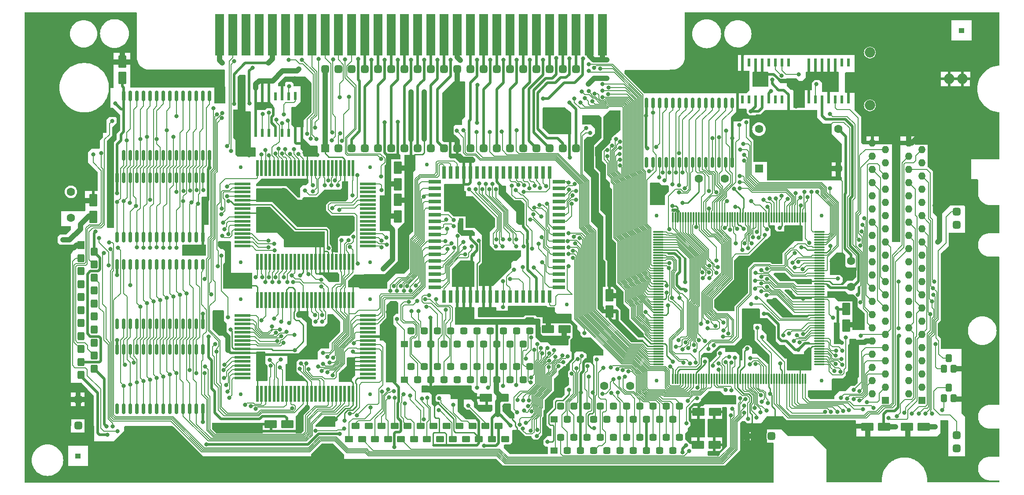
<source format=gtl>
G04 #@! TF.GenerationSoftware,KiCad,Pcbnew,7.0.2-0*
G04 #@! TF.CreationDate,2023-07-03T11:00:07+02:00*
G04 #@! TF.ProjectId,MegaCD,4d656761-4344-42e6-9b69-6361645f7063,rev?*
G04 #@! TF.SameCoordinates,Original*
G04 #@! TF.FileFunction,Copper,L1,Top*
G04 #@! TF.FilePolarity,Positive*
%FSLAX46Y46*%
G04 Gerber Fmt 4.6, Leading zero omitted, Abs format (unit mm)*
G04 Created by KiCad (PCBNEW 7.0.2-0) date 2023-07-03 11:00:07*
%MOMM*%
%LPD*%
G01*
G04 APERTURE LIST*
G04 Aperture macros list*
%AMRoundRect*
0 Rectangle with rounded corners*
0 $1 Rounding radius*
0 $2 $3 $4 $5 $6 $7 $8 $9 X,Y pos of 4 corners*
0 Add a 4 corners polygon primitive as box body*
4,1,4,$2,$3,$4,$5,$6,$7,$8,$9,$2,$3,0*
0 Add four circle primitives for the rounded corners*
1,1,$1+$1,$2,$3*
1,1,$1+$1,$4,$5*
1,1,$1+$1,$6,$7*
1,1,$1+$1,$8,$9*
0 Add four rect primitives between the rounded corners*
20,1,$1+$1,$2,$3,$4,$5,0*
20,1,$1+$1,$4,$5,$6,$7,0*
20,1,$1+$1,$6,$7,$8,$9,0*
20,1,$1+$1,$8,$9,$2,$3,0*%
G04 Aperture macros list end*
G04 #@! TA.AperFunction,ComponentPad*
%ADD10R,1.600000X1.600000*%
G04 #@! TD*
G04 #@! TA.AperFunction,ComponentPad*
%ADD11C,1.600000*%
G04 #@! TD*
G04 #@! TA.AperFunction,ComponentPad*
%ADD12R,1.400000X1.400000*%
G04 #@! TD*
G04 #@! TA.AperFunction,ComponentPad*
%ADD13O,1.400000X1.400000*%
G04 #@! TD*
G04 #@! TA.AperFunction,SMDPad,CuDef*
%ADD14R,0.600000X1.500000*%
G04 #@! TD*
G04 #@! TA.AperFunction,SMDPad,CuDef*
%ADD15RoundRect,0.250000X0.947000X0.550000X-0.947000X0.550000X-0.947000X-0.550000X0.947000X-0.550000X0*%
G04 #@! TD*
G04 #@! TA.AperFunction,ComponentPad*
%ADD16R,1.600000X1.200000*%
G04 #@! TD*
G04 #@! TA.AperFunction,ComponentPad*
%ADD17RoundRect,0.300000X0.500000X-0.300000X0.500000X0.300000X-0.500000X0.300000X-0.500000X-0.300000X0*%
G04 #@! TD*
G04 #@! TA.AperFunction,SMDPad,CuDef*
%ADD18RoundRect,0.150000X0.150000X-0.850000X0.150000X0.850000X-0.150000X0.850000X-0.150000X-0.850000X0*%
G04 #@! TD*
G04 #@! TA.AperFunction,ComponentPad*
%ADD19R,1.400000X1.300000*%
G04 #@! TD*
G04 #@! TA.AperFunction,ComponentPad*
%ADD20RoundRect,0.325000X0.375000X-0.325000X0.375000X0.325000X-0.375000X0.325000X-0.375000X-0.325000X0*%
G04 #@! TD*
G04 #@! TA.AperFunction,SMDPad,CuDef*
%ADD21RoundRect,0.250000X0.550000X-0.947000X0.550000X0.947000X-0.550000X0.947000X-0.550000X-0.947000X0*%
G04 #@! TD*
G04 #@! TA.AperFunction,ComponentPad*
%ADD22RoundRect,0.375000X-0.375000X0.375000X-0.375000X-0.375000X0.375000X-0.375000X0.375000X0.375000X0*%
G04 #@! TD*
G04 #@! TA.AperFunction,SMDPad,CuDef*
%ADD23C,0.750000*%
G04 #@! TD*
G04 #@! TA.AperFunction,SMDPad,CuDef*
%ADD24R,0.500000X3.160000*%
G04 #@! TD*
G04 #@! TA.AperFunction,SMDPad,CuDef*
%ADD25R,3.160000X0.500000*%
G04 #@! TD*
G04 #@! TA.AperFunction,ComponentPad*
%ADD26R,1.400000X1.600000*%
G04 #@! TD*
G04 #@! TA.AperFunction,ComponentPad*
%ADD27RoundRect,0.350000X-0.350000X-0.450000X0.350000X-0.450000X0.350000X0.450000X-0.350000X0.450000X0*%
G04 #@! TD*
G04 #@! TA.AperFunction,SMDPad,CuDef*
%ADD28RoundRect,0.300000X0.300000X-0.450000X0.300000X0.450000X-0.300000X0.450000X-0.300000X-0.450000X0*%
G04 #@! TD*
G04 #@! TA.AperFunction,ComponentPad*
%ADD29O,2.000000X2.000000*%
G04 #@! TD*
G04 #@! TA.AperFunction,SMDPad,CuDef*
%ADD30R,1.778000X8.000000*%
G04 #@! TD*
G04 #@! TA.AperFunction,ComponentPad*
%ADD31RoundRect,0.375000X-0.375000X-0.375000X0.375000X-0.375000X0.375000X0.375000X-0.375000X0.375000X0*%
G04 #@! TD*
G04 #@! TA.AperFunction,SMDPad,CuDef*
%ADD32R,2.425000X0.700000*%
G04 #@! TD*
G04 #@! TA.AperFunction,SMDPad,CuDef*
%ADD33R,0.700000X2.425000*%
G04 #@! TD*
G04 #@! TA.AperFunction,ComponentPad*
%ADD34RoundRect,0.375000X0.375000X-0.375000X0.375000X0.375000X-0.375000X0.375000X-0.375000X-0.375000X0*%
G04 #@! TD*
G04 #@! TA.AperFunction,SMDPad,CuDef*
%ADD35RoundRect,0.075000X0.075000X-0.912500X0.075000X0.912500X-0.075000X0.912500X-0.075000X-0.912500X0*%
G04 #@! TD*
G04 #@! TA.AperFunction,SMDPad,CuDef*
%ADD36RoundRect,0.075000X0.912500X-0.075000X0.912500X0.075000X-0.912500X0.075000X-0.912500X-0.075000X0*%
G04 #@! TD*
G04 #@! TA.AperFunction,ViaPad*
%ADD37C,0.800000*%
G04 #@! TD*
G04 #@! TA.AperFunction,Conductor*
%ADD38C,0.500000*%
G04 #@! TD*
G04 #@! TA.AperFunction,Conductor*
%ADD39C,1.000000*%
G04 #@! TD*
G04 #@! TA.AperFunction,Conductor*
%ADD40C,0.250000*%
G04 #@! TD*
G04 #@! TA.AperFunction,Conductor*
%ADD41C,0.127000*%
G04 #@! TD*
G04 APERTURE END LIST*
G04 #@! TA.AperFunction,NonConductor*
G36*
X226110800Y-49504600D02*
G01*
X227076000Y-49504600D01*
X227076000Y-50469800D01*
X226110800Y-50469800D01*
X226110800Y-49504600D01*
G37*
G04 #@! TD.AperFunction*
G04 #@! TA.AperFunction,NonConductor*
G36*
X56108600Y-131394200D02*
G01*
X57073800Y-131394200D01*
X57073800Y-132359400D01*
X56108600Y-132359400D01*
X56108600Y-131394200D01*
G37*
G04 #@! TD.AperFunction*
D10*
X187629800Y-76581000D03*
D11*
X202869800Y-76581000D03*
X202869800Y-68961000D03*
X187629800Y-68961000D03*
D12*
X211963000Y-121158000D03*
D13*
X209423000Y-119888000D03*
X211963000Y-118618000D03*
X209423000Y-117348000D03*
X211963000Y-116078000D03*
X209423000Y-114808000D03*
X211963000Y-113538000D03*
X209423000Y-112268000D03*
X211963000Y-110998000D03*
X209423000Y-109728000D03*
X211963000Y-108458000D03*
X209423000Y-107188000D03*
X211963000Y-105918000D03*
X209423000Y-104648000D03*
X211963000Y-103378000D03*
X209423000Y-102108000D03*
X211963000Y-100838000D03*
X209423000Y-99568000D03*
X211963000Y-98298000D03*
X209423000Y-97028000D03*
X211963000Y-95758000D03*
X209423000Y-94488000D03*
X211963000Y-93218000D03*
X209423000Y-91948000D03*
X211963000Y-90678000D03*
X209423000Y-89408000D03*
X211963000Y-88138000D03*
X209423000Y-86868000D03*
X211963000Y-85598000D03*
X209423000Y-84328000D03*
X211963000Y-83058000D03*
X209423000Y-81788000D03*
X211963000Y-80518000D03*
X209423000Y-79248000D03*
X211963000Y-77978000D03*
X209423000Y-76708000D03*
X211963000Y-75438000D03*
X209423000Y-74168000D03*
X211963000Y-72898000D03*
X209423000Y-71628000D03*
D11*
X176076600Y-78460600D03*
X181076600Y-78460600D03*
D14*
X197231000Y-63220600D03*
X198501000Y-63220600D03*
X199771000Y-63220600D03*
X201041000Y-63220600D03*
X202311000Y-63220600D03*
X203581000Y-63220600D03*
X204851000Y-63220600D03*
X204851000Y-56114600D03*
X203581000Y-56120600D03*
X202311000Y-56120600D03*
X201041000Y-56120600D03*
X199771000Y-56120600D03*
X198501000Y-56120600D03*
X197231000Y-56120600D03*
D11*
X162839400Y-118389400D03*
X157839400Y-118389400D03*
D15*
X179093600Y-129717800D03*
X175899600Y-129717800D03*
D16*
X108758000Y-128651000D03*
D17*
X110008000Y-126111000D03*
X111258000Y-128651000D03*
X112508000Y-126111000D03*
X113758000Y-128651000D03*
X115008000Y-126111000D03*
X116258000Y-128651000D03*
X117508000Y-126111000D03*
X118758000Y-128651000D03*
X120008000Y-126111000D03*
X121258000Y-128651000D03*
X122508000Y-126111000D03*
X123758000Y-128651000D03*
X125008000Y-126111000D03*
X126258000Y-128651000D03*
X127508000Y-126111000D03*
X128758000Y-128651000D03*
X130008000Y-126111000D03*
X131258000Y-128651000D03*
X132508000Y-126111000D03*
X133758000Y-128651000D03*
X135008000Y-126111000D03*
X136258000Y-128651000D03*
X137508000Y-126111000D03*
X138758000Y-128651000D03*
D18*
X165938200Y-75361800D03*
X167208200Y-75361800D03*
X168478200Y-75361800D03*
X169748200Y-75361800D03*
X171018200Y-75361800D03*
X172288200Y-75361800D03*
X173558200Y-75361800D03*
X174828200Y-75361800D03*
X176098200Y-75361800D03*
X177368200Y-75361800D03*
X178638200Y-75361800D03*
X179908200Y-75361800D03*
X181178200Y-75361800D03*
X182448200Y-75361800D03*
X182448200Y-63931800D03*
X181178200Y-63931800D03*
X179908200Y-63931800D03*
X178638200Y-63931800D03*
X177368200Y-63931800D03*
X176098200Y-63931800D03*
X174828200Y-63931800D03*
X173558200Y-63931800D03*
X172288200Y-63931800D03*
X171018200Y-63931800D03*
X169748200Y-63931800D03*
X168478200Y-63931800D03*
X167208200Y-63931800D03*
X165938200Y-63931800D03*
D19*
X119380000Y-117221000D03*
D20*
X120650000Y-114681000D03*
X121920000Y-117221000D03*
X123190000Y-114681000D03*
X124460000Y-117221000D03*
X125730000Y-114681000D03*
X127000000Y-117221000D03*
X128270000Y-114681000D03*
X129540000Y-117221000D03*
X130810000Y-114681000D03*
X132080000Y-117221000D03*
X133350000Y-114681000D03*
X134620000Y-117221000D03*
X135890000Y-114681000D03*
X137160000Y-117221000D03*
X138430000Y-114681000D03*
X139700000Y-117221000D03*
X140970000Y-114681000D03*
X142240000Y-117221000D03*
X143510000Y-114681000D03*
D21*
X59563000Y-85820000D03*
X59563000Y-82626000D03*
D11*
X55245000Y-81026000D03*
X55245000Y-86026000D03*
D15*
X179141600Y-123367800D03*
X175947600Y-123367800D03*
D22*
X56642000Y-125980200D03*
X56642000Y-120980200D03*
D15*
X150212400Y-107467400D03*
X147018400Y-107467400D03*
X138301200Y-120624600D03*
X135107200Y-120624600D03*
D12*
X218948000Y-121158000D03*
D13*
X216408000Y-119888000D03*
X218948000Y-118618000D03*
X216408000Y-117348000D03*
X218948000Y-116078000D03*
X216408000Y-114808000D03*
X218948000Y-113538000D03*
X216408000Y-112268000D03*
X218948000Y-110998000D03*
X216408000Y-109728000D03*
X218948000Y-108458000D03*
X216408000Y-107188000D03*
X218948000Y-105918000D03*
X216408000Y-104648000D03*
X218948000Y-103378000D03*
X216408000Y-102108000D03*
X218948000Y-100838000D03*
X216408000Y-99568000D03*
X218948000Y-98298000D03*
X216408000Y-97028000D03*
X218948000Y-95758000D03*
X216408000Y-94488000D03*
X218948000Y-93218000D03*
X216408000Y-91948000D03*
X218948000Y-90678000D03*
X216408000Y-89408000D03*
X218948000Y-88138000D03*
X216408000Y-86868000D03*
X218948000Y-85598000D03*
X216408000Y-84328000D03*
X218948000Y-83058000D03*
X216408000Y-81788000D03*
X218948000Y-80518000D03*
X216408000Y-79248000D03*
X218948000Y-77978000D03*
X216408000Y-76708000D03*
X218948000Y-75438000D03*
X216408000Y-74168000D03*
X218948000Y-72898000D03*
X216408000Y-71628000D03*
D23*
X87877000Y-119993000D03*
X112769000Y-119991000D03*
X87877000Y-101705000D03*
X112769000Y-101703000D03*
D24*
X91123000Y-119866000D03*
X91923000Y-119866000D03*
X92723000Y-119866000D03*
X93523000Y-119866000D03*
X94323000Y-119866000D03*
X95123000Y-119866000D03*
X95923000Y-119866000D03*
X96723000Y-119866000D03*
X97523000Y-119866000D03*
X98323000Y-119866000D03*
X99123000Y-119866000D03*
X99923000Y-119866000D03*
X100723000Y-119866000D03*
X101523000Y-119866000D03*
X102323000Y-119866000D03*
X103123000Y-119866000D03*
X103903000Y-119866000D03*
X104723000Y-119866000D03*
X105523000Y-119866000D03*
X106323000Y-119866000D03*
X107123000Y-119866000D03*
X107923000Y-119866000D03*
X108723000Y-119866000D03*
X109523000Y-119866000D03*
D25*
X112388000Y-116849000D03*
X112388000Y-116049000D03*
X112388000Y-115249000D03*
X112388000Y-114449000D03*
X112388000Y-113649000D03*
X112388000Y-112849000D03*
X112388000Y-112049000D03*
X112388000Y-111249000D03*
X112388000Y-110449000D03*
X112388000Y-109649000D03*
X112388000Y-108849000D03*
X112388000Y-108049000D03*
X112388000Y-107249000D03*
X112388000Y-106449000D03*
X112388000Y-105649000D03*
X112388000Y-104849000D03*
D24*
X109523000Y-101832000D03*
X108723000Y-101832000D03*
X107923000Y-101832000D03*
X107123000Y-101832000D03*
X106323000Y-101832000D03*
X105523000Y-101832000D03*
X104723000Y-101832000D03*
X103923000Y-101832000D03*
X103123000Y-101832000D03*
X102323000Y-101832000D03*
X101523000Y-101832000D03*
X100723000Y-101832000D03*
X99923000Y-101832000D03*
X99123000Y-101832000D03*
X98323000Y-101832000D03*
X97523000Y-101832000D03*
X96723000Y-101832000D03*
X95923000Y-101832000D03*
X95123000Y-101832000D03*
X94323000Y-101832000D03*
X93523000Y-101832000D03*
X92723000Y-101832000D03*
X91923000Y-101832000D03*
X91123000Y-101832000D03*
D25*
X88258000Y-104849000D03*
X88258000Y-105649000D03*
X88258000Y-106449000D03*
X88258000Y-107249000D03*
X88258000Y-108049000D03*
X88258000Y-108849000D03*
X88258000Y-109649000D03*
X88258000Y-110449000D03*
X88258000Y-111249000D03*
X88258000Y-112049000D03*
X88258000Y-112849000D03*
X88258000Y-113649000D03*
X88258000Y-114449000D03*
X88258000Y-115249000D03*
X88258000Y-116049000D03*
X88258000Y-116849000D03*
D26*
X57150000Y-91279000D03*
D27*
X59690000Y-92529000D03*
X57150000Y-93779000D03*
X59690000Y-95029000D03*
X57150000Y-96279000D03*
X59690000Y-97529000D03*
X57150000Y-98779000D03*
X59690000Y-100029000D03*
X57150000Y-101279000D03*
X59690000Y-102529000D03*
X57150000Y-103779000D03*
X59690000Y-105029000D03*
X57150000Y-106279000D03*
X59690000Y-107529000D03*
X57150000Y-108779000D03*
X59690000Y-110029000D03*
X57150000Y-111279000D03*
X59690000Y-112529000D03*
X57150000Y-113779000D03*
X59690000Y-115029000D03*
X57150000Y-116279000D03*
D21*
X65151000Y-59128000D03*
X65151000Y-55934000D03*
D14*
X90830400Y-69717000D03*
X92100400Y-69717000D03*
X93370400Y-69717000D03*
X94640400Y-69717000D03*
X95910400Y-69717000D03*
X97180400Y-69717000D03*
X98450400Y-69717000D03*
X98450400Y-62611000D03*
X97180400Y-62617000D03*
X95910400Y-62617000D03*
X94640400Y-62617000D03*
X93370400Y-62617000D03*
X92100400Y-62617000D03*
X90830400Y-62617000D03*
D28*
X223205000Y-115062000D03*
X225105000Y-115062000D03*
X224155000Y-113030000D03*
D29*
X208965800Y-54229000D03*
X208965800Y-64389000D03*
X224205800Y-59309000D03*
X226745800Y-59309000D03*
D18*
X64135000Y-122809000D03*
X65405000Y-122809000D03*
X66675000Y-122809000D03*
X67945000Y-122809000D03*
X69215000Y-122809000D03*
X70485000Y-122809000D03*
X71755000Y-122809000D03*
X73025000Y-122809000D03*
X74295000Y-122809000D03*
X75565000Y-122809000D03*
X76835000Y-122809000D03*
X78105000Y-122809000D03*
X79375000Y-122809000D03*
X80645000Y-122809000D03*
X80645000Y-111379000D03*
X79375000Y-111379000D03*
X78105000Y-111379000D03*
X76835000Y-111379000D03*
X75565000Y-111379000D03*
X74295000Y-111379000D03*
X73025000Y-111379000D03*
X71755000Y-111379000D03*
X70485000Y-111379000D03*
X69215000Y-111379000D03*
X67945000Y-111379000D03*
X66675000Y-111379000D03*
X65405000Y-111379000D03*
X64135000Y-111379000D03*
D19*
X148209000Y-124790200D03*
D20*
X149479000Y-122250200D03*
X150749000Y-124790200D03*
X152019000Y-122250200D03*
X153289000Y-124790200D03*
X154559000Y-122250200D03*
X155829000Y-124790200D03*
X157099000Y-122250200D03*
X158369000Y-124790200D03*
X159639000Y-122250200D03*
X160909000Y-124790200D03*
X162179000Y-122250200D03*
X163449000Y-124790200D03*
X164719000Y-122250200D03*
X165989000Y-124790200D03*
X167259000Y-122250200D03*
X168529000Y-124790200D03*
X169799000Y-122250200D03*
X171069000Y-124790200D03*
X172339000Y-122250200D03*
D18*
X65405000Y-74041000D03*
X66675000Y-74041000D03*
X67945000Y-74041000D03*
X69215000Y-74041000D03*
X70485000Y-74041000D03*
X71755000Y-74041000D03*
X73025000Y-74041000D03*
X74295000Y-74041000D03*
X75565000Y-74041000D03*
X76835000Y-74041000D03*
X78105000Y-74041000D03*
X79375000Y-74041000D03*
X80645000Y-74041000D03*
X81915000Y-74041000D03*
X81915000Y-62611000D03*
X80645000Y-62611000D03*
X79375000Y-62611000D03*
X78105000Y-62611000D03*
X76835000Y-62611000D03*
X75565000Y-62611000D03*
X74295000Y-62611000D03*
X73025000Y-62611000D03*
X71755000Y-62611000D03*
X70485000Y-62611000D03*
X69215000Y-62611000D03*
X67945000Y-62611000D03*
X66675000Y-62611000D03*
X65405000Y-62611000D03*
X64135000Y-106426000D03*
X65405000Y-106426000D03*
X66675000Y-106426000D03*
X67945000Y-106426000D03*
X69215000Y-106426000D03*
X70485000Y-106426000D03*
X71755000Y-106426000D03*
X73025000Y-106426000D03*
X74295000Y-106426000D03*
X75565000Y-106426000D03*
X76835000Y-106426000D03*
X78105000Y-106426000D03*
X79375000Y-106426000D03*
X80645000Y-106426000D03*
X80645000Y-94996000D03*
X79375000Y-94996000D03*
X78105000Y-94996000D03*
X76835000Y-94996000D03*
X75565000Y-94996000D03*
X74295000Y-94996000D03*
X73025000Y-94996000D03*
X71755000Y-94996000D03*
X70485000Y-94996000D03*
X69215000Y-94996000D03*
X67945000Y-94996000D03*
X66675000Y-94996000D03*
X65405000Y-94996000D03*
X64135000Y-94996000D03*
D30*
X157480000Y-50800000D03*
X154940000Y-50800000D03*
X152400000Y-50800000D03*
X149860000Y-50800000D03*
X147320000Y-50800000D03*
X144780000Y-50800000D03*
X142240000Y-50800000D03*
X139700000Y-50800000D03*
X137160000Y-50800000D03*
X134620000Y-50800000D03*
X132080000Y-50800000D03*
X129540000Y-50800000D03*
X127000000Y-50800000D03*
X124460000Y-50800000D03*
X121920000Y-50800000D03*
X119380000Y-50800000D03*
X116840000Y-50800000D03*
X114300000Y-50800000D03*
X111760000Y-50800000D03*
X109220000Y-50800000D03*
X106680000Y-50800000D03*
X104140000Y-50800000D03*
X101600000Y-50800000D03*
X99060000Y-50800000D03*
X96520000Y-50800000D03*
X93980000Y-50800000D03*
X91440000Y-50800000D03*
X88900000Y-50800000D03*
X86360000Y-50800000D03*
X83820000Y-50800000D03*
D14*
X184429400Y-63208600D03*
X185699400Y-63208600D03*
X186969400Y-63208600D03*
X188239400Y-63208600D03*
X189509400Y-63208600D03*
X190779400Y-63208600D03*
X192049400Y-63208600D03*
X193319400Y-63208600D03*
X193319400Y-56108600D03*
X192049400Y-56108600D03*
X190779400Y-56108600D03*
X189509400Y-56108600D03*
X188239400Y-56108600D03*
X186969400Y-56108600D03*
X185699400Y-56108600D03*
X184429400Y-56108600D03*
D28*
X223205000Y-120777000D03*
X225105000Y-120777000D03*
X224155000Y-118745000D03*
D21*
X158826200Y-104086000D03*
X158826200Y-100892000D03*
X204393800Y-106727600D03*
X204393800Y-103533600D03*
X118110000Y-85774000D03*
X118110000Y-82580000D03*
D19*
X119380000Y-110312200D03*
D20*
X120650000Y-107772200D03*
X121920000Y-110312200D03*
X123190000Y-107772200D03*
X124460000Y-110312200D03*
X125730000Y-107772200D03*
X127000000Y-110312200D03*
X128270000Y-107772200D03*
X129540000Y-110312200D03*
X130810000Y-107772200D03*
X132080000Y-110312200D03*
X133350000Y-107772200D03*
X134620000Y-110312200D03*
X135890000Y-107772200D03*
X137160000Y-110312200D03*
X138430000Y-107772200D03*
X139700000Y-110312200D03*
X140970000Y-107772200D03*
X142240000Y-110312200D03*
X143510000Y-107772200D03*
D31*
X189988200Y-128016000D03*
X184988200Y-128016000D03*
D19*
X148209000Y-130835400D03*
D20*
X149479000Y-128295400D03*
X150749000Y-130835400D03*
X152019000Y-128295400D03*
X153289000Y-130835400D03*
X154559000Y-128295400D03*
X155829000Y-130835400D03*
X157099000Y-128295400D03*
X158369000Y-130835400D03*
X159639000Y-128295400D03*
X160909000Y-130835400D03*
X162179000Y-128295400D03*
X163449000Y-130835400D03*
X164719000Y-128295400D03*
X165989000Y-130835400D03*
X167259000Y-128295400D03*
X168529000Y-130835400D03*
X169799000Y-128295400D03*
X171069000Y-130835400D03*
X172339000Y-128295400D03*
D15*
X96871000Y-125730000D03*
X93677000Y-125730000D03*
X211679000Y-126238000D03*
X208485000Y-126238000D03*
D23*
X87877000Y-94615000D03*
X112769000Y-94613000D03*
X87877000Y-76327000D03*
X112769000Y-76325000D03*
D24*
X91123000Y-94488000D03*
X91923000Y-94488000D03*
X92723000Y-94488000D03*
X93523000Y-94488000D03*
X94323000Y-94488000D03*
X95123000Y-94488000D03*
X95923000Y-94488000D03*
X96723000Y-94488000D03*
X97523000Y-94488000D03*
X98323000Y-94488000D03*
X99123000Y-94488000D03*
X99923000Y-94488000D03*
X100723000Y-94488000D03*
X101523000Y-94488000D03*
X102323000Y-94488000D03*
X103123000Y-94488000D03*
X103903000Y-94488000D03*
X104723000Y-94488000D03*
X105523000Y-94488000D03*
X106323000Y-94488000D03*
X107123000Y-94488000D03*
X107923000Y-94488000D03*
X108723000Y-94488000D03*
X109523000Y-94488000D03*
D25*
X112388000Y-91471000D03*
X112388000Y-90671000D03*
X112388000Y-89871000D03*
X112388000Y-89071000D03*
X112388000Y-88271000D03*
X112388000Y-87471000D03*
X112388000Y-86671000D03*
X112388000Y-85871000D03*
X112388000Y-85071000D03*
X112388000Y-84271000D03*
X112388000Y-83471000D03*
X112388000Y-82671000D03*
X112388000Y-81871000D03*
X112388000Y-81071000D03*
X112388000Y-80271000D03*
X112388000Y-79471000D03*
D24*
X109523000Y-76454000D03*
X108723000Y-76454000D03*
X107923000Y-76454000D03*
X107123000Y-76454000D03*
X106323000Y-76454000D03*
X105523000Y-76454000D03*
X104723000Y-76454000D03*
X103923000Y-76454000D03*
X103123000Y-76454000D03*
X102323000Y-76454000D03*
X101523000Y-76454000D03*
X100723000Y-76454000D03*
X99923000Y-76454000D03*
X99123000Y-76454000D03*
X98323000Y-76454000D03*
X97523000Y-76454000D03*
X96723000Y-76454000D03*
X95923000Y-76454000D03*
X95123000Y-76454000D03*
X94323000Y-76454000D03*
X93523000Y-76454000D03*
X92723000Y-76454000D03*
X91923000Y-76454000D03*
X91123000Y-76454000D03*
D25*
X88258000Y-79471000D03*
X88258000Y-80271000D03*
X88258000Y-81071000D03*
X88258000Y-81871000D03*
X88258000Y-82671000D03*
X88258000Y-83471000D03*
X88258000Y-84271000D03*
X88258000Y-85071000D03*
X88258000Y-85871000D03*
X88258000Y-86671000D03*
X88258000Y-87471000D03*
X88258000Y-88271000D03*
X88258000Y-89071000D03*
X88258000Y-89871000D03*
X88258000Y-90671000D03*
X88258000Y-91471000D03*
D23*
X150622000Y-102743000D03*
X123698000Y-75819000D03*
D32*
X125222000Y-89281000D03*
X125222000Y-90551000D03*
X125222000Y-91821000D03*
X125222000Y-93091000D03*
X125222000Y-94361000D03*
X125222000Y-95631000D03*
X125222000Y-96901000D03*
X125222000Y-98171000D03*
X125222000Y-99441000D03*
D33*
X127000000Y-101219000D03*
X128270000Y-101219000D03*
X129540000Y-101219000D03*
X130810000Y-101219000D03*
X132080000Y-101219000D03*
X133350000Y-101219000D03*
X134620000Y-101219000D03*
X135890000Y-101219000D03*
X137160000Y-101219000D03*
X138430000Y-101219000D03*
X139700000Y-101219000D03*
X140970000Y-101219000D03*
X142240000Y-101219000D03*
X143510000Y-101219000D03*
X144780000Y-101219000D03*
X146050000Y-101219000D03*
X147320000Y-101219000D03*
D32*
X149098000Y-99441000D03*
X149098000Y-98171000D03*
X149098000Y-96901000D03*
X149098000Y-95631000D03*
X149098000Y-94361000D03*
X149098000Y-93091000D03*
X149098000Y-91821000D03*
X149098000Y-90551000D03*
X149098000Y-89281000D03*
X149098000Y-88011000D03*
X149098000Y-86741000D03*
X149098000Y-85471000D03*
X149098000Y-84201000D03*
X149098000Y-82931000D03*
X149098000Y-81661000D03*
X149098000Y-80391000D03*
X149098000Y-79121000D03*
D33*
X147320000Y-77343000D03*
X146050000Y-77343000D03*
X144780000Y-77343000D03*
X143510000Y-77343000D03*
X142240000Y-77343000D03*
X140970000Y-77343000D03*
X139700000Y-77343000D03*
X138430000Y-77343000D03*
X137160000Y-77343000D03*
X135890000Y-77343000D03*
X134620000Y-77343000D03*
X133350000Y-77343000D03*
X132080000Y-77343000D03*
X130810000Y-77343000D03*
X129540000Y-77343000D03*
X128270000Y-77343000D03*
X127000000Y-77343000D03*
D32*
X125222000Y-79121000D03*
X125222000Y-80391000D03*
X125222000Y-81661000D03*
X125222000Y-82931000D03*
X125222000Y-84201000D03*
X125222000Y-85471000D03*
X125222000Y-86741000D03*
X125222000Y-88011000D03*
D15*
X219297000Y-126238000D03*
X216103000Y-126238000D03*
D11*
X205359000Y-94314000D03*
X205359000Y-99314000D03*
D10*
X104140000Y-72644000D03*
D34*
X106680000Y-72644000D03*
X109220000Y-72644000D03*
X111760000Y-72644000D03*
X114300000Y-72644000D03*
X116840000Y-72644000D03*
X119380000Y-72644000D03*
X121920000Y-72644000D03*
X124460000Y-72644000D03*
X127000000Y-72644000D03*
X129540000Y-72644000D03*
X132080000Y-72644000D03*
X134620000Y-72644000D03*
X137160000Y-72644000D03*
X139700000Y-72644000D03*
X142240000Y-72644000D03*
X144780000Y-72644000D03*
X147320000Y-72644000D03*
X149860000Y-72644000D03*
X152400000Y-72644000D03*
X152400000Y-57404000D03*
X149860000Y-57404000D03*
X147320000Y-57404000D03*
X144780000Y-57404000D03*
X142240000Y-57404000D03*
X139700000Y-57404000D03*
X137160000Y-57404000D03*
X134620000Y-57404000D03*
X132080000Y-57404000D03*
X129540000Y-57404000D03*
X127000000Y-57404000D03*
X124460000Y-57404000D03*
X121920000Y-57404000D03*
X119380000Y-57404000D03*
X116840000Y-57404000D03*
X114300000Y-57404000D03*
X111760000Y-57404000D03*
X109220000Y-57404000D03*
X106680000Y-57404000D03*
X104140000Y-57404000D03*
D21*
X118110000Y-79575000D03*
X118110000Y-76381000D03*
D23*
X167895400Y-117351400D03*
X199645400Y-117351400D03*
X167919400Y-85623400D03*
X199645400Y-85623400D03*
D35*
X171020400Y-116976400D03*
X171520400Y-116976400D03*
X172020400Y-116976400D03*
X172520400Y-116976400D03*
X173020400Y-116976400D03*
X173520400Y-116976400D03*
X174020400Y-116976400D03*
X174520400Y-116976400D03*
X175020400Y-116976400D03*
X175520400Y-116976400D03*
X176020400Y-116976400D03*
X176520400Y-116976400D03*
X177020400Y-116976400D03*
X177520400Y-116976400D03*
X178020400Y-116976400D03*
X178520400Y-116976400D03*
X179020400Y-116976400D03*
X179520400Y-116976400D03*
X180020400Y-116976400D03*
X180520400Y-116976400D03*
X181020400Y-116976400D03*
X181520400Y-116976400D03*
X182020400Y-116976400D03*
X182520400Y-116976400D03*
X183020400Y-116976400D03*
X183520400Y-116976400D03*
X184020400Y-116976400D03*
X184520400Y-116976400D03*
X185020400Y-116976400D03*
X185520400Y-116976400D03*
X186020400Y-116976400D03*
X186520400Y-116976400D03*
X187020400Y-116976400D03*
X187520400Y-116976400D03*
X188020400Y-116976400D03*
X188520400Y-116976400D03*
X189020400Y-116976400D03*
X189520400Y-116976400D03*
X190020400Y-116976400D03*
X190520400Y-116976400D03*
X191020400Y-116976400D03*
X191520400Y-116976400D03*
X192020400Y-116976400D03*
X192520400Y-116976400D03*
X193020400Y-116976400D03*
X193520400Y-116976400D03*
X194020400Y-116976400D03*
X194520400Y-116976400D03*
X195020400Y-116976400D03*
X195520400Y-116976400D03*
X196020400Y-116976400D03*
X196520400Y-116976400D03*
D36*
X199270400Y-114226400D03*
X199270400Y-113726400D03*
X199270400Y-113226400D03*
X199270400Y-112726400D03*
X199270400Y-112226400D03*
X199270400Y-111726400D03*
X199270400Y-111226400D03*
X199270400Y-110726400D03*
X199270400Y-110226400D03*
X199270400Y-109726400D03*
X199270400Y-109226400D03*
X199270400Y-108726400D03*
X199270400Y-108226400D03*
X199270400Y-107726400D03*
X199270400Y-107226400D03*
X199270400Y-106726400D03*
X199270400Y-106226400D03*
X199270400Y-105726400D03*
X199270400Y-105226400D03*
X199270400Y-104726400D03*
X199270400Y-104226400D03*
X199270400Y-103726400D03*
X199270400Y-103226400D03*
X199270400Y-102726400D03*
X199270400Y-102226400D03*
X199270400Y-101726400D03*
X199270400Y-101226400D03*
X199270400Y-100726400D03*
X199270400Y-100226400D03*
X199270400Y-99726400D03*
X199270400Y-99226400D03*
X199270400Y-98726400D03*
X199270400Y-98226400D03*
X199270400Y-97726400D03*
X199270400Y-97226400D03*
X199270400Y-96726400D03*
X199270400Y-96226400D03*
X199270400Y-95726400D03*
X199270400Y-95226400D03*
X199270400Y-94726400D03*
X199270400Y-94226400D03*
X199270400Y-93726400D03*
X199270400Y-93226400D03*
X199270400Y-92726400D03*
X199270400Y-92226400D03*
X199270400Y-91726400D03*
X199270400Y-91226400D03*
X199270400Y-90726400D03*
X199270400Y-90226400D03*
X199270400Y-89726400D03*
X199270400Y-89226400D03*
X199270400Y-88726400D03*
D35*
X196520400Y-85976400D03*
X196020400Y-85976400D03*
X195520400Y-85976400D03*
X195020400Y-85976400D03*
X194520400Y-85976400D03*
X194020400Y-85976400D03*
X193520400Y-85976400D03*
X193020400Y-85976400D03*
X192520400Y-85976400D03*
X192020400Y-85976400D03*
X191520400Y-85976400D03*
X191020400Y-85976400D03*
X190520400Y-85976400D03*
X190020400Y-85976400D03*
X189520400Y-85976400D03*
X189020400Y-85976400D03*
X188520400Y-85976400D03*
X188020400Y-85976400D03*
X187520400Y-85976400D03*
X187020400Y-85976400D03*
X186520400Y-85976400D03*
X186020400Y-85976400D03*
X185520400Y-85976400D03*
X185020400Y-85976400D03*
X184520400Y-85976400D03*
X184020400Y-85976400D03*
X183520400Y-85976400D03*
X183020400Y-85976400D03*
X182520400Y-85976400D03*
X182020400Y-85976400D03*
X181520400Y-85976400D03*
X181020400Y-85976400D03*
X180520400Y-85976400D03*
X180020400Y-85976400D03*
X179520400Y-85976400D03*
X179020400Y-85976400D03*
X178520400Y-85976400D03*
X178020400Y-85976400D03*
X177520400Y-85976400D03*
X177020400Y-85976400D03*
X176520400Y-85976400D03*
X176020400Y-85976400D03*
X175520400Y-85976400D03*
X175020400Y-85976400D03*
X174520400Y-85976400D03*
X174020400Y-85976400D03*
X173520400Y-85976400D03*
X173020400Y-85976400D03*
X172520400Y-85976400D03*
X172020400Y-85976400D03*
X171520400Y-85976400D03*
X171020400Y-85976400D03*
D36*
X168270400Y-88726400D03*
X168270400Y-89226400D03*
X168270400Y-89726400D03*
X168270400Y-90226400D03*
X168270400Y-90726400D03*
X168270400Y-91226400D03*
X168270400Y-91726400D03*
X168270400Y-92226400D03*
X168270400Y-92726400D03*
X168270400Y-93226400D03*
X168270400Y-93726400D03*
X168270400Y-94226400D03*
X168270400Y-94726400D03*
X168270400Y-95226400D03*
X168270400Y-95726400D03*
X168270400Y-96226400D03*
X168270400Y-96726400D03*
X168270400Y-97226400D03*
X168270400Y-97726400D03*
X168270400Y-98226400D03*
X168270400Y-98726400D03*
X168270400Y-99226400D03*
X168270400Y-99726400D03*
X168270400Y-100226400D03*
X168270400Y-100726400D03*
X168270400Y-101226400D03*
X168270400Y-101726400D03*
X168270400Y-102226400D03*
X168270400Y-102726400D03*
X168270400Y-103226400D03*
X168270400Y-103726400D03*
X168270400Y-104226400D03*
X168270400Y-104726400D03*
X168270400Y-105226400D03*
X168270400Y-105726400D03*
X168270400Y-106226400D03*
X168270400Y-106726400D03*
X168270400Y-107226400D03*
X168270400Y-107726400D03*
X168270400Y-108226400D03*
X168270400Y-108726400D03*
X168270400Y-109226400D03*
X168270400Y-109726400D03*
X168270400Y-110226400D03*
X168270400Y-110726400D03*
X168270400Y-111226400D03*
X168270400Y-111726400D03*
X168270400Y-112226400D03*
X168270400Y-112726400D03*
X168270400Y-113226400D03*
X168270400Y-113726400D03*
X168270400Y-114226400D03*
D18*
X64135000Y-89789000D03*
X65405000Y-89789000D03*
X66675000Y-89789000D03*
X67945000Y-89789000D03*
X69215000Y-89789000D03*
X70485000Y-89789000D03*
X71755000Y-89789000D03*
X73025000Y-89789000D03*
X74295000Y-89789000D03*
X75565000Y-89789000D03*
X76835000Y-89789000D03*
X78105000Y-89789000D03*
X79375000Y-89789000D03*
X80645000Y-89789000D03*
X80645000Y-78359000D03*
X79375000Y-78359000D03*
X78105000Y-78359000D03*
X76835000Y-78359000D03*
X75565000Y-78359000D03*
X74295000Y-78359000D03*
X73025000Y-78359000D03*
X71755000Y-78359000D03*
X70485000Y-78359000D03*
X69215000Y-78359000D03*
X67945000Y-78359000D03*
X66675000Y-78359000D03*
X65405000Y-78359000D03*
X64135000Y-78359000D03*
D34*
X225628200Y-84861400D03*
X225628200Y-87401400D03*
X225628200Y-127838200D03*
X225628200Y-130378200D03*
D37*
X189966600Y-61645800D03*
X90170000Y-57150000D03*
X138658600Y-122351800D03*
X132207000Y-135128000D03*
X169900600Y-99034600D03*
X99060000Y-104394000D03*
X102616000Y-73914000D03*
X148590000Y-135128000D03*
X74930000Y-59436000D03*
X201295000Y-66065400D03*
X221742000Y-80518000D03*
X130175000Y-55753000D03*
X205613000Y-47777400D03*
X171069000Y-113715800D03*
X162991800Y-106756200D03*
X80645000Y-125349000D03*
X202666600Y-72974200D03*
X100139500Y-72326500D03*
X81153000Y-59436000D03*
X50165000Y-102743000D03*
X135864600Y-94564200D03*
X189255400Y-83947000D03*
X180975000Y-135128000D03*
X207137000Y-60477400D03*
X190373000Y-47777400D03*
X100838000Y-64262000D03*
X128701800Y-80035400D03*
X194894200Y-68249800D03*
X123825000Y-135128000D03*
X221513400Y-83693000D03*
X91821000Y-115316000D03*
X174117000Y-127533400D03*
X203962000Y-133731000D03*
X190627000Y-101879400D03*
X50165000Y-95758000D03*
X98679000Y-81026000D03*
X77470000Y-135128000D03*
X123215400Y-61849000D03*
X187960000Y-135128000D03*
X202666600Y-103352600D03*
X222250000Y-133223000D03*
X183565800Y-95021400D03*
X112776000Y-98806000D03*
X191414400Y-97180400D03*
X80645000Y-104521000D03*
X230378000Y-113665000D03*
X50165000Y-117348000D03*
X160401000Y-65862200D03*
X230378000Y-73914000D03*
X203733400Y-118237000D03*
X230378000Y-96520000D03*
X173355000Y-135128000D03*
X194183000Y-113563400D03*
X87884000Y-59182000D03*
X83540600Y-105079800D03*
X50165000Y-57023000D03*
X70434200Y-126974600D03*
X127584200Y-80035400D03*
X62814200Y-84251800D03*
X207035400Y-56007000D03*
X54483000Y-105029000D03*
X62865000Y-74803000D03*
X115697000Y-135128000D03*
X89585800Y-64033400D03*
X181610000Y-57658000D03*
X155676600Y-119608600D03*
X80645000Y-91948000D03*
X190169800Y-59410600D03*
X183464200Y-98679000D03*
X57277000Y-83566000D03*
X92837000Y-135128000D03*
X158369000Y-55651400D03*
X86741000Y-126492000D03*
X230251000Y-47726600D03*
X106197400Y-124841000D03*
X100330000Y-135128000D03*
X170103800Y-102895400D03*
X84328000Y-56261000D03*
X180416200Y-101473000D03*
X159537400Y-93040200D03*
X127635000Y-64693800D03*
X158673800Y-83743800D03*
X154762200Y-60325000D03*
X150200994Y-105771400D03*
X175768000Y-57658000D03*
X206629000Y-100812600D03*
X155879800Y-126466600D03*
X66929000Y-126923800D03*
X161772600Y-104978200D03*
X98475800Y-66827400D03*
X89662000Y-126492000D03*
X130175000Y-64744600D03*
X62814200Y-86741000D03*
X140335000Y-135128000D03*
X108077000Y-135128000D03*
X74142600Y-126974600D03*
X193167000Y-87909400D03*
X173405800Y-98425000D03*
X68580000Y-59436000D03*
X147040600Y-121386600D03*
X230251000Y-86106000D03*
X230378000Y-118618000D03*
X93853000Y-85471000D03*
X92075000Y-85471000D03*
X124434600Y-105283000D03*
X133375400Y-67741800D03*
X109523000Y-114414900D03*
X62230000Y-135128000D03*
X63931800Y-69011800D03*
X178028600Y-84251800D03*
X184734200Y-104978200D03*
X201650600Y-94411800D03*
X89535000Y-74041000D03*
X197281800Y-111379000D03*
X184581800Y-125571800D03*
X117424200Y-130143800D03*
X149047200Y-119380000D03*
X62865000Y-78105000D03*
X182803800Y-121132600D03*
X134239000Y-98298000D03*
X133172200Y-122371400D03*
X119888000Y-80391000D03*
X105664000Y-105537000D03*
X201345800Y-91465400D03*
X116916200Y-117221000D03*
X221615000Y-47777400D03*
X109499400Y-116103400D03*
X170967400Y-83743800D03*
X205740000Y-109982000D03*
X120675400Y-61849000D03*
X50165000Y-64262000D03*
X158369000Y-59156600D03*
X98298000Y-59182000D03*
X221996000Y-90678000D03*
X117779800Y-103657400D03*
X165100000Y-135128000D03*
X185191400Y-129768600D03*
X108229400Y-117017800D03*
X159232600Y-65862200D03*
X183108600Y-83947000D03*
X81864200Y-76377800D03*
X118745000Y-92583000D03*
X167817800Y-59817000D03*
X222885000Y-108458000D03*
X156845000Y-135128000D03*
X50165000Y-110236000D03*
X116205000Y-104140000D03*
X135079106Y-90451306D03*
X77851000Y-92379800D03*
X206222600Y-59156600D03*
X133273800Y-87299800D03*
X212471000Y-47777400D03*
X100203000Y-73533000D03*
X69977000Y-135128000D03*
X50165000Y-124968000D03*
X195656200Y-83693000D03*
X116560600Y-110312200D03*
X190474600Y-94462600D03*
X135204200Y-122351800D03*
X153339800Y-119608600D03*
X208788000Y-133731000D03*
X197993000Y-47777400D03*
X100838000Y-62738000D03*
X89154000Y-70739000D03*
X87909400Y-67386200D03*
X85344000Y-91313000D03*
X230378000Y-67818000D03*
X168325800Y-83185000D03*
X63525400Y-70586600D03*
X203530200Y-110109000D03*
X114554000Y-98044000D03*
X83820000Y-126492000D03*
X189763400Y-66624200D03*
X194284600Y-87909400D03*
X85217000Y-135128000D03*
X178689000Y-120116600D03*
X182499000Y-70688200D03*
X230251000Y-54356000D03*
X133477000Y-60426600D03*
X85090000Y-98552000D03*
X86995000Y-98552000D03*
X189788800Y-119888000D03*
X152222200Y-107213400D03*
X191947800Y-58699400D03*
X191693800Y-114020600D03*
X194792600Y-64592200D03*
X138455400Y-80365600D03*
X213868000Y-126238000D03*
X99085400Y-57429400D03*
X177215800Y-113715800D03*
X131953000Y-96748600D03*
X96037400Y-80746600D03*
X132080000Y-103454200D03*
X81711800Y-108889800D03*
X185394600Y-111175800D03*
X198450200Y-58445400D03*
X118110000Y-67564000D03*
X98298000Y-111506000D03*
X130175000Y-86741000D03*
X149580600Y-67640200D03*
X195199000Y-111429800D03*
X214553800Y-108686600D03*
X191592200Y-87960200D03*
X169901100Y-100406200D03*
X195808600Y-91668600D03*
X193624200Y-100457000D03*
X105918000Y-90678000D03*
X178333400Y-125450600D03*
X207137000Y-106934000D03*
X115316000Y-95885000D03*
X94513400Y-81813400D03*
X64135000Y-97028000D03*
X188544200Y-104521000D03*
X196113400Y-101574600D03*
X53721000Y-90297000D03*
X109474000Y-111760000D03*
X64135000Y-109601000D03*
X187528200Y-58750200D03*
X147650200Y-67640200D03*
X151206200Y-74447400D03*
X157200600Y-102133400D03*
X157403800Y-103403400D03*
X63754000Y-64008000D03*
X139827000Y-125958600D03*
X104140000Y-66548000D03*
X221488000Y-126238000D03*
X175520400Y-87795600D03*
X117983000Y-74244200D03*
X99314000Y-97155000D03*
X64135000Y-81280000D03*
X116814600Y-88061800D03*
X90805000Y-61087000D03*
X141859000Y-85979000D03*
X172897800Y-131191000D03*
X115570000Y-67614800D03*
X173507400Y-100031000D03*
X92837000Y-81813400D03*
X154660600Y-67284600D03*
X145161000Y-108686600D03*
X156591000Y-67589400D03*
X173609000Y-129819400D03*
X132613400Y-93141800D03*
X179654200Y-131495800D03*
X85928200Y-107518200D03*
X184683400Y-88112600D03*
X186055000Y-65557400D03*
X165918600Y-66386500D03*
X166116000Y-72644000D03*
X84181400Y-93268800D03*
X142793000Y-125470200D03*
X108889800Y-123723400D03*
X85434806Y-105166794D03*
X147142200Y-114731800D03*
X186918600Y-99644200D03*
X100965000Y-115189000D03*
X107856080Y-125066942D03*
X151034152Y-119145084D03*
X146888200Y-129108200D03*
X112903000Y-122504200D03*
X188087000Y-96088200D03*
X141147800Y-121081800D03*
X145618200Y-111074200D03*
X115087400Y-119456200D03*
X178725194Y-114513994D03*
X202768200Y-97713800D03*
X180111400Y-112090200D03*
X182499000Y-122758200D03*
X116255800Y-119049800D03*
X145933794Y-112100994D03*
X142265400Y-121183400D03*
X186969400Y-96647000D03*
X146888200Y-111074200D03*
X188087000Y-97409000D03*
X143383000Y-121132600D03*
X117373400Y-119354600D03*
X116408200Y-120573800D03*
X143179800Y-122250200D03*
X147253038Y-112061833D03*
X189204600Y-97764600D03*
X148158200Y-111480600D03*
X186918600Y-98120200D03*
X142417800Y-123113800D03*
X117525800Y-120624600D03*
X182245000Y-124079000D03*
X201853800Y-105283000D03*
X119253000Y-120015000D03*
X143891000Y-123317000D03*
X147294600Y-113512600D03*
X188087000Y-98679000D03*
X119507000Y-121793000D03*
X120472200Y-120269000D03*
X122809000Y-120796600D03*
X123825000Y-120624600D03*
X126009400Y-123063000D03*
X188087000Y-100203000D03*
X143687800Y-126974600D03*
X149783800Y-112496600D03*
X126060200Y-120726200D03*
X128803400Y-121996200D03*
X131699000Y-122148600D03*
X62052200Y-126161800D03*
X134696200Y-129917600D03*
X62255400Y-127787400D03*
X106959400Y-127635000D03*
X81346213Y-129653700D03*
X59969400Y-88671400D03*
X107823000Y-126568200D03*
X102336600Y-127025400D03*
X83540600Y-95326200D03*
X173913800Y-121234200D03*
X62489800Y-95173800D03*
X98018600Y-98374200D03*
X64192332Y-127076200D03*
X60680600Y-89941400D03*
X84312047Y-66836847D03*
X92125800Y-66014600D03*
X63169800Y-67437000D03*
X97815400Y-122656600D03*
X63271400Y-126161800D03*
X192303400Y-108635800D03*
X64287400Y-91821000D03*
X183972200Y-120726200D03*
X184988200Y-120929400D03*
X193421000Y-108331000D03*
X62560200Y-90754200D03*
X62865000Y-92024200D03*
X184734200Y-122148600D03*
X196113400Y-108381800D03*
X61571254Y-92759146D03*
X184765400Y-123530994D03*
X194910409Y-108601209D03*
X93218000Y-56261000D03*
X86614000Y-64135000D03*
X105537000Y-84201000D03*
X109397800Y-81711800D03*
X106908600Y-84505800D03*
X114985800Y-80695800D03*
X59512200Y-73837800D03*
X85267800Y-72212200D03*
X86639400Y-55905400D03*
X61036200Y-73583800D03*
X86029800Y-73126600D03*
X172897800Y-83134200D03*
X133680200Y-90429800D03*
X85572600Y-82829400D03*
X104871500Y-91871800D03*
X182854600Y-80441800D03*
X170561000Y-114630200D03*
X154650869Y-114518869D03*
X127635000Y-88112600D03*
X104978200Y-113919000D03*
X108915284Y-91598200D03*
X177774600Y-107315000D03*
X114985800Y-91668600D03*
X103759000Y-114122200D03*
X180771800Y-106146600D03*
X127279400Y-90551000D03*
X152476200Y-114985800D03*
X102793800Y-114681000D03*
X116001800Y-91160600D03*
X151572962Y-115983750D03*
X180771800Y-107670600D03*
X128498600Y-90957400D03*
X114985800Y-90418200D03*
X179935849Y-70549425D03*
X127736600Y-92024200D03*
X181737000Y-108280200D03*
X157657800Y-114884200D03*
X103505000Y-115493800D03*
X181279800Y-69297000D03*
X180670200Y-108889800D03*
X178638200Y-70688200D03*
X183819800Y-68199000D03*
X115951000Y-89828200D03*
X104622600Y-115747800D03*
X154914600Y-116560600D03*
X128955800Y-91821000D03*
X181432200Y-82829400D03*
X129616200Y-89535000D03*
X181025800Y-88011000D03*
X130733800Y-90652600D03*
X182092600Y-88315800D03*
X130987800Y-91770200D03*
X183159400Y-90906600D03*
X131089400Y-93040200D03*
X132359400Y-91547400D03*
X183413400Y-88112600D03*
X138404600Y-98221800D03*
X138404600Y-103200200D03*
X184429400Y-92227400D03*
X140502006Y-96001206D03*
X184886600Y-90906600D03*
X142163800Y-95478600D03*
X185496200Y-91871800D03*
X145211800Y-91008200D03*
X187579000Y-89839800D03*
X189153800Y-88265000D03*
X145821400Y-89789000D03*
X179400200Y-81102200D03*
X97764600Y-97155000D03*
X143586200Y-86334600D03*
X186105800Y-82778600D03*
X188493400Y-82524600D03*
X178028600Y-80899000D03*
X96850200Y-98425000D03*
X144246600Y-85369400D03*
X96189800Y-97459800D03*
X172237400Y-81153000D03*
X144399000Y-84099400D03*
X189661800Y-82321400D03*
X145415000Y-83571800D03*
X173304200Y-80391000D03*
X95275400Y-98425000D03*
X190830200Y-82270600D03*
X146837400Y-83317800D03*
X191998600Y-81762600D03*
X94615000Y-97459800D03*
X172237400Y-79781400D03*
X94005400Y-98425000D03*
X170967400Y-79578200D03*
X151542200Y-83357000D03*
X193167000Y-82423000D03*
X152425400Y-82575400D03*
X183890200Y-80391000D03*
X93345000Y-97459800D03*
X169418000Y-78867000D03*
X92684600Y-98425000D03*
X151724994Y-81671794D03*
X168402000Y-78232000D03*
X183890200Y-79171800D03*
X183890200Y-77952600D03*
X152465406Y-80888206D03*
X169068200Y-77292200D03*
X92075000Y-97459800D03*
X90805000Y-97459800D03*
X151104600Y-80594200D03*
X170357800Y-77292200D03*
X194691000Y-81254600D03*
X94411800Y-92278200D03*
X195605400Y-82118200D03*
X172897800Y-77343000D03*
X152186006Y-79512794D03*
X171627800Y-77292200D03*
X196367400Y-81000600D03*
X93243400Y-91668600D03*
X151003000Y-79222600D03*
X142355260Y-80990753D03*
X196977000Y-82016600D03*
X166497000Y-77089000D03*
X94310200Y-91008200D03*
X197332600Y-90855800D03*
X146658253Y-79914200D03*
X197688200Y-81000600D03*
X198856600Y-81000600D03*
X145516600Y-80289400D03*
X184734200Y-75006200D03*
X144449800Y-79883000D03*
X184734200Y-73888600D03*
X143484600Y-80340200D03*
X142468600Y-79730600D03*
X183972200Y-72872600D03*
X184581800Y-71805800D03*
X141300200Y-79711000D03*
X116662200Y-100101400D03*
X176758600Y-96545400D03*
X122097800Y-104013000D03*
X117373400Y-99187000D03*
X176809400Y-97612200D03*
X120777000Y-104013000D03*
X117983000Y-100121000D03*
X178028600Y-96545400D03*
X127330200Y-103739400D03*
X178079400Y-97663000D03*
X123672600Y-103129800D03*
X118694200Y-99136200D03*
X119303800Y-100121000D03*
X121894600Y-102031800D03*
X178079400Y-95275400D03*
X179451000Y-96596200D03*
X123113800Y-81965800D03*
X119945377Y-99116600D03*
X120218200Y-102215400D03*
X120573800Y-100121000D03*
X179705000Y-95529400D03*
X123418600Y-101676200D03*
X121589800Y-99085400D03*
X124129800Y-100914200D03*
X179451000Y-94259400D03*
X107340400Y-90322400D03*
X176434200Y-106451400D03*
X153543000Y-112598200D03*
X128905000Y-86487000D03*
X103708200Y-111988600D03*
X127482600Y-86385400D03*
X177774600Y-106095800D03*
X104622600Y-112750600D03*
X108686600Y-90348300D03*
X152784574Y-113211374D03*
X156438600Y-113309400D03*
X105689400Y-112953800D03*
X128905000Y-87604600D03*
X109608184Y-89694584D03*
X179247800Y-106857800D03*
X170408600Y-88265000D03*
X188747400Y-89331800D03*
X107080600Y-69773800D03*
X129463800Y-69265800D03*
X151003000Y-88976200D03*
X107975400Y-55549800D03*
X142352500Y-91567000D03*
X114884200Y-74701400D03*
X136982200Y-80492600D03*
X143992600Y-91973400D03*
X146050000Y-63119000D03*
X153746200Y-55346600D03*
X151130000Y-63881000D03*
X151968200Y-89707000D03*
X140081000Y-79832200D03*
X107365800Y-71196200D03*
X136321800Y-79476600D03*
X153085800Y-89941400D03*
X108737400Y-62763400D03*
X106959400Y-62814200D03*
X140944600Y-90144600D03*
X150837002Y-90500200D03*
X140944600Y-91516200D03*
X135731800Y-80492600D03*
X105537500Y-69570600D03*
X152273000Y-90957400D03*
X135051800Y-79476600D03*
X139674600Y-90144600D03*
X105435400Y-71094600D03*
X105689400Y-55549800D03*
X102489000Y-70840600D03*
X150952200Y-91719400D03*
X138404600Y-90144600D03*
X134391400Y-80492600D03*
X99695000Y-55600600D03*
X133781800Y-79425800D03*
X138303000Y-91516200D03*
X151866887Y-92341100D03*
X101371400Y-70789800D03*
X150952200Y-92989400D03*
X97155000Y-55600600D03*
X100711000Y-69824600D03*
X133121400Y-80492600D03*
X137115000Y-90144600D03*
X181229000Y-119151400D03*
X207238600Y-108686600D03*
X207410600Y-88620600D03*
X182346600Y-119253000D03*
X207543400Y-87350600D03*
X179857400Y-115239800D03*
X179857400Y-114020600D03*
X181889400Y-112750600D03*
X207848200Y-86080600D03*
X181178200Y-113766600D03*
X182346600Y-113868200D03*
X182956200Y-112953800D03*
X185547000Y-124739400D03*
X208407000Y-121488200D03*
X187136406Y-124470794D03*
X186817000Y-122605800D03*
X206984600Y-121203000D03*
X205867000Y-120898200D03*
X187883800Y-123469400D03*
X204546200Y-120827800D03*
X189052200Y-123113800D03*
X203428600Y-120624600D03*
X187985400Y-120116600D03*
X188137800Y-121386600D03*
X206984600Y-119354600D03*
X205816200Y-119151400D03*
X189306200Y-121640600D03*
X186929394Y-114153400D03*
X185851800Y-114223800D03*
X206902600Y-90246200D03*
X207156600Y-91363800D03*
X185953400Y-113055400D03*
X188239400Y-108940600D03*
X200329800Y-123367800D03*
X212572600Y-124587000D03*
X201447400Y-123367800D03*
X214147400Y-124180247D03*
X216992200Y-123723400D03*
X202717400Y-123367800D03*
X220599000Y-104571800D03*
X215620600Y-123520200D03*
X203835000Y-123215400D03*
X218363800Y-123723400D03*
X204952600Y-123063000D03*
X220903800Y-102082600D03*
X219633800Y-123723400D03*
X207645000Y-122840200D03*
X221208600Y-100812600D03*
X221107000Y-99542600D03*
X209677000Y-122605800D03*
X220903800Y-123723400D03*
X214503000Y-107264200D03*
X204289584Y-109020178D03*
X214503000Y-98298000D03*
X221361000Y-98298000D03*
X202158600Y-115493800D03*
X203276200Y-115646200D03*
X202412600Y-114122200D03*
X203631800Y-114274600D03*
X203479400Y-113188200D03*
X202348482Y-112501548D03*
X202463400Y-111582200D03*
X203682600Y-111582200D03*
X195453000Y-110007400D03*
X194335400Y-109753400D03*
X149058681Y-114598792D03*
X186156600Y-102590600D03*
X144907000Y-127990600D03*
X144957800Y-126873000D03*
X150001606Y-113832006D03*
X187172600Y-101422200D03*
X189129994Y-100911982D03*
X142214600Y-126619000D03*
X150799800Y-112731000D03*
X141562872Y-125785660D03*
X110261400Y-124028200D03*
X189204600Y-99288600D03*
X148431800Y-112803496D03*
X141097000Y-123438200D03*
X189204600Y-95885000D03*
X145009594Y-110332794D03*
X93243400Y-90418200D03*
X201295000Y-80391000D03*
X140843000Y-80695800D03*
X145770600Y-85775800D03*
X194487800Y-92837000D03*
X94310200Y-105384600D03*
X196011800Y-95935800D03*
X95681800Y-105974600D03*
X97256600Y-106279400D03*
X194487800Y-95580200D03*
X195148200Y-94513400D03*
X102235000Y-104775000D03*
X102285800Y-106045000D03*
X194081400Y-94665800D03*
X123113800Y-124790200D03*
X103555800Y-106045000D03*
X178943000Y-110617000D03*
X100914200Y-96850200D03*
X103378000Y-99212400D03*
X172237400Y-73578000D03*
X117983000Y-105486200D03*
X185166000Y-67691000D03*
X177876200Y-111226600D03*
X105638600Y-116306600D03*
X143687085Y-117684635D03*
X172135800Y-109550200D03*
X159131000Y-114833400D03*
X171627800Y-110820200D03*
X93903800Y-106959400D03*
X160401000Y-115138200D03*
X161404029Y-115321800D03*
X140893800Y-118186200D03*
X95438594Y-107507406D03*
X173507400Y-109956600D03*
X162483800Y-115575800D03*
X94663813Y-108159000D03*
X172897800Y-111379000D03*
X174051594Y-111110394D03*
X138404600Y-118389400D03*
X161808695Y-116591800D03*
X96719388Y-107953812D03*
X135509000Y-118745000D03*
X95676994Y-108814594D03*
X160756600Y-116845800D03*
X175082200Y-110515400D03*
X159588200Y-117119400D03*
X175285400Y-111633000D03*
X94919800Y-109733800D03*
X157505400Y-119862600D03*
X160502600Y-119659400D03*
X176047400Y-109601000D03*
X133375400Y-118694200D03*
X98221800Y-108585000D03*
X96148686Y-110066700D03*
X177266600Y-109753400D03*
X159181800Y-119761000D03*
X172288200Y-101422200D03*
X175437800Y-113848600D03*
X143789400Y-116763800D03*
X144399000Y-111429800D03*
X175742600Y-120777000D03*
X173659800Y-125552200D03*
X174218600Y-130886200D03*
X143820600Y-109093000D03*
X170916600Y-101422200D03*
X142804600Y-113157000D03*
X174397394Y-114015794D03*
X125501400Y-101676200D03*
X170408600Y-94716600D03*
X154914600Y-56515000D03*
X155879800Y-57175400D03*
X157048200Y-57359000D03*
X154914600Y-57785000D03*
X157505400Y-60274200D03*
X158673800Y-60934600D03*
X157505400Y-61544200D03*
X158623000Y-62204600D03*
X157505400Y-62794600D03*
X155981400Y-62153800D03*
X154863800Y-61677000D03*
X153492200Y-61696600D03*
X155524200Y-63627000D03*
X154152600Y-62966600D03*
X153289000Y-63881000D03*
X152120600Y-63068200D03*
X151815800Y-93751400D03*
X131851400Y-80492600D03*
X165785800Y-104165400D03*
X154051000Y-108249000D03*
X136982200Y-91567000D03*
X114935000Y-78105000D03*
X160928600Y-75991000D03*
X151155400Y-55346600D03*
X148615400Y-55295800D03*
X160928600Y-74853800D03*
X160807400Y-73736200D03*
X146050000Y-55626000D03*
X143510000Y-55626000D03*
X160928600Y-72567800D03*
X160928600Y-71399400D03*
X140970000Y-55626000D03*
X138430000Y-55626000D03*
X160096200Y-70840600D03*
X159372401Y-72148801D03*
X135890000Y-55626000D03*
X158470600Y-74193400D03*
X133350000Y-55626000D03*
X128270000Y-55626000D03*
X158478100Y-73025000D03*
X125730000Y-55626000D03*
X155168600Y-69672200D03*
X154406600Y-68757800D03*
X123190000Y-55626000D03*
X140995400Y-69215000D03*
X120650000Y-55626000D03*
X138150600Y-69469000D03*
X118110000Y-55626000D03*
X115570000Y-55626000D03*
X135813800Y-69539400D03*
X133273800Y-69519800D03*
X113030000Y-55626000D03*
X130733800Y-69215000D03*
X110490000Y-55499000D03*
X75565000Y-81000600D03*
X106654600Y-79730600D03*
X76880000Y-80879400D03*
X106045000Y-78816200D03*
X78150000Y-80797400D03*
X105384600Y-79730600D03*
X104724200Y-78816200D03*
X79464500Y-80727000D03*
X104063800Y-79730600D03*
X80695800Y-80727000D03*
X79730600Y-83349500D03*
X100253800Y-80746600D03*
X78462789Y-83054508D03*
X101828600Y-80949800D03*
X76835000Y-82829400D03*
X101828600Y-79781400D03*
X99034600Y-73787000D03*
X64135000Y-82981800D03*
X66573400Y-83134200D03*
X98120200Y-72821800D03*
X65405000Y-82804000D03*
X97409000Y-73736200D03*
X70485000Y-82524600D03*
X96494600Y-72821800D03*
X73660000Y-69164200D03*
X95834200Y-73685400D03*
X69850000Y-70485000D03*
X95224600Y-72771000D03*
X68580000Y-70840600D03*
X94564200Y-73685400D03*
X102235000Y-68707000D03*
X198628000Y-60325000D03*
X102870000Y-55499000D03*
X110363000Y-77851000D03*
X103403400Y-97936600D03*
X110413800Y-94818200D03*
X96189800Y-66167000D03*
X94767400Y-67183000D03*
X75565000Y-66471800D03*
X91923000Y-73837400D03*
X66014600Y-71145400D03*
X85318600Y-80035400D03*
X67741800Y-83743800D03*
X84251800Y-84251800D03*
X67945000Y-91719400D03*
X69215000Y-91770200D03*
X84150200Y-85318600D03*
X85318600Y-81864200D03*
X70485000Y-91770200D03*
X71755000Y-91719400D03*
X84505800Y-86995000D03*
X73025000Y-91770200D03*
X84810600Y-88214200D03*
X74295000Y-91770200D03*
X85521800Y-89179400D03*
X84353400Y-89484200D03*
X75565000Y-91770200D03*
X195249800Y-58445400D03*
X167798200Y-72390000D03*
X187274200Y-107213400D03*
X88773000Y-121996200D03*
X67945000Y-117729000D03*
X66675000Y-118110000D03*
X89890600Y-122301000D03*
X93689806Y-114488594D03*
X68580000Y-103124000D03*
X93497400Y-113411000D03*
X69850000Y-102489000D03*
X73660000Y-101473000D03*
X95580200Y-113258600D03*
X95427800Y-114782600D03*
X71120000Y-102108000D03*
X90805000Y-122809000D03*
X65405000Y-118364000D03*
X65659000Y-114300000D03*
X83032600Y-110363000D03*
X72390000Y-101854000D03*
X99263200Y-115062000D03*
X99491800Y-114020600D03*
X76200000Y-100838000D03*
X100558600Y-114071400D03*
X77470000Y-100584000D03*
X78105000Y-115316000D03*
X81051400Y-114630200D03*
X81000600Y-115951000D03*
X79375000Y-115951000D03*
X74930000Y-101219000D03*
X91922600Y-105740200D03*
X75565000Y-115951000D03*
X84810600Y-114274600D03*
X84618194Y-115301394D03*
X74295000Y-116205000D03*
X84709000Y-116865400D03*
X73025000Y-116586000D03*
X71755000Y-116840000D03*
X85115400Y-118186200D03*
X85369400Y-119456200D03*
X70485000Y-117221000D03*
X69215000Y-117475000D03*
X85674200Y-120675400D03*
X221564200Y-110312200D03*
X222834200Y-123012200D03*
X74930000Y-70434200D03*
X93313000Y-73990200D03*
X92684600Y-72974200D03*
X71755000Y-70840600D03*
X83235800Y-111734600D03*
X95885000Y-67843400D03*
X83337400Y-66116200D03*
X67310000Y-113919000D03*
X109702600Y-110159800D03*
X84369778Y-65875035D03*
X82200200Y-100761800D03*
X93345000Y-65811400D03*
X81000600Y-97804900D03*
X82677000Y-64947800D03*
X96951800Y-67335400D03*
X66675000Y-98983800D03*
X139725400Y-97764600D03*
X186207400Y-90906600D03*
X144297400Y-95631000D03*
X151003000Y-95345800D03*
X186461400Y-89789000D03*
X145923000Y-94615000D03*
X187223400Y-88722200D03*
X175793400Y-118694200D03*
X207148500Y-102285800D03*
X173050200Y-113899400D03*
X170307000Y-95681800D03*
X103555800Y-104775000D03*
X167208200Y-65796500D03*
X97256600Y-60731400D03*
D38*
X189509400Y-63208600D02*
X189509400Y-62103000D01*
X189509400Y-62103000D02*
X189966600Y-61645800D01*
D39*
X217017600Y-71628000D02*
X218033600Y-70612000D01*
X216281000Y-130683000D02*
X211836000Y-130683000D01*
X57150000Y-91279000D02*
X57133200Y-91262200D01*
D38*
X180111400Y-110820200D02*
X183667400Y-110820200D01*
D40*
X194183000Y-113563400D02*
X190271400Y-109651800D01*
X91821000Y-112801400D02*
X92278200Y-112344200D01*
X125145800Y-121793000D02*
X124942600Y-121589800D01*
D38*
X133758000Y-129386000D02*
X133758000Y-128651000D01*
D39*
X175768000Y-57658000D02*
X181610000Y-57658000D01*
X50165000Y-76276200D02*
X50165000Y-64262000D01*
D38*
X85937800Y-112049000D02*
X88258000Y-112049000D01*
D40*
X195046600Y-88823800D02*
X190474600Y-88823800D01*
X185851800Y-123469400D02*
X186309000Y-123926600D01*
D39*
X65151000Y-56031000D02*
X66953000Y-56031000D01*
D40*
X102616000Y-90424000D02*
X101346000Y-90424000D01*
D38*
X190169800Y-60223400D02*
X190169800Y-59410600D01*
D40*
X105664000Y-105537000D02*
X105664000Y-106299000D01*
D38*
X118491000Y-127279400D02*
X117729000Y-127279400D01*
X135184600Y-122371400D02*
X133172200Y-122371400D01*
D39*
X129540000Y-71247000D02*
X129540000Y-72644000D01*
D40*
X186309000Y-123926600D02*
X186309000Y-125501400D01*
D39*
X217805000Y-58801000D02*
X217805000Y-62712600D01*
D38*
X153320200Y-116021400D02*
X153831100Y-115510500D01*
D40*
X100723000Y-78728000D02*
X100203000Y-79248000D01*
D38*
X81915000Y-76327000D02*
X81864200Y-76377800D01*
X57226200Y-76276200D02*
X50165000Y-76276200D01*
X128244600Y-69951600D02*
X127889000Y-69596000D01*
X120675400Y-74396600D02*
X120675400Y-76682600D01*
X130530600Y-74752200D02*
X130098800Y-74320400D01*
D40*
X104597200Y-96774000D02*
X103835200Y-96774000D01*
X178020400Y-85976400D02*
X178020400Y-84260000D01*
X109775400Y-114449000D02*
X109601000Y-114274600D01*
X141046200Y-127584200D02*
X143332200Y-129870200D01*
D39*
X157480000Y-55626000D02*
X157480000Y-50800000D01*
X230378000Y-73914000D02*
X228219000Y-73914000D01*
X154940000Y-54762400D02*
X154940000Y-50800000D01*
D40*
X133758000Y-128271600D02*
X132816600Y-127330200D01*
D38*
X227888800Y-54356000D02*
X230251000Y-54356000D01*
D39*
X227711000Y-74422000D02*
X227711000Y-83566000D01*
D40*
X120878600Y-74396600D02*
X120675400Y-74396600D01*
X150647400Y-115443000D02*
X150647400Y-114325400D01*
D39*
X202869800Y-73177400D02*
X202666600Y-72974200D01*
D40*
X129209800Y-127330200D02*
X128905000Y-127025400D01*
D38*
X128701800Y-80060800D02*
X128701800Y-80035400D01*
X206425800Y-48590200D02*
X205613000Y-47777400D01*
D40*
X103903000Y-90949000D02*
X103378000Y-90424000D01*
D38*
X206883000Y-100558600D02*
X206883000Y-99441000D01*
D40*
X201198000Y-98226400D02*
X201752200Y-98780600D01*
D38*
X173405800Y-93903800D02*
X173405800Y-98425000D01*
X202768200Y-103454200D02*
X202768200Y-106248200D01*
D39*
X226187000Y-100711000D02*
X226187000Y-103505000D01*
D40*
X140741400Y-126111000D02*
X141046200Y-126415800D01*
D38*
X95910400Y-62617000D02*
X95910400Y-60147200D01*
D39*
X67310000Y-56388000D02*
X67310000Y-58547000D01*
X228727000Y-94869000D02*
X230378000Y-96520000D01*
X100330000Y-135128000D02*
X92837000Y-135128000D01*
D40*
X102489000Y-96774000D02*
X103251000Y-96774000D01*
X185851800Y-105841800D02*
X185343800Y-106349800D01*
D39*
X127635000Y-64693800D02*
X127635000Y-64008000D01*
D40*
X150647400Y-114325400D02*
X151765000Y-113207800D01*
X201752200Y-98780600D02*
X203682600Y-98780600D01*
D39*
X206705200Y-110007400D02*
X205740000Y-110972600D01*
D38*
X100838000Y-61722000D02*
X98298000Y-59182000D01*
D40*
X102323000Y-94488000D02*
X102323000Y-96608000D01*
D39*
X62230000Y-132588000D02*
X58293000Y-128651000D01*
X50165000Y-64262000D02*
X50165000Y-57023000D01*
D40*
X100203000Y-73533000D02*
X100203000Y-72390000D01*
D39*
X230378000Y-67818000D02*
X230378000Y-73914000D01*
D38*
X124460000Y-117221000D02*
X124460000Y-110312200D01*
D40*
X186156600Y-120421400D02*
X186156600Y-121539000D01*
X178435000Y-112547400D02*
X178587400Y-112547400D01*
X104723000Y-92658000D02*
X104521000Y-92456000D01*
D39*
X108077000Y-135128000D02*
X100330000Y-135128000D01*
X228854000Y-132080000D02*
X227711000Y-133223000D01*
X100711000Y-122605800D02*
X99441000Y-123875800D01*
D40*
X183520400Y-114980400D02*
X183921400Y-114579400D01*
X99060000Y-104394000D02*
X99123000Y-104331000D01*
D39*
X58293000Y-128651000D02*
X53848000Y-128651000D01*
D40*
X190677800Y-122859800D02*
X190677800Y-125044200D01*
D41*
X203631800Y-95783400D02*
X203631800Y-79019400D01*
D38*
X99441000Y-124485400D02*
X99441000Y-126619000D01*
D39*
X225232000Y-120904000D02*
X225105000Y-120777000D01*
D40*
X103378000Y-90424000D02*
X102616000Y-90424000D01*
D38*
X193319400Y-63208600D02*
X193319400Y-66675000D01*
D39*
X220345000Y-60528200D02*
X220345000Y-63881000D01*
D38*
X130530600Y-74803000D02*
X130810000Y-74803000D01*
D40*
X87909400Y-67386200D02*
X87884000Y-67411600D01*
X102323000Y-94488000D02*
X102323000Y-91020000D01*
X155067000Y-123672600D02*
X154711400Y-124028200D01*
D38*
X176044600Y-122354600D02*
X178282600Y-120116600D01*
D39*
X224663000Y-108458000D02*
X222885000Y-108458000D01*
D38*
X118135400Y-121627238D02*
X118135400Y-124568281D01*
D39*
X228092000Y-62128400D02*
X228092000Y-64287400D01*
D40*
X185597800Y-126212600D02*
X184988200Y-126212600D01*
X126009400Y-127330200D02*
X126060200Y-127279400D01*
D41*
X100355400Y-111429800D02*
X101600000Y-110185200D01*
D40*
X147040600Y-121386600D02*
X149529800Y-118897400D01*
D39*
X199771000Y-76581000D02*
X202869800Y-76581000D01*
D38*
X54483000Y-105029000D02*
X52451000Y-105029000D01*
D39*
X186920694Y-53744306D02*
X187579000Y-53086000D01*
D40*
X159943800Y-99593400D02*
X159537400Y-99187000D01*
D38*
X118338600Y-118643400D02*
X118338600Y-121424038D01*
D39*
X217805000Y-62712600D02*
X216230200Y-64287400D01*
D40*
X168270400Y-98226400D02*
X169600400Y-98226400D01*
X171627800Y-83743800D02*
X170967400Y-83743800D01*
X101727000Y-90424000D02*
X101346000Y-90424000D01*
D38*
X225602800Y-54356000D02*
X230251000Y-54356000D01*
D39*
X65151000Y-56031000D02*
X62381000Y-56031000D01*
D38*
X135864600Y-94767400D02*
X134239000Y-96393000D01*
X128701800Y-80035400D02*
X127584200Y-80035400D01*
D40*
X158826200Y-66268600D02*
X159232600Y-65862200D01*
D39*
X118110000Y-82677000D02*
X119888000Y-82677000D01*
D40*
X155829000Y-123367800D02*
X155524200Y-123672600D01*
X190068200Y-120167400D02*
X190068200Y-122250200D01*
D39*
X230378000Y-118618000D02*
X228854000Y-120142000D01*
X51054000Y-54737000D02*
X50165000Y-55626000D01*
X203962000Y-129794000D02*
X200152000Y-125984000D01*
D40*
X110363000Y-97764600D02*
X114274600Y-97764600D01*
D39*
X147115400Y-107467400D02*
X147115400Y-105513000D01*
D40*
X100723000Y-101832000D02*
X100723000Y-105422000D01*
D39*
X217805000Y-58801000D02*
X217805000Y-54381400D01*
X219710000Y-130683000D02*
X216281000Y-130683000D01*
X67310000Y-58547000D02*
X68199000Y-59436000D01*
D38*
X133375400Y-129768600D02*
X133758000Y-129386000D01*
D39*
X227711000Y-83566000D02*
X230251000Y-86106000D01*
X207949800Y-110007400D02*
X206705200Y-110007400D01*
D40*
X100203000Y-72390000D02*
X100139500Y-72326500D01*
X125958600Y-124536200D02*
X125399800Y-124536200D01*
X190474600Y-88620600D02*
X190474600Y-88823800D01*
X112388000Y-115249000D02*
X109532200Y-115249000D01*
X169900600Y-98526600D02*
X169900600Y-99034600D01*
D39*
X217805000Y-54381400D02*
X221615000Y-50571400D01*
D40*
X197180200Y-111480600D02*
X196926200Y-111734600D01*
D39*
X123215400Y-61849000D02*
X123215400Y-70891400D01*
D40*
X184988200Y-126212600D02*
X185343800Y-126568200D01*
D38*
X131749800Y-79578200D02*
X130860800Y-79578200D01*
D40*
X185851800Y-121843800D02*
X185851800Y-123469400D01*
X132816600Y-127330200D02*
X129209800Y-127330200D01*
D39*
X216230200Y-64287400D02*
X216408000Y-64465200D01*
D40*
X85344000Y-98298000D02*
X85344000Y-91313000D01*
D39*
X216281000Y-126319000D02*
X216200000Y-126238000D01*
X230378000Y-118618000D02*
X228092000Y-120904000D01*
X173355000Y-135128000D02*
X165100000Y-135128000D01*
D38*
X193319400Y-63208600D02*
X193319400Y-62357000D01*
D40*
X140182600Y-124841000D02*
X140741400Y-125399800D01*
D38*
X224205800Y-59309000D02*
X221564200Y-59309000D01*
D40*
X133758000Y-128651000D02*
X133758000Y-128271600D01*
X159537400Y-97612200D02*
X159537400Y-93040200D01*
X153339800Y-110159800D02*
X154762200Y-111582200D01*
X155524200Y-123672600D02*
X155067000Y-123672600D01*
D41*
X206883000Y-99441000D02*
X207238600Y-99085400D01*
D40*
X104723000Y-96648200D02*
X104597200Y-96774000D01*
X155676600Y-119608600D02*
X155829000Y-119456200D01*
D38*
X176044600Y-123367800D02*
X176044600Y-122354600D01*
D39*
X50165000Y-110236000D02*
X50165000Y-102743000D01*
D38*
X100838000Y-64262000D02*
X99695000Y-65405000D01*
X135890000Y-103886000D02*
X136398000Y-104394000D01*
D39*
X211836000Y-130683000D02*
X208788000Y-133731000D01*
X216408000Y-64465200D02*
X216408000Y-68097400D01*
D40*
X109499400Y-116103400D02*
X109523000Y-116079800D01*
D39*
X56362600Y-91262200D02*
X55829200Y-91795600D01*
D38*
X133350000Y-60553600D02*
X133477000Y-60426600D01*
D40*
X85090000Y-98552000D02*
X85344000Y-98298000D01*
D38*
X100838000Y-64262000D02*
X100838000Y-62738000D01*
X93774000Y-125730000D02*
X93774000Y-127098800D01*
D39*
X226187000Y-106934000D02*
X224663000Y-108458000D01*
D38*
X134620000Y-101219000D02*
X134620000Y-104013000D01*
D39*
X148590000Y-135128000D02*
X140335000Y-135128000D01*
D38*
X81610200Y-82575400D02*
X81610200Y-76631800D01*
D40*
X100203000Y-79248000D02*
X99314000Y-79248000D01*
D38*
X116594700Y-116899500D02*
X116594700Y-105799700D01*
X117475000Y-127533400D02*
X117475000Y-130093000D01*
D39*
X50165000Y-55626000D02*
X50165000Y-57023000D01*
D40*
X201345800Y-92024200D02*
X201345800Y-91465400D01*
X164769800Y-108534200D02*
X162991800Y-106756200D01*
D38*
X127431800Y-129768600D02*
X133375400Y-129768600D01*
D39*
X228854000Y-120142000D02*
X228854000Y-127889000D01*
X52451000Y-123469400D02*
X50952400Y-124968000D01*
D41*
X206349500Y-96113700D02*
X206349500Y-93319500D01*
D38*
X112388000Y-108849000D02*
X114925000Y-108849000D01*
X116594700Y-105799700D02*
X116205000Y-105410000D01*
D40*
X109523000Y-119866000D02*
X109523000Y-122023400D01*
D39*
X77470000Y-135128000D02*
X69977000Y-135128000D01*
X50165000Y-117779800D02*
X53369200Y-120984000D01*
X221513400Y-83693000D02*
X221742000Y-83464400D01*
D40*
X124942600Y-127482600D02*
X125095000Y-127330200D01*
D38*
X135128000Y-89154000D02*
X135128000Y-90500200D01*
X98577400Y-71704200D02*
X99517200Y-71704200D01*
X130530600Y-74803000D02*
X130530600Y-74752200D01*
D40*
X157607000Y-76631800D02*
X156794200Y-75819000D01*
D38*
X132080000Y-79248000D02*
X131749800Y-79578200D01*
D40*
X195520400Y-88350000D02*
X195046600Y-88823800D01*
D38*
X117729000Y-127279400D02*
X117475000Y-127533400D01*
D40*
X100723000Y-119866000D02*
X100723000Y-117614000D01*
D39*
X50165000Y-102743000D02*
X50165000Y-95758000D01*
D38*
X135890000Y-101219000D02*
X135890000Y-103886000D01*
D40*
X195520400Y-114443600D02*
X195199000Y-114122200D01*
X184988200Y-126212600D02*
X184581800Y-125806200D01*
X121437400Y-73837800D02*
X120878600Y-74396600D01*
D38*
X98450400Y-69717000D02*
X98450400Y-71577200D01*
X135864600Y-94564200D02*
X135864600Y-94767400D01*
D40*
X155829000Y-119456200D02*
X155829000Y-114376200D01*
X190068200Y-122250200D02*
X190677800Y-122859800D01*
X122910600Y-73837800D02*
X121437400Y-73837800D01*
D38*
X182448200Y-70637400D02*
X182448200Y-66776600D01*
X183464200Y-65760600D02*
X183464200Y-60426600D01*
D40*
X203682600Y-98780600D02*
X204393800Y-98069400D01*
D39*
X69977000Y-135128000D02*
X62230000Y-135128000D01*
D40*
X91123000Y-119866000D02*
X91123000Y-116014000D01*
D39*
X160374200Y-100989000D02*
X158826200Y-100989000D01*
D40*
X100304600Y-112445800D02*
X99974400Y-112776000D01*
X109523000Y-119866000D02*
X109523000Y-117803400D01*
D39*
X228092000Y-120904000D02*
X225232000Y-120904000D01*
D38*
X158826200Y-100989000D02*
X158826200Y-99187000D01*
D40*
X158673800Y-91059000D02*
X158673800Y-85420200D01*
X100723000Y-119866000D02*
X100723000Y-122543000D01*
X151765000Y-111734600D02*
X153339800Y-110159800D01*
X99314000Y-117094000D02*
X97536000Y-115316000D01*
D39*
X221513400Y-83693000D02*
X222326200Y-84505800D01*
D38*
X174523400Y-123367800D02*
X174371000Y-123520200D01*
X115316000Y-106299000D02*
X116205000Y-105410000D01*
X224205800Y-65557400D02*
X226745800Y-68097400D01*
X133375400Y-67741800D02*
X133350000Y-67716400D01*
X206425800Y-58953400D02*
X206425800Y-48590200D01*
D40*
X186309000Y-125501400D02*
X185597800Y-126212600D01*
D38*
X114925000Y-108849000D02*
X115316000Y-108458000D01*
D39*
X181610000Y-54610000D02*
X182499000Y-53721000D01*
X50165000Y-95758000D02*
X50165000Y-85979000D01*
D38*
X206629000Y-100812600D02*
X206883000Y-100558600D01*
D39*
X57450000Y-82723000D02*
X57404000Y-82677000D01*
X118745000Y-94462600D02*
X115163600Y-98044000D01*
D40*
X190677800Y-125044200D02*
X189738000Y-125984000D01*
D39*
X68580000Y-59436000D02*
X74930000Y-59436000D01*
D38*
X85420200Y-111531400D02*
X85937800Y-112049000D01*
D40*
X97790000Y-114554000D02*
X97028000Y-115316000D01*
X89154000Y-70739000D02*
X89154000Y-73660000D01*
D39*
X208229200Y-109728000D02*
X207949800Y-110007400D01*
D40*
X155829000Y-114376200D02*
X154762200Y-113309400D01*
D38*
X89535000Y-63982600D02*
X89535000Y-57785000D01*
D40*
X189520400Y-84212000D02*
X189255400Y-83947000D01*
X161772600Y-105537000D02*
X161772600Y-104978200D01*
X159537400Y-99187000D02*
X159537400Y-98475800D01*
D38*
X203733400Y-118237000D02*
X203733400Y-117678200D01*
D41*
X206104300Y-82236500D02*
X206104300Y-68029900D01*
D40*
X196926200Y-112903000D02*
X195707000Y-114122200D01*
D38*
X205740000Y-115671600D02*
X205740000Y-110972600D01*
D40*
X159537400Y-93040200D02*
X159537400Y-91922600D01*
D38*
X118135400Y-124568281D02*
X118745000Y-125177881D01*
X80645000Y-86385400D02*
X81153000Y-85877400D01*
D40*
X100723000Y-74053000D02*
X100723000Y-76454000D01*
D39*
X129540000Y-62103000D02*
X129540000Y-57404000D01*
D40*
X103903000Y-94488000D02*
X103903000Y-96706200D01*
D39*
X57404000Y-82677000D02*
X57277000Y-82804000D01*
D38*
X226745800Y-59309000D02*
X226745800Y-55499000D01*
D40*
X101600000Y-110185200D02*
X101777800Y-110185200D01*
X125095000Y-127330200D02*
X126009400Y-127330200D01*
X138658600Y-122351800D02*
X140182600Y-123875800D01*
D38*
X153831100Y-113783300D02*
X154305000Y-113309400D01*
D39*
X183277592Y-53732462D02*
X183661994Y-53744306D01*
D40*
X168270400Y-104726400D02*
X169746000Y-104726400D01*
D38*
X89662000Y-126492000D02*
X91059000Y-126492000D01*
D39*
X62230000Y-135128000D02*
X62230000Y-132588000D01*
D40*
X98171000Y-112776000D02*
X97790000Y-113157000D01*
X160655000Y-101269800D02*
X160374200Y-100989000D01*
D38*
X133273800Y-87299800D02*
X135128000Y-89154000D01*
D40*
X157607000Y-81254600D02*
X157607000Y-76631800D01*
D39*
X228092000Y-64287400D02*
X228092000Y-65532000D01*
D40*
X100304600Y-111429800D02*
X100304600Y-112445800D01*
X172020400Y-85976400D02*
X171983400Y-85939400D01*
X189520400Y-118603600D02*
X189520400Y-116976400D01*
D38*
X228930200Y-59309000D02*
X224205800Y-59309000D01*
X130810000Y-74803000D02*
X130810000Y-77343000D01*
D40*
X109532200Y-115249000D02*
X109523000Y-115239800D01*
D38*
X98399600Y-66598800D02*
X98501200Y-66598800D01*
D40*
X91675000Y-85071000D02*
X92075000Y-85471000D01*
D38*
X118338600Y-121424038D02*
X118135400Y-121627238D01*
D40*
X189001400Y-105841800D02*
X185851800Y-105841800D01*
D39*
X74295000Y-127127000D02*
X74295000Y-131953000D01*
D38*
X135128000Y-90500200D02*
X135128000Y-93827600D01*
D40*
X191414400Y-97180400D02*
X192303400Y-98069400D01*
D39*
X227711000Y-133223000D02*
X222250000Y-133223000D01*
D40*
X126009400Y-127330200D02*
X127127000Y-127330200D01*
X172020400Y-115558400D02*
X172440600Y-115138200D01*
X189788800Y-119888000D02*
X189788800Y-118872000D01*
D41*
X207238600Y-92786200D02*
X205663800Y-91211400D01*
D40*
X91821000Y-112445800D02*
X91821000Y-115316000D01*
D38*
X226745800Y-62941200D02*
X228092000Y-64287400D01*
D41*
X206104300Y-68029900D02*
X204597000Y-66522600D01*
D39*
X52578000Y-83566000D02*
X57277000Y-83566000D01*
D40*
X195351400Y-98069400D02*
X195508400Y-98226400D01*
D38*
X133273800Y-86156800D02*
X129540000Y-82423000D01*
D40*
X146431000Y-123418600D02*
X147040600Y-122809000D01*
D39*
X56261000Y-123469400D02*
X52451000Y-123469400D01*
D40*
X159537400Y-91922600D02*
X158775400Y-91160600D01*
X87884000Y-59182000D02*
X87884000Y-67360800D01*
X109523000Y-114251000D02*
X109550200Y-114223800D01*
X101346000Y-90424000D02*
X98806000Y-90424000D01*
D39*
X202869800Y-76581000D02*
X202869800Y-78257400D01*
D40*
X88258000Y-112049000D02*
X91424200Y-112049000D01*
D38*
X99695000Y-71882000D02*
X99695000Y-65405000D01*
D40*
X91123000Y-116014000D02*
X91821000Y-115316000D01*
D38*
X130860800Y-79578200D02*
X130810000Y-79629000D01*
D39*
X118745000Y-92583000D02*
X118745000Y-94462600D01*
D38*
X153320200Y-119589000D02*
X153320200Y-116021400D01*
D40*
X124942600Y-121589800D02*
X124942600Y-118948200D01*
D38*
X134239000Y-98298000D02*
X134239000Y-96393000D01*
X133758000Y-125172800D02*
X132410200Y-123825000D01*
D39*
X66953000Y-56031000D02*
X67310000Y-56388000D01*
D38*
X135890000Y-98044000D02*
X134594600Y-96748600D01*
D40*
X158673800Y-82321400D02*
X157607000Y-81254600D01*
D38*
X221564200Y-59309000D02*
X220345000Y-60528200D01*
D39*
X216408000Y-68097400D02*
X216408000Y-71628000D01*
D38*
X135153400Y-120675400D02*
X135204200Y-120624600D01*
X116205000Y-105410000D02*
X116205000Y-104140000D01*
D40*
X160655000Y-102539800D02*
X160655000Y-101269800D01*
X108889800Y-122656600D02*
X108077000Y-122656600D01*
X103903000Y-92456000D02*
X103903000Y-90949000D01*
D39*
X216408000Y-71628000D02*
X217017600Y-71628000D01*
X158369000Y-55651400D02*
X157505400Y-55651400D01*
X115163600Y-98044000D02*
X114554000Y-98044000D01*
D38*
X130098800Y-74320400D02*
X129540000Y-74320400D01*
D39*
X221615000Y-50571400D02*
X221615000Y-48133000D01*
D41*
X203936600Y-67640200D02*
X201853800Y-67640200D01*
D39*
X83820000Y-55753000D02*
X84328000Y-56261000D01*
D40*
X103835200Y-96774000D02*
X103251000Y-96774000D01*
D39*
X221615000Y-48133000D02*
X222377000Y-47371000D01*
D40*
X165125400Y-108534200D02*
X164769800Y-108534200D01*
D38*
X202768200Y-106248200D02*
X202768200Y-109347000D01*
D39*
X53848000Y-128651000D02*
X50165000Y-124968000D01*
D40*
X98679000Y-79883000D02*
X98679000Y-81026000D01*
X98806000Y-90424000D02*
X96520000Y-88138000D01*
D39*
X187579000Y-53086000D02*
X187579000Y-48768000D01*
D41*
X207238600Y-99085400D02*
X207238600Y-92786200D01*
D40*
X155371800Y-126466600D02*
X155879800Y-126466600D01*
D39*
X55829200Y-91795600D02*
X52120800Y-91795600D01*
D40*
X171983400Y-85939400D02*
X171983400Y-84099400D01*
D39*
X224663000Y-80518000D02*
X230251000Y-86106000D01*
D40*
X101346000Y-107188000D02*
X101981000Y-107823000D01*
D41*
X204393800Y-98069400D02*
X206349500Y-96113700D01*
D40*
X189520400Y-85976400D02*
X189520400Y-84212000D01*
D39*
X52120800Y-91795600D02*
X50165000Y-93751400D01*
D38*
X174371000Y-124942600D02*
X175234600Y-125806200D01*
D39*
X228219000Y-73914000D02*
X227711000Y-74422000D01*
D40*
X149529800Y-118897400D02*
X149529800Y-116560600D01*
X144500600Y-129870200D02*
X145872200Y-128498600D01*
D41*
X198297800Y-75107800D02*
X199771000Y-76581000D01*
D40*
X156794200Y-72821800D02*
X158826200Y-70789800D01*
X89789000Y-99060000D02*
X87503000Y-99060000D01*
D39*
X227076000Y-70612000D02*
X230378000Y-73914000D01*
X57133200Y-91262200D02*
X56362600Y-91262200D01*
X113538000Y-98044000D02*
X112776000Y-98806000D01*
D38*
X93774000Y-127098800D02*
X93802200Y-127127000D01*
D40*
X169600400Y-98226400D02*
X169900600Y-98526600D01*
X100203000Y-73533000D02*
X100723000Y-74053000D01*
D38*
X226745800Y-59309000D02*
X226745800Y-62941200D01*
D40*
X176453800Y-113004600D02*
X176911000Y-112547400D01*
D38*
X98983800Y-127076200D02*
X93853000Y-127076200D01*
D40*
X125145800Y-124282200D02*
X125145800Y-121793000D01*
X169900600Y-110617000D02*
X169900600Y-112547400D01*
X199270400Y-98226400D02*
X201198000Y-98226400D01*
X104521000Y-92456000D02*
X103903000Y-92456000D01*
X168270400Y-110226400D02*
X166817600Y-110226400D01*
X103903000Y-94488000D02*
X103903000Y-92456000D01*
X99390200Y-112547400D02*
X99161600Y-112776000D01*
X103123000Y-94488000D02*
X103123000Y-90931000D01*
D38*
X59563000Y-82723000D02*
X59563000Y-78613000D01*
X98399600Y-66598800D02*
X98450400Y-66649600D01*
D40*
X91123000Y-101832000D02*
X91123000Y-99378000D01*
D38*
X224205800Y-59309000D02*
X224205800Y-65557400D01*
D39*
X74142600Y-126974600D02*
X74295000Y-127127000D01*
D40*
X184581800Y-125806200D02*
X184581800Y-125571800D01*
X101346000Y-106045000D02*
X101346000Y-107188000D01*
X112388000Y-113649000D02*
X109617000Y-113649000D01*
D38*
X205740000Y-110972600D02*
X205740000Y-109982000D01*
D39*
X83540600Y-107061000D02*
X83540600Y-105079800D01*
D38*
X191389000Y-61442600D02*
X190169800Y-60223400D01*
X202666600Y-103352600D02*
X202768200Y-103454200D01*
D41*
X198297800Y-71196200D02*
X198297800Y-75107800D01*
D40*
X190271400Y-107111800D02*
X189001400Y-105841800D01*
X159537400Y-98475800D02*
X159537400Y-97612200D01*
D38*
X182753000Y-58547000D02*
X181864000Y-57658000D01*
D40*
X195199000Y-114122200D02*
X194741800Y-114122200D01*
D39*
X50165000Y-124968000D02*
X50165000Y-117348000D01*
X127889000Y-67056000D02*
X127889000Y-69596000D01*
D40*
X156794200Y-75819000D02*
X156794200Y-72821800D01*
D38*
X59563000Y-78613000D02*
X57226200Y-76276200D01*
X206222600Y-59156600D02*
X206425800Y-58953400D01*
D39*
X188214000Y-48133000D02*
X221615000Y-48133000D01*
D40*
X199270400Y-110726400D02*
X197934400Y-110726400D01*
D38*
X175996600Y-129717800D02*
X175996600Y-123415800D01*
D39*
X119888000Y-82677000D02*
X119888000Y-80391000D01*
D40*
X186055000Y-109042200D02*
X186055000Y-107061000D01*
D39*
X225171000Y-108458000D02*
X230378000Y-113665000D01*
X85217000Y-135128000D02*
X77470000Y-135128000D01*
D38*
X81915000Y-74041000D02*
X81915000Y-76327000D01*
D39*
X123825000Y-135128000D02*
X115697000Y-135128000D01*
D38*
X148443400Y-105771400D02*
X147650200Y-104978200D01*
D39*
X222885000Y-108458000D02*
X225171000Y-108458000D01*
X222250000Y-133223000D02*
X219710000Y-130683000D01*
X228854000Y-127889000D02*
X228854000Y-132080000D01*
D40*
X189788800Y-118872000D02*
X189520400Y-118603600D01*
D38*
X89585800Y-64033400D02*
X89535000Y-63982600D01*
D40*
X195707000Y-114122200D02*
X195199000Y-114122200D01*
X178020400Y-84260000D02*
X178028600Y-84251800D01*
X125399800Y-124536200D02*
X125145800Y-124282200D01*
D39*
X222326200Y-84505800D02*
X222326200Y-90347800D01*
X225105000Y-115062000D02*
X228981000Y-115062000D01*
X230251000Y-47371000D02*
X230251000Y-54356000D01*
D40*
X154711400Y-124028200D02*
X154711400Y-125806200D01*
X171728400Y-92226400D02*
X173405800Y-93903800D01*
D38*
X116916200Y-117221000D02*
X116594700Y-116899500D01*
X178587400Y-112547400D02*
X178587400Y-112344200D01*
D40*
X169510000Y-110226400D02*
X169900600Y-110617000D01*
D41*
X201853800Y-67640200D02*
X198297800Y-71196200D01*
D40*
X183667400Y-110820200D02*
X183921400Y-111074200D01*
X108889800Y-117170200D02*
X108889800Y-116713000D01*
X168270400Y-92226400D02*
X171728400Y-92226400D01*
D38*
X224205800Y-59309000D02*
X224205800Y-55753000D01*
X129540000Y-72644000D02*
X129540000Y-74320400D01*
D40*
X195520400Y-83828800D02*
X195656200Y-83693000D01*
X103123000Y-90931000D02*
X102616000Y-90424000D01*
X146024600Y-128498600D02*
X146024600Y-126060200D01*
D41*
X204647800Y-82016600D02*
X205054200Y-81610200D01*
D39*
X180975000Y-135128000D02*
X173355000Y-135128000D01*
D38*
X181610000Y-58572400D02*
X181610000Y-57658000D01*
D40*
X104723000Y-94488000D02*
X104723000Y-96648200D01*
D39*
X67132200Y-127127000D02*
X66929000Y-126923800D01*
X130175000Y-64770000D02*
X127889000Y-67056000D01*
D38*
X193573400Y-104978200D02*
X196875400Y-104978200D01*
X124942600Y-118948200D02*
X124460000Y-118465600D01*
D39*
X70434200Y-126974600D02*
X70281800Y-127127000D01*
X118110000Y-76478000D02*
X119888000Y-76478000D01*
D40*
X87884000Y-67360800D02*
X87909400Y-67386200D01*
D41*
X203631800Y-79019400D02*
X202869800Y-78257400D01*
X204647800Y-91617800D02*
X204647800Y-82016600D01*
D38*
X134594600Y-96748600D02*
X134594600Y-96494600D01*
X124460000Y-110312200D02*
X124460000Y-105308400D01*
X96875600Y-59182000D02*
X98298000Y-59182000D01*
D39*
X209423000Y-109728000D02*
X208229200Y-109728000D01*
D40*
X189788800Y-119888000D02*
X190068200Y-120167400D01*
D38*
X99441000Y-126619000D02*
X98983800Y-127076200D01*
X204851000Y-63220600D02*
X204851000Y-60528200D01*
D39*
X70281800Y-127127000D02*
X67132200Y-127127000D01*
D38*
X153831100Y-115510500D02*
X153831100Y-113783300D01*
D40*
X145872200Y-128498600D02*
X146024600Y-128498600D01*
D38*
X98475800Y-66827400D02*
X98450400Y-66852800D01*
D40*
X170103800Y-104368600D02*
X170103800Y-102895400D01*
D38*
X100139500Y-72326500D02*
X99695000Y-71882000D01*
X98450400Y-66852800D02*
X98450400Y-70021800D01*
D40*
X151765000Y-113207800D02*
X151765000Y-111734600D01*
X100723000Y-122543000D02*
X100711000Y-122555000D01*
X104723000Y-94488000D02*
X104723000Y-92658000D01*
D38*
X80645000Y-122809000D02*
X80645000Y-125349000D01*
X184429400Y-58089800D02*
X183972200Y-58547000D01*
D40*
X143332200Y-129870200D02*
X144500600Y-129870200D01*
X162991800Y-106756200D02*
X161772600Y-105537000D01*
D39*
X85420200Y-111531400D02*
X85420200Y-108940600D01*
D40*
X147040600Y-122809000D02*
X147040600Y-121386600D01*
D38*
X133350000Y-67716400D02*
X133350000Y-60553600D01*
X91059000Y-126492000D02*
X91821000Y-125730000D01*
D40*
X146024600Y-126060200D02*
X146431000Y-125653800D01*
D38*
X134620000Y-101219000D02*
X134620000Y-98679000D01*
X86741000Y-126492000D02*
X83820000Y-126492000D01*
D40*
X160655000Y-100304600D02*
X159943800Y-99593400D01*
X168270400Y-110226400D02*
X169510000Y-110226400D01*
X161772600Y-104978200D02*
X161772600Y-103657400D01*
X166817600Y-110226400D02*
X165125400Y-108534200D01*
X141046200Y-126415800D02*
X141046200Y-127584200D01*
D38*
X128244600Y-73888600D02*
X128244600Y-69951600D01*
D40*
X109523000Y-117803400D02*
X108889800Y-117170200D01*
D39*
X183661994Y-53744306D02*
X185394600Y-53744306D01*
D38*
X81153000Y-85877400D02*
X81153000Y-83032600D01*
D39*
X187579000Y-48768000D02*
X188214000Y-48133000D01*
X115697000Y-135128000D02*
X108077000Y-135128000D01*
D40*
X154711400Y-125806200D02*
X155371800Y-126466600D01*
X186156600Y-121539000D02*
X185851800Y-121843800D01*
X200939400Y-92430600D02*
X201345800Y-92024200D01*
D38*
X95910400Y-60147200D02*
X96875600Y-59182000D01*
D40*
X99161600Y-112776000D02*
X98171000Y-112776000D01*
D38*
X135204200Y-120624600D02*
X135204200Y-122351800D01*
D39*
X100711000Y-122555000D02*
X100711000Y-122605800D01*
X186690000Y-128016000D02*
X185373000Y-128016000D01*
D38*
X135890000Y-101219000D02*
X135890000Y-98044000D01*
D39*
X127889000Y-69596000D02*
X129540000Y-71247000D01*
D40*
X128905000Y-127025400D02*
X128905000Y-124739400D01*
D38*
X134620000Y-104013000D02*
X135001000Y-104394000D01*
D39*
X61087000Y-54737000D02*
X51054000Y-54737000D01*
D38*
X181864000Y-57658000D02*
X181610000Y-57658000D01*
X228981000Y-61239400D02*
X228981000Y-59359800D01*
X124460000Y-105308400D02*
X124434600Y-105283000D01*
D40*
X126060200Y-124637800D02*
X125958600Y-124536200D01*
D41*
X205663800Y-82677000D02*
X206104300Y-82236500D01*
D40*
X161772600Y-103657400D02*
X160655000Y-102539800D01*
D38*
X135128000Y-93827600D02*
X135864600Y-94564200D01*
D39*
X155930600Y-59156600D02*
X158369000Y-59156600D01*
D40*
X204393800Y-96545400D02*
X204393800Y-98069400D01*
D38*
X99187000Y-112344200D02*
X92278200Y-112344200D01*
D40*
X183520400Y-116976400D02*
X183520400Y-118699600D01*
X189520400Y-112507600D02*
X186055000Y-109042200D01*
X154762200Y-111582200D02*
X154762200Y-113309400D01*
D39*
X119888000Y-87376000D02*
X118745000Y-88519000D01*
D40*
X100723000Y-117614000D02*
X100203000Y-117094000D01*
X197127200Y-104726400D02*
X199270400Y-104726400D01*
X197934400Y-110726400D02*
X197281800Y-111379000D01*
D39*
X74295000Y-131953000D02*
X77470000Y-135128000D01*
D38*
X174117000Y-128752600D02*
X174117000Y-127533400D01*
X175234600Y-125806200D02*
X175234600Y-126415800D01*
X133758000Y-128651000D02*
X133758000Y-125172800D01*
D39*
X208582000Y-126238000D02*
X208582000Y-133525000D01*
D40*
X189520400Y-116976400D02*
X189520400Y-112507600D01*
X90932000Y-99187000D02*
X90805000Y-99060000D01*
D39*
X228092000Y-65532000D02*
X230378000Y-67818000D01*
X50165000Y-93751400D02*
X50165000Y-95758000D01*
D40*
X103251000Y-96774000D02*
X103123000Y-96646000D01*
D38*
X98450400Y-66802000D02*
X98475800Y-66827400D01*
D39*
X74930000Y-59436000D02*
X81153000Y-59436000D01*
X127685800Y-64744600D02*
X127635000Y-64693800D01*
X57277000Y-82804000D02*
X57277000Y-83566000D01*
D38*
X131953000Y-74803000D02*
X130530600Y-74803000D01*
D40*
X155676600Y-119608600D02*
X155829000Y-119761000D01*
D38*
X118745000Y-125177881D02*
X118745000Y-127025400D01*
X98450400Y-71577200D02*
X98577400Y-71704200D01*
D40*
X109550200Y-114223800D02*
X109550200Y-113715800D01*
X196926200Y-111734600D02*
X196926200Y-112547400D01*
D38*
X153339800Y-119608600D02*
X153320200Y-119589000D01*
D39*
X130175000Y-64744600D02*
X130175000Y-64770000D01*
X74142600Y-126974600D02*
X73990200Y-127127000D01*
D40*
X192303400Y-98069400D02*
X195351400Y-98069400D01*
D39*
X185394600Y-53744306D02*
X186920694Y-53744306D01*
D41*
X205054200Y-81610200D02*
X205054200Y-68757800D01*
D39*
X189738000Y-125984000D02*
X188722000Y-125984000D01*
D40*
X184683400Y-119862600D02*
X185597800Y-119862600D01*
D38*
X124460000Y-118465600D02*
X124460000Y-117221000D01*
D40*
X172440600Y-115138200D02*
X175691800Y-115138200D01*
D38*
X176044600Y-123367800D02*
X174523400Y-123367800D01*
D39*
X185373000Y-132541000D02*
X187960000Y-135128000D01*
X155829000Y-55651400D02*
X154940000Y-54762400D01*
D38*
X182448200Y-75361800D02*
X182448200Y-70739000D01*
X204851000Y-60528200D02*
X206222600Y-59156600D01*
D39*
X188722000Y-125984000D02*
X186690000Y-128016000D01*
D40*
X195520400Y-85976400D02*
X195520400Y-83828800D01*
D39*
X183203752Y-53721000D02*
X183277592Y-53732462D01*
X114554000Y-98044000D02*
X113538000Y-98044000D01*
D40*
X97536000Y-115316000D02*
X97028000Y-115316000D01*
X172020400Y-116976400D02*
X172020400Y-115558400D01*
D41*
X205054200Y-68757800D02*
X203936600Y-67640200D01*
D39*
X129540000Y-50800000D02*
X129540000Y-55118000D01*
D38*
X133273800Y-87299800D02*
X133273800Y-86156800D01*
D40*
X87884000Y-67411600D02*
X87884000Y-69469000D01*
D39*
X70586600Y-127127000D02*
X70434200Y-126974600D01*
D40*
X91821000Y-115316000D02*
X91821000Y-112801400D01*
D39*
X220345000Y-63881000D02*
X227076000Y-70612000D01*
D41*
X201752200Y-66522600D02*
X201295000Y-66065400D01*
D40*
X86995000Y-98552000D02*
X85090000Y-98552000D01*
D39*
X129540000Y-55118000D02*
X130175000Y-55753000D01*
D38*
X184429400Y-54709506D02*
X185394600Y-53744306D01*
D39*
X50952400Y-124968000D02*
X50165000Y-124968000D01*
D40*
X109523000Y-122023400D02*
X108889800Y-122656600D01*
D39*
X165100000Y-135128000D02*
X156845000Y-135128000D01*
X200152000Y-125984000D02*
X189738000Y-125984000D01*
D40*
X186055000Y-107061000D02*
X185343800Y-106349800D01*
X160655000Y-101269800D02*
X160655000Y-100304600D01*
D38*
X130810000Y-77343000D02*
X130810000Y-79629000D01*
D39*
X56642000Y-123088400D02*
X56261000Y-123469400D01*
D38*
X132080000Y-74930000D02*
X131953000Y-74803000D01*
D40*
X90805000Y-99060000D02*
X89789000Y-99060000D01*
X200643600Y-92726400D02*
X200939400Y-92430600D01*
D39*
X85420200Y-108940600D02*
X83540600Y-107061000D01*
D38*
X130810000Y-79629000D02*
X129540000Y-80899000D01*
X100838000Y-62738000D02*
X100838000Y-61722000D01*
D40*
X195508400Y-98226400D02*
X199270400Y-98226400D01*
D39*
X181610000Y-57658000D02*
X181610000Y-54610000D01*
X222377000Y-47371000D02*
X230251000Y-47371000D01*
D40*
X91123000Y-99378000D02*
X90932000Y-99187000D01*
X109550200Y-113715800D02*
X109550200Y-113207800D01*
X178020400Y-112962000D02*
X178435000Y-112547400D01*
D39*
X157505400Y-55651400D02*
X157480000Y-55626000D01*
D41*
X204597000Y-66522600D02*
X201752200Y-66522600D01*
D40*
X189520400Y-87666400D02*
X190474600Y-88620600D01*
X169746000Y-104726400D02*
X170053000Y-104419400D01*
D38*
X120675400Y-70942200D02*
X120675400Y-74396600D01*
D40*
X149529800Y-116560600D02*
X150647400Y-115443000D01*
D39*
X127635000Y-64008000D02*
X129540000Y-62103000D01*
X50165000Y-85979000D02*
X52578000Y-83566000D01*
D38*
X174371000Y-123520200D02*
X174371000Y-124942600D01*
D40*
X100723000Y-105422000D02*
X101346000Y-106045000D01*
X126060200Y-127279400D02*
X126060200Y-124637800D01*
D38*
X132080000Y-77343000D02*
X132080000Y-79248000D01*
X182499000Y-70688200D02*
X182448200Y-70637400D01*
D40*
X124993400Y-129768600D02*
X124942600Y-129717800D01*
X170053000Y-104419400D02*
X170103800Y-104368600D01*
D39*
X62381000Y-56031000D02*
X61087000Y-54737000D01*
D38*
X81153000Y-83032600D02*
X81610200Y-82575400D01*
D40*
X109523000Y-101832000D02*
X109523000Y-98604600D01*
X178020400Y-116976400D02*
X178020400Y-112962000D01*
X102323000Y-91020000D02*
X101727000Y-90424000D01*
X158775400Y-91160600D02*
X158673800Y-91059000D01*
D39*
X202869800Y-76581000D02*
X202869800Y-73177400D01*
D40*
X105664000Y-106299000D02*
X104140000Y-107823000D01*
D39*
X119888000Y-80391000D02*
X119888000Y-87376000D01*
X218033600Y-70612000D02*
X227076000Y-70612000D01*
D38*
X129540000Y-82423000D02*
X129540000Y-80899000D01*
X52451000Y-105029000D02*
X50165000Y-102743000D01*
X184429400Y-56108600D02*
X184429400Y-58089800D01*
D40*
X183667400Y-83997800D02*
X183616600Y-83947000D01*
X109550200Y-113207800D02*
X109909000Y-112849000D01*
D38*
X175996600Y-123415800D02*
X176044600Y-123367800D01*
D39*
X50165000Y-95758000D02*
X50165000Y-76276200D01*
D40*
X183616600Y-83947000D02*
X183108600Y-83947000D01*
D38*
X80645000Y-89789000D02*
X80645000Y-86385400D01*
D40*
X176453800Y-114376200D02*
X176453800Y-113004600D01*
D39*
X130175000Y-64744600D02*
X127685800Y-64744600D01*
X68199000Y-59436000D02*
X68580000Y-59436000D01*
X228727000Y-87630000D02*
X228727000Y-94869000D01*
D41*
X206349500Y-93319500D02*
X204647800Y-91617800D01*
D39*
X185373000Y-128016000D02*
X185373000Y-132541000D01*
D40*
X100723000Y-76454000D02*
X100723000Y-78728000D01*
X185343800Y-106349800D02*
X185343800Y-109651800D01*
D38*
X118745000Y-127025400D02*
X118491000Y-127279400D01*
X175996600Y-129717800D02*
X175082200Y-129717800D01*
D39*
X221742000Y-80518000D02*
X224663000Y-80518000D01*
D40*
X203631800Y-95783400D02*
X204393800Y-96545400D01*
X123215400Y-73533000D02*
X122910600Y-73837800D01*
X109523000Y-115239800D02*
X109523000Y-114251000D01*
D38*
X129540000Y-80899000D02*
X128701800Y-80060800D01*
X124993400Y-129768600D02*
X127431800Y-129768600D01*
X128676400Y-74320400D02*
X128244600Y-73888600D01*
D40*
X196926200Y-112547400D02*
X196926200Y-112903000D01*
D39*
X203962000Y-133731000D02*
X208788000Y-133731000D01*
D38*
X131191000Y-123825000D02*
X130073400Y-122707400D01*
X93751400Y-127076200D02*
X90246200Y-127076200D01*
D39*
X50165000Y-117348000D02*
X50165000Y-117779800D01*
D40*
X87884000Y-69469000D02*
X89154000Y-70739000D01*
D38*
X184429400Y-56108600D02*
X184429400Y-54709506D01*
D40*
X185343800Y-109651800D02*
X183921400Y-111074200D01*
X176911000Y-112547400D02*
X178435000Y-112547400D01*
D38*
X130073400Y-120675400D02*
X135153400Y-120675400D01*
D39*
X230378000Y-96520000D02*
X226187000Y-100711000D01*
D40*
X183520400Y-118699600D02*
X184683400Y-119862600D01*
X196875400Y-104978200D02*
X197127200Y-104726400D01*
X109617000Y-113649000D02*
X109550200Y-113715800D01*
X195520400Y-85976400D02*
X195520400Y-88350000D01*
D38*
X81610200Y-76631800D02*
X81864200Y-76377800D01*
D40*
X185343800Y-126568200D02*
X185343800Y-128016000D01*
X125958600Y-121793000D02*
X125145800Y-121793000D01*
X127127000Y-127330200D02*
X127431800Y-127635000D01*
D38*
X192405000Y-61442600D02*
X191389000Y-61442600D01*
D40*
X109523000Y-98604600D02*
X110363000Y-97764600D01*
D38*
X182448200Y-70739000D02*
X182499000Y-70688200D01*
X89662000Y-126492000D02*
X86741000Y-126492000D01*
X204393800Y-103630600D02*
X202944600Y-103630600D01*
D40*
X97028000Y-116967000D02*
X97028000Y-115316000D01*
X109601000Y-114274600D02*
X109550200Y-114223800D01*
D38*
X203733400Y-117678200D02*
X205740000Y-115671600D01*
D40*
X158826200Y-70789800D02*
X158826200Y-66268600D01*
X146431000Y-125653800D02*
X146431000Y-123418600D01*
D39*
X228981000Y-61239400D02*
X228092000Y-62128400D01*
D38*
X99517200Y-71704200D02*
X99695000Y-71882000D01*
D39*
X140335000Y-135128000D02*
X132207000Y-135128000D01*
X216281000Y-130683000D02*
X216281000Y-126319000D01*
D40*
X88258000Y-85071000D02*
X91675000Y-85071000D01*
X97790000Y-113157000D02*
X97790000Y-114554000D01*
D39*
X230378000Y-113665000D02*
X230378000Y-118618000D01*
D41*
X100304600Y-111429800D02*
X100355400Y-111429800D01*
D40*
X108077000Y-122656600D02*
X106197400Y-124536200D01*
X91424200Y-112049000D02*
X91821000Y-112445800D01*
D38*
X132410200Y-123825000D02*
X131191000Y-123825000D01*
D39*
X147115400Y-105513000D02*
X147650200Y-104978200D01*
X230251000Y-86106000D02*
X228727000Y-87630000D01*
D40*
X185597800Y-119862600D02*
X186156600Y-120421400D01*
D38*
X224205800Y-55753000D02*
X225602800Y-54356000D01*
D40*
X183921400Y-114579400D02*
X183921400Y-111074200D01*
X101981000Y-107823000D02*
X104140000Y-107823000D01*
D38*
X183972200Y-58547000D02*
X182753000Y-58547000D01*
X202944600Y-103630600D02*
X202666600Y-103352600D01*
D40*
X109523000Y-116079800D02*
X109523000Y-115239800D01*
X158673800Y-85420200D02*
X158673800Y-83743800D01*
D39*
X120675400Y-61849000D02*
X120675400Y-70942200D01*
D40*
X108889800Y-116713000D02*
X109499400Y-116103400D01*
X102323000Y-96608000D02*
X102489000Y-96774000D01*
D39*
X154762200Y-60325000D02*
X155930600Y-59156600D01*
D38*
X115316000Y-108458000D02*
X115316000Y-106299000D01*
X193319400Y-66675000D02*
X194843400Y-68199000D01*
D40*
X99123000Y-104331000D02*
X99123000Y-101832000D01*
D39*
X226187000Y-103505000D02*
X226187000Y-106934000D01*
D40*
X140741400Y-125399800D02*
X140741400Y-126111000D01*
X189520400Y-85976400D02*
X189520400Y-87666400D01*
X109909000Y-112849000D02*
X112388000Y-112849000D01*
D38*
X230098600Y-68097400D02*
X230378000Y-67818000D01*
D40*
X123215400Y-70891400D02*
X123215400Y-73533000D01*
D38*
X226745800Y-68097400D02*
X230098600Y-68097400D01*
D39*
X50165000Y-117348000D02*
X50165000Y-110236000D01*
D40*
X171881800Y-83997800D02*
X171627800Y-83743800D01*
D38*
X193319400Y-62357000D02*
X192405000Y-61442600D01*
D40*
X184020400Y-84350800D02*
X183667400Y-83997800D01*
D38*
X226745800Y-55499000D02*
X227888800Y-54356000D01*
X98450400Y-66649600D02*
X98450400Y-66802000D01*
D39*
X118745000Y-88519000D02*
X118745000Y-92583000D01*
D40*
X103123000Y-96646000D02*
X103123000Y-94488000D01*
X124942600Y-129717800D02*
X124942600Y-127482600D01*
D38*
X228981000Y-59359800D02*
X228930200Y-59309000D01*
X89535000Y-57785000D02*
X90170000Y-57150000D01*
X154305000Y-113309400D02*
X154762200Y-113309400D01*
X130073400Y-122707400D02*
X130073400Y-120675400D01*
X98501200Y-66598800D02*
X100838000Y-64262000D01*
X178587400Y-112344200D02*
X180111400Y-110820200D01*
D39*
X158369000Y-55651400D02*
X155829000Y-55651400D01*
D38*
X80645000Y-106426000D02*
X80645000Y-104521000D01*
D39*
X83820000Y-50800000D02*
X83820000Y-55753000D01*
D40*
X190627000Y-101879400D02*
X190627000Y-102031800D01*
D39*
X59563000Y-82723000D02*
X57450000Y-82723000D01*
X228981000Y-115062000D02*
X230378000Y-113665000D01*
D38*
X98501200Y-66598800D02*
X99695000Y-65405000D01*
X120675400Y-76682600D02*
X119888000Y-77470000D01*
D40*
X194741800Y-114122200D02*
X194183000Y-113563400D01*
X190271400Y-109651800D02*
X190271400Y-107111800D01*
X169900600Y-112547400D02*
X171069000Y-113715800D01*
D39*
X222326200Y-90347800D02*
X221996000Y-90678000D01*
X156845000Y-135128000D02*
X148590000Y-135128000D01*
D38*
X153289000Y-119659400D02*
X153289000Y-124790200D01*
D40*
X197281800Y-111379000D02*
X197180200Y-111480600D01*
X114274600Y-97764600D02*
X114554000Y-98044000D01*
X99974400Y-112776000D02*
X98171000Y-112776000D01*
X171983400Y-84099400D02*
X171881800Y-83997800D01*
D39*
X119888000Y-77470000D02*
X119888000Y-80391000D01*
X221742000Y-83464400D02*
X221742000Y-80518000D01*
D40*
X184020400Y-85976400D02*
X184020400Y-84350800D01*
D38*
X178282600Y-120116600D02*
X178689000Y-120116600D01*
D40*
X103903000Y-96706200D02*
X103835200Y-96774000D01*
D38*
X91821000Y-125730000D02*
X93774000Y-125730000D01*
X134620000Y-98679000D02*
X134239000Y-98298000D01*
D41*
X135128000Y-90500200D02*
X135079106Y-90451306D01*
D40*
X99314000Y-79248000D02*
X98679000Y-79883000D01*
D38*
X99390200Y-112547400D02*
X99187000Y-112344200D01*
D40*
X96520000Y-88138000D02*
X93853000Y-85471000D01*
X89154000Y-73660000D02*
X89535000Y-74041000D01*
D39*
X187960000Y-135128000D02*
X180975000Y-135128000D01*
X99441000Y-123875800D02*
X99441000Y-124485400D01*
D38*
X153289000Y-130835400D02*
X153289000Y-124790200D01*
D40*
X101777800Y-110185200D02*
X104140000Y-107823000D01*
X106197400Y-124536200D02*
X106197400Y-124841000D01*
D39*
X92837000Y-135128000D02*
X85217000Y-135128000D01*
D38*
X182448200Y-66776600D02*
X183464200Y-65760600D01*
D40*
X127431800Y-127635000D02*
X127431800Y-129768600D01*
D38*
X80645000Y-89789000D02*
X80645000Y-91948000D01*
X153339800Y-119608600D02*
X153289000Y-119659400D01*
D40*
X175691800Y-115138200D02*
X176453800Y-114376200D01*
D39*
X73990200Y-127127000D02*
X70586600Y-127127000D01*
D40*
X100203000Y-117094000D02*
X99314000Y-117094000D01*
D38*
X116916200Y-117221000D02*
X118338600Y-118643400D01*
D40*
X158673800Y-83743800D02*
X158673800Y-82321400D01*
D39*
X203962000Y-133731000D02*
X203962000Y-129794000D01*
D40*
X128905000Y-124739400D02*
X125958600Y-121793000D01*
X158826200Y-99187000D02*
X159537400Y-98475800D01*
D41*
X205663800Y-91211400D02*
X205663800Y-82677000D01*
D38*
X183464200Y-60426600D02*
X181610000Y-58572400D01*
D39*
X182499000Y-53721000D02*
X183203752Y-53721000D01*
D38*
X202768200Y-109347000D02*
X203530200Y-110109000D01*
D40*
X183520400Y-116976400D02*
X183520400Y-114980400D01*
X195520400Y-116976400D02*
X195520400Y-114443600D01*
X199270400Y-92726400D02*
X200643600Y-92726400D01*
X112388000Y-114449000D02*
X109775400Y-114449000D01*
D39*
X208582000Y-133525000D02*
X208788000Y-133731000D01*
X56642000Y-120984000D02*
X56642000Y-123088400D01*
D38*
X150200994Y-105771400D02*
X148443400Y-105771400D01*
X136398000Y-104394000D02*
X135001000Y-104394000D01*
X117475000Y-130093000D02*
X117424200Y-130143800D01*
X134340600Y-96494600D02*
X134239000Y-96393000D01*
X175234600Y-126415800D02*
X174117000Y-127533400D01*
X132080000Y-77343000D02*
X132080000Y-74930000D01*
D39*
X119888000Y-76478000D02*
X119888000Y-77470000D01*
D38*
X175082200Y-129717800D02*
X174117000Y-128752600D01*
D39*
X132207000Y-135128000D02*
X123825000Y-135128000D01*
X53369200Y-120984000D02*
X56642000Y-120984000D01*
D40*
X140182600Y-123875800D02*
X140182600Y-124841000D01*
X190627000Y-102031800D02*
X193573400Y-104978200D01*
D38*
X135204200Y-122351800D02*
X135184600Y-122371400D01*
X129540000Y-74320400D02*
X128676400Y-74320400D01*
D40*
X155829000Y-119761000D02*
X155829000Y-123367800D01*
X87503000Y-99060000D02*
X86995000Y-98552000D01*
D38*
X134594600Y-96494600D02*
X134340600Y-96494600D01*
X90246200Y-127076200D02*
X89662000Y-126492000D01*
D41*
X191947800Y-58699400D02*
X190779400Y-57531000D01*
X190779400Y-57531000D02*
X190779400Y-56108600D01*
D39*
X137388600Y-123875800D02*
X137388600Y-121440200D01*
X98933000Y-83439000D02*
X100838000Y-83439000D01*
D38*
X141859000Y-86614000D02*
X142240000Y-86995000D01*
X197231000Y-58547000D02*
X197383400Y-58699400D01*
D40*
X169799000Y-101473000D02*
X169799000Y-100508300D01*
D38*
X163322000Y-109626400D02*
X163118800Y-109626400D01*
D40*
X168279400Y-92735400D02*
X170053000Y-92735400D01*
D38*
X187528200Y-58750200D02*
X188239400Y-58039000D01*
X201041000Y-63220600D02*
X201041000Y-58445400D01*
X143129000Y-90989444D02*
X143129000Y-96012000D01*
X197383400Y-59207400D02*
X196469000Y-60121800D01*
X138455400Y-81432400D02*
X138455400Y-80365600D01*
D40*
X156794200Y-70129400D02*
X156794200Y-67792600D01*
D39*
X116411000Y-85677000D02*
X116332000Y-85598000D01*
D38*
X93370400Y-64109600D02*
X94208600Y-64947800D01*
D39*
X206781400Y-105079800D02*
X206121500Y-104419900D01*
D38*
X171424600Y-92887800D02*
X172389800Y-93853000D01*
X82931000Y-119507000D02*
X82931000Y-123520200D01*
X91770200Y-64541400D02*
X92100400Y-64211200D01*
X130810000Y-97713800D02*
X130810000Y-101219000D01*
D39*
X90805000Y-60325000D02*
X91440000Y-59690000D01*
D38*
X65151000Y-59031000D02*
X65151000Y-60706000D01*
D40*
X91979400Y-82671000D02*
X88258000Y-82671000D01*
D38*
X197383400Y-58699400D02*
X197688200Y-58394600D01*
X179044600Y-123367800D02*
X179044600Y-125095000D01*
D40*
X169799000Y-100508300D02*
X169901100Y-100406200D01*
X157989400Y-103989000D02*
X157403800Y-103403400D01*
D39*
X150115400Y-109320200D02*
X149733000Y-109702600D01*
D38*
X132080000Y-96647000D02*
X131978400Y-96545400D01*
D40*
X199270400Y-101226400D02*
X196461600Y-101226400D01*
D38*
X186969400Y-56108600D02*
X186969400Y-58191400D01*
X207137000Y-105435400D02*
X207137000Y-106934000D01*
X91567000Y-124714000D02*
X92075000Y-124206000D01*
D40*
X86233000Y-107823000D02*
X86233000Y-110921800D01*
D38*
X93370400Y-59817000D02*
X93497400Y-59690000D01*
X64135000Y-78359000D02*
X64135000Y-81280000D01*
D39*
X117094000Y-89281000D02*
X117094000Y-94107000D01*
D40*
X88258000Y-111249000D02*
X93850000Y-111249000D01*
X157099000Y-96545400D02*
X157099000Y-87045800D01*
D38*
X131978400Y-95605600D02*
X132334000Y-95250000D01*
D41*
X179654200Y-131495800D02*
X179806600Y-131343400D01*
D38*
X172440600Y-95986600D02*
X172440600Y-96443800D01*
D39*
X116332000Y-79756000D02*
X116332000Y-74676000D01*
D40*
X94513400Y-81813400D02*
X94513400Y-82448400D01*
D38*
X214367300Y-122538300D02*
X213741000Y-123164600D01*
X141859000Y-84836000D02*
X138455400Y-81432400D01*
X64846200Y-70027800D02*
X64846200Y-71145400D01*
X130302000Y-104902000D02*
X129540000Y-104140000D01*
X131978400Y-96545400D02*
X131292600Y-96545400D01*
X115951000Y-88061800D02*
X116154200Y-88061800D01*
X178996600Y-126113800D02*
X178333400Y-125450600D01*
X188239400Y-56108600D02*
X188239400Y-58089800D01*
X132080000Y-105613200D02*
X132080000Y-103454200D01*
D40*
X94107000Y-111506000D02*
X98298000Y-111506000D01*
D39*
X117094000Y-88392000D02*
X117094000Y-89281000D01*
D38*
X137744200Y-123875800D02*
X139827000Y-125958600D01*
D39*
X116332000Y-79756000D02*
X116610000Y-79478000D01*
D40*
X107188000Y-82423000D02*
X101854000Y-82423000D01*
X99949000Y-109855000D02*
X98298000Y-111506000D01*
X192020400Y-85976400D02*
X192020400Y-87532000D01*
D38*
X144449800Y-105943400D02*
X137693400Y-105943400D01*
D41*
X180822600Y-130327400D02*
X180822600Y-129717800D01*
D40*
X185394600Y-111175800D02*
X184886600Y-111683800D01*
D38*
X137160000Y-117221000D02*
X137160000Y-110312200D01*
D40*
X104876600Y-74345800D02*
X104140000Y-73609200D01*
X177215800Y-114173000D02*
X177215800Y-113715800D01*
D39*
X90805000Y-61087000D02*
X90805000Y-60325000D01*
D38*
X82931000Y-123520200D02*
X84124800Y-124714000D01*
X65151000Y-60706000D02*
X65405000Y-60960000D01*
D40*
X112388000Y-112049000D02*
X109763000Y-112049000D01*
D39*
X205590402Y-101226400D02*
X204604400Y-101226400D01*
X59563000Y-85723000D02*
X58676000Y-85723000D01*
D38*
X94640400Y-68529200D02*
X94640400Y-69717000D01*
X93370400Y-62617000D02*
X93370400Y-59817000D01*
X115951000Y-85979000D02*
X115951000Y-88061800D01*
D40*
X157200600Y-96647000D02*
X157099000Y-96545400D01*
D38*
X198551800Y-58445400D02*
X198501000Y-58394600D01*
D40*
X96723000Y-99873000D02*
X97155000Y-99441000D01*
X86233000Y-110921800D02*
X86560200Y-111249000D01*
X101854000Y-82423000D02*
X100838000Y-83439000D01*
D38*
X158826200Y-105333800D02*
X158826200Y-103989000D01*
X191389000Y-106553000D02*
X189357000Y-104521000D01*
D40*
X98806000Y-86741000D02*
X104648000Y-86741000D01*
D38*
X65405000Y-62611000D02*
X65405000Y-69469000D01*
X92100400Y-64211200D02*
X92100400Y-62617000D01*
X92100400Y-59867800D02*
X92278200Y-59690000D01*
X211582000Y-123799600D02*
X211582000Y-126238000D01*
X179044600Y-123367800D02*
X181025800Y-123367800D01*
D40*
X183520400Y-85976400D02*
X183520400Y-87203600D01*
X175520400Y-116976400D02*
X175520400Y-115868400D01*
D39*
X104140000Y-66548000D02*
X104140000Y-57404000D01*
D38*
X138404600Y-80365600D02*
X137160000Y-79121000D01*
D40*
X157200600Y-103200200D02*
X157200600Y-102133400D01*
D38*
X93370400Y-62617000D02*
X93370400Y-64109600D01*
X131292600Y-96545400D02*
X129540000Y-98298000D01*
X137388600Y-123418600D02*
X136258000Y-124549200D01*
D39*
X58676000Y-85723000D02*
X57073800Y-87325200D01*
X116459000Y-87757000D02*
X116763800Y-88061800D01*
D38*
X197383400Y-58699400D02*
X197383400Y-59207400D01*
D40*
X157403800Y-103403400D02*
X157200600Y-103200200D01*
D38*
X195199000Y-111429800D02*
X194589400Y-111429800D01*
X64135000Y-71856600D02*
X64135000Y-78359000D01*
X180975000Y-126974600D02*
X180779900Y-126974600D01*
D39*
X96240600Y-80746600D02*
X98933000Y-83439000D01*
D40*
X157099000Y-87045800D02*
X156083000Y-86029800D01*
D38*
X143129000Y-90112556D02*
X143012400Y-90229156D01*
X181025800Y-123367800D02*
X181025800Y-125493300D01*
D40*
X98171000Y-104140000D02*
X98171000Y-105410000D01*
X98323000Y-101832000D02*
X98323000Y-103988000D01*
D38*
X178996600Y-129717800D02*
X178996600Y-131340600D01*
D40*
X196461600Y-101226400D02*
X196113400Y-101574600D01*
D38*
X65405000Y-65151000D02*
X64897000Y-65151000D01*
D40*
X183769000Y-87452200D02*
X184023000Y-87452200D01*
D38*
X213741000Y-123164600D02*
X212217000Y-123164600D01*
X202209400Y-58445400D02*
X201041000Y-58445400D01*
X143129000Y-88646000D02*
X143129000Y-90112556D01*
X118110000Y-74218800D02*
X118033800Y-74295000D01*
D40*
X163322000Y-109626400D02*
X165100000Y-109626400D01*
X104140000Y-73609200D02*
X104140000Y-72644000D01*
X98552000Y-105791000D02*
X99060000Y-105791000D01*
X158826200Y-103989000D02*
X157989400Y-103989000D01*
X168270400Y-101726400D02*
X169545600Y-101726400D01*
X85928200Y-107518200D02*
X86233000Y-107823000D01*
X98323000Y-103988000D02*
X98171000Y-104140000D01*
D38*
X94208600Y-64947800D02*
X94208600Y-66319400D01*
X145923000Y-109397800D02*
X149428200Y-109397800D01*
X132054600Y-105638600D02*
X132080000Y-105613200D01*
X189357000Y-104521000D02*
X188544200Y-104521000D01*
X64135000Y-94996000D02*
X64135000Y-97028000D01*
X145161000Y-108686600D02*
X145211800Y-108686600D01*
X91262200Y-64541400D02*
X91770200Y-64541400D01*
D39*
X91440000Y-59690000D02*
X92278200Y-59690000D01*
D40*
X86560200Y-111249000D02*
X88258000Y-111249000D01*
D38*
X137160000Y-106476800D02*
X136728200Y-106045000D01*
D39*
X150115400Y-107467400D02*
X150115400Y-109320200D01*
D38*
X137388600Y-123875800D02*
X137744200Y-123875800D01*
D40*
X156083000Y-77495400D02*
X154863800Y-76276200D01*
D38*
X130810000Y-104394000D02*
X130302000Y-104902000D01*
D39*
X104140000Y-72644000D02*
X104140000Y-66548000D01*
D40*
X191693800Y-115036600D02*
X191693800Y-114020600D01*
X170053000Y-92735400D02*
X170205400Y-92887800D01*
D38*
X201041000Y-58445400D02*
X201041000Y-56120600D01*
X129540000Y-98298000D02*
X129540000Y-101219000D01*
D39*
X98729800Y-57785000D02*
X95986600Y-57785000D01*
X137388600Y-121440200D02*
X138204200Y-120624600D01*
X116610000Y-79478000D02*
X118110000Y-79478000D01*
D38*
X132080000Y-88900000D02*
X130683000Y-88900000D01*
D40*
X197297600Y-110226400D02*
X197231000Y-110159800D01*
D38*
X137160000Y-110312200D02*
X137160000Y-106476800D01*
X188595000Y-58445400D02*
X190474600Y-58445400D01*
X212217000Y-123164600D02*
X211582000Y-123799600D01*
D40*
X99923000Y-96546000D02*
X99923000Y-94488000D01*
D38*
X132334000Y-95250000D02*
X132334000Y-93345000D01*
X178996600Y-129717800D02*
X178996600Y-126113800D01*
D39*
X57073800Y-87325200D02*
X57073800Y-88214200D01*
D40*
X199270400Y-110226400D02*
X197297600Y-110226400D01*
D39*
X94081600Y-59690000D02*
X93497400Y-59690000D01*
D38*
X92100400Y-62617000D02*
X92100400Y-59867800D01*
X172897800Y-130479800D02*
X172897800Y-131191000D01*
D39*
X117094000Y-94107000D02*
X115316000Y-95885000D01*
X95986600Y-57785000D02*
X94081600Y-59690000D01*
D38*
X90830400Y-62617000D02*
X90830400Y-69717000D01*
D41*
X179806600Y-131343400D02*
X180822600Y-130327400D01*
D38*
X178996600Y-131340600D02*
X178993800Y-131343400D01*
X191592200Y-59563000D02*
X194030600Y-59563000D01*
D40*
X99949000Y-106680000D02*
X99949000Y-109855000D01*
D39*
X118110000Y-85677000D02*
X116411000Y-85677000D01*
D38*
X115570000Y-67614800D02*
X115570000Y-73507600D01*
X115570000Y-73507600D02*
X116357400Y-74295000D01*
X130175000Y-88392000D02*
X130175000Y-86741000D01*
X172440600Y-96443800D02*
X171831000Y-97053400D01*
D40*
X105523000Y-94488000D02*
X105523000Y-91073000D01*
D39*
X54991000Y-90297000D02*
X53721000Y-90297000D01*
D38*
X195199000Y-111429800D02*
X196469000Y-110159800D01*
D40*
X93850000Y-111249000D02*
X94107000Y-111506000D01*
D38*
X93853000Y-67741800D02*
X94640400Y-68529200D01*
D39*
X116814600Y-88061800D02*
X116814600Y-88112600D01*
D38*
X191389000Y-109143800D02*
X191389000Y-106553000D01*
X163118800Y-109626400D02*
X158826200Y-105333800D01*
X132588000Y-93091000D02*
X133350000Y-92329000D01*
X190474600Y-58445400D02*
X191592200Y-59563000D01*
D40*
X98171000Y-105410000D02*
X98552000Y-105791000D01*
D38*
X65405000Y-62611000D02*
X65405000Y-65151000D01*
D39*
X116763800Y-88061800D02*
X116814600Y-88061800D01*
D38*
X199771000Y-56120600D02*
X199771000Y-58343800D01*
X96774000Y-124587000D02*
X96774000Y-125730000D01*
X151155400Y-69215000D02*
X149580600Y-67640200D01*
X178996600Y-129717800D02*
X180822600Y-129717800D01*
X64846200Y-71145400D02*
X64135000Y-71856600D01*
D39*
X138204200Y-120624600D02*
X137134600Y-119555000D01*
D40*
X107923000Y-74801400D02*
X107467400Y-74345800D01*
D38*
X65405000Y-69469000D02*
X64846200Y-70027800D01*
D40*
X192020400Y-87532000D02*
X191592200Y-87960200D01*
D41*
X180822600Y-129717800D02*
X180975000Y-129565400D01*
D38*
X149428200Y-109397800D02*
X149733000Y-109702600D01*
D39*
X204393800Y-106630600D02*
X206833600Y-106630600D01*
D40*
X99314000Y-97155000D02*
X99923000Y-96546000D01*
X183520400Y-87203600D02*
X183769000Y-87452200D01*
D38*
X129540000Y-104140000D02*
X129540000Y-101219000D01*
X96393000Y-124206000D02*
X96774000Y-124587000D01*
X81711800Y-108889800D02*
X81711800Y-112903000D01*
X132334000Y-93345000D02*
X132588000Y-93091000D01*
D40*
X168270400Y-92726400D02*
X168279400Y-92735400D01*
D38*
X142240000Y-86995000D02*
X142240000Y-87757000D01*
X196469000Y-60121800D02*
X197231000Y-60883800D01*
X170205400Y-92887800D02*
X171424600Y-92887800D01*
X151206200Y-74447400D02*
X151155400Y-74396600D01*
X133350000Y-91287600D02*
X132080000Y-90017600D01*
X64135000Y-111379000D02*
X64135000Y-109601000D01*
D40*
X196925200Y-92226400D02*
X196469000Y-91770200D01*
X199270400Y-101226400D02*
X204604400Y-101226400D01*
X154863800Y-76276200D02*
X154863800Y-72059800D01*
X105523000Y-91073000D02*
X105918000Y-90678000D01*
X156286200Y-67284600D02*
X154660600Y-67284600D01*
X105918000Y-88011000D02*
X105918000Y-90678000D01*
D41*
X178993800Y-131343400D02*
X179654200Y-131343400D01*
D38*
X143012400Y-90229156D02*
X143012400Y-90872844D01*
D40*
X107923000Y-76454000D02*
X107923000Y-74801400D01*
D39*
X206121500Y-101757498D02*
X205590402Y-101226400D01*
D38*
X94208600Y-66319400D02*
X93853000Y-66675000D01*
X133350000Y-92329000D02*
X133350000Y-91287600D01*
X137160000Y-79121000D02*
X137160000Y-77343000D01*
X65405000Y-62611000D02*
X65405000Y-60960000D01*
D40*
X98323000Y-99847000D02*
X98323000Y-101832000D01*
D39*
X206833600Y-106630600D02*
X207137000Y-106934000D01*
D40*
X199270400Y-92226400D02*
X196925200Y-92226400D01*
X196469000Y-91770200D02*
X196367400Y-91668600D01*
X157200600Y-102133400D02*
X157200600Y-96647000D01*
D38*
X172389800Y-93853000D02*
X172440600Y-93903800D01*
X116357400Y-74295000D02*
X116713000Y-74295000D01*
D40*
X166200000Y-110726400D02*
X168270400Y-110726400D01*
X184886600Y-111683800D02*
X184886600Y-114579400D01*
D38*
X116154200Y-88061800D02*
X116459000Y-87757000D01*
X186969400Y-58191400D02*
X187528200Y-58750200D01*
X188239400Y-58089800D02*
X188595000Y-58445400D01*
X116332000Y-85598000D02*
X115951000Y-85979000D01*
D40*
X156794200Y-67792600D02*
X156591000Y-67589400D01*
D38*
X64897000Y-65151000D02*
X63754000Y-64008000D01*
X194030600Y-59563000D02*
X194589400Y-60121800D01*
D39*
X116814600Y-88112600D02*
X117094000Y-88392000D01*
D38*
X82296000Y-118872000D02*
X82931000Y-119507000D01*
D40*
X184886600Y-114579400D02*
X184020400Y-115445600D01*
D38*
X172440600Y-93903800D02*
X172440600Y-95986600D01*
D40*
X184023000Y-87452200D02*
X184683400Y-88112600D01*
D38*
X196469000Y-110159800D02*
X197231000Y-110159800D01*
D40*
X107923000Y-76454000D02*
X107923000Y-81688000D01*
D38*
X198653400Y-58343800D02*
X198551800Y-58445400D01*
X171831000Y-98983800D02*
X172593000Y-99745800D01*
X141859000Y-85979000D02*
X141859000Y-84836000D01*
D40*
X156591000Y-67589400D02*
X156286200Y-67284600D01*
D38*
X199771000Y-58343800D02*
X200939400Y-58343800D01*
X118033800Y-74295000D02*
X116713000Y-74295000D01*
X194589400Y-111429800D02*
X192862200Y-109702600D01*
X136728200Y-106045000D02*
X132461000Y-106045000D01*
X90830400Y-62617000D02*
X90830400Y-61112400D01*
X92379800Y-64490600D02*
X92100400Y-64211200D01*
X173558200Y-129819400D02*
X172897800Y-130479800D01*
X180975000Y-129565400D02*
X180975000Y-126974600D01*
X192862200Y-109702600D02*
X191947800Y-109702600D01*
X171831000Y-97053400D02*
X171831000Y-98983800D01*
X93853000Y-66675000D02*
X93853000Y-67741800D01*
D40*
X156083000Y-86029800D02*
X156083000Y-77495400D01*
D38*
X93141800Y-64490600D02*
X92379800Y-64490600D01*
X178689000Y-125450600D02*
X178333400Y-125450600D01*
X132080000Y-90017600D02*
X132080000Y-88900000D01*
X145161000Y-106654600D02*
X144449800Y-105943400D01*
D39*
X96037400Y-80746600D02*
X96240600Y-80746600D01*
X211582000Y-126238000D02*
X213868000Y-126238000D01*
D38*
X173609000Y-129819400D02*
X173558200Y-129819400D01*
X165989000Y-124790200D02*
X165989000Y-130835400D01*
X141859000Y-85979000D02*
X141859000Y-86614000D01*
X145211800Y-108686600D02*
X145923000Y-109397800D01*
X143012400Y-90872844D02*
X143129000Y-90989444D01*
X130810000Y-101219000D02*
X130810000Y-104394000D01*
D40*
X192020400Y-116976400D02*
X192020400Y-115363200D01*
D38*
X136258000Y-124549200D02*
X136258000Y-128651000D01*
X90830400Y-64109600D02*
X91262200Y-64541400D01*
D40*
X99060000Y-105791000D02*
X99949000Y-106680000D01*
D38*
X206781400Y-105079800D02*
X207137000Y-105435400D01*
X188239400Y-58039000D02*
X188239400Y-56108600D01*
D40*
X154863800Y-72059800D02*
X156794200Y-70129400D01*
D38*
X138455400Y-80365600D02*
X138404600Y-80365600D01*
D39*
X92278200Y-59690000D02*
X93497400Y-59690000D01*
D38*
X197231000Y-56120600D02*
X197231000Y-58547000D01*
X214553800Y-108686600D02*
X214367300Y-108873100D01*
D40*
X184020400Y-115445600D02*
X184020400Y-116976400D01*
D38*
X82296000Y-113487200D02*
X82296000Y-118872000D01*
X194589400Y-60121800D02*
X196469000Y-60121800D01*
X145161000Y-108686600D02*
X145161000Y-106654600D01*
D40*
X97155000Y-99441000D02*
X97917000Y-99441000D01*
X104648000Y-86741000D02*
X105918000Y-88011000D01*
D39*
X206121500Y-104419900D02*
X206121500Y-101757498D01*
D40*
X165100000Y-109626400D02*
X166200000Y-110726400D01*
X175520400Y-115868400D02*
X177215800Y-114173000D01*
X97917000Y-99441000D02*
X98323000Y-99847000D01*
D38*
X179044600Y-125095000D02*
X178689000Y-125450600D01*
X199771000Y-58343800D02*
X198653400Y-58343800D01*
X197231000Y-60883800D02*
X197231000Y-63220600D01*
D39*
X99085400Y-57429400D02*
X98729800Y-57785000D01*
D38*
X198501000Y-58394600D02*
X198501000Y-56120600D01*
X137693400Y-105943400D02*
X137160000Y-106476800D01*
D40*
X96723000Y-101832000D02*
X96723000Y-99873000D01*
D39*
X57073800Y-88214200D02*
X54991000Y-90297000D01*
D40*
X92837000Y-81813400D02*
X91979400Y-82671000D01*
D38*
X202311000Y-56120600D02*
X202311000Y-58343800D01*
X130683000Y-88900000D02*
X130175000Y-88392000D01*
X93370400Y-64262000D02*
X93141800Y-64490600D01*
X151155400Y-74396600D02*
X151155400Y-69215000D01*
X92075000Y-124206000D02*
X96393000Y-124206000D01*
X118110000Y-67564000D02*
X118110000Y-74218800D01*
D40*
X196367400Y-91668600D02*
X195808600Y-91668600D01*
X94513400Y-82448400D02*
X98806000Y-86741000D01*
D38*
X131978400Y-96545400D02*
X131978400Y-95605600D01*
X143129000Y-96012000D02*
X144780000Y-97663000D01*
X180779900Y-126974600D02*
X180162200Y-126356900D01*
D40*
X204604400Y-101226400D02*
X204851000Y-101473000D01*
D38*
X93370400Y-62617000D02*
X93370400Y-64262000D01*
D40*
X175520400Y-87795600D02*
X175520400Y-85976400D01*
X169545600Y-101726400D02*
X169799000Y-101473000D01*
D38*
X132080000Y-101219000D02*
X132080000Y-103454200D01*
X84124800Y-124714000D02*
X91567000Y-124714000D01*
X90830400Y-61112400D02*
X90805000Y-61087000D01*
X132461000Y-106045000D02*
X132054600Y-105638600D01*
X132080000Y-101219000D02*
X132080000Y-96647000D01*
D41*
X179654200Y-131343400D02*
X179654200Y-131495800D01*
D38*
X142240000Y-87757000D02*
X143129000Y-88646000D01*
D40*
X192020400Y-115363200D02*
X191693800Y-115036600D01*
D38*
X181025800Y-125493300D02*
X180162200Y-126356900D01*
X173222200Y-99745800D02*
X173507400Y-100031000D01*
X90830400Y-62617000D02*
X90830400Y-64109600D01*
X214367300Y-108873100D02*
X214367300Y-122538300D01*
D40*
X107923000Y-81688000D02*
X107188000Y-82423000D01*
D38*
X81711800Y-112903000D02*
X82296000Y-113487200D01*
D40*
X107467400Y-74345800D02*
X104876600Y-74345800D01*
D38*
X131978400Y-96545400D02*
X130810000Y-97713800D01*
D39*
X116332000Y-85598000D02*
X116332000Y-79756000D01*
D38*
X202311000Y-58343800D02*
X202209400Y-58445400D01*
X197688200Y-58394600D02*
X198501000Y-58394600D01*
X144780000Y-97663000D02*
X144780000Y-101219000D01*
D39*
X137134600Y-117246400D02*
X137160000Y-117221000D01*
X219200000Y-126238000D02*
X221488000Y-126238000D01*
D40*
X109763000Y-112049000D02*
X109474000Y-111760000D01*
D38*
X191947800Y-109702600D02*
X191389000Y-109143800D01*
X172593000Y-99745800D02*
X173222200Y-99745800D01*
X200939400Y-58343800D02*
X201041000Y-58445400D01*
D39*
X137134600Y-119555000D02*
X137134600Y-117246400D01*
X116332000Y-74676000D02*
X116713000Y-74295000D01*
D38*
X165938200Y-63931800D02*
X165938200Y-66366900D01*
X187528200Y-65557400D02*
X188239400Y-64846200D01*
X186055000Y-65557400D02*
X187528200Y-65557400D01*
X188239400Y-64846200D02*
X188239400Y-63208600D01*
X165918600Y-66386500D02*
X165918600Y-72446600D01*
X165938200Y-66366900D02*
X165918600Y-66386500D01*
X186055000Y-65557400D02*
X186969400Y-64643000D01*
X165918600Y-72446600D02*
X166116000Y-72644000D01*
X186969400Y-64643000D02*
X186969400Y-63208600D01*
D41*
X85471000Y-105130600D02*
X85471000Y-101320600D01*
X100965000Y-115697000D02*
X101828600Y-116560600D01*
X106248200Y-116713000D02*
X106248200Y-115747800D01*
X188239400Y-99339400D02*
X187223400Y-99339400D01*
X84201000Y-100050600D02*
X84201000Y-93288400D01*
X107924600Y-114071400D02*
X107924600Y-111839810D01*
X114985800Y-117322600D02*
X114985800Y-111683800D01*
X114985800Y-111683800D02*
X114551000Y-111249000D01*
X108639410Y-111125000D02*
X110210600Y-111125000D01*
X144754600Y-122366240D02*
X145008600Y-122112240D01*
X110210600Y-111125000D02*
X110334600Y-111249000D01*
X100965000Y-115189000D02*
X100965000Y-115697000D01*
X187223400Y-99339400D02*
X186918600Y-99644200D01*
X143011410Y-125470200D02*
X144754600Y-123727010D01*
X110334600Y-111249000D02*
X112388000Y-111249000D01*
X84201000Y-93288400D02*
X84181400Y-93268800D01*
X110769400Y-122504200D02*
X110769400Y-118186200D01*
X101828600Y-116560600D02*
X103606600Y-116560600D01*
X199270400Y-103226400D02*
X194260000Y-103226400D01*
X85434806Y-105166794D02*
X85471000Y-105130600D01*
X142793000Y-125470200D02*
X143011410Y-125470200D01*
X114551000Y-111249000D02*
X112388000Y-111249000D01*
X114579400Y-117729000D02*
X114985800Y-117322600D01*
X145008600Y-122112240D02*
X145008600Y-120501080D01*
X146686500Y-116152700D02*
X147142200Y-115697000D01*
X105943400Y-117017800D02*
X106248200Y-116713000D01*
X191389000Y-100355400D02*
X190017400Y-100355400D01*
X107924600Y-111839810D02*
X108639410Y-111125000D01*
X189611000Y-99949000D02*
X188849000Y-99949000D01*
X145008600Y-120501080D02*
X146686500Y-118823180D01*
X188849000Y-99949000D02*
X188239400Y-99339400D01*
X194260000Y-103226400D02*
X191389000Y-100355400D01*
X108889800Y-123723400D02*
X109550200Y-123723400D01*
X85471000Y-101320600D02*
X84201000Y-100050600D01*
X110769400Y-118186200D02*
X111226600Y-117729000D01*
X111226600Y-117729000D02*
X114579400Y-117729000D01*
X104063800Y-117017800D02*
X105943400Y-117017800D01*
X190017400Y-100355400D02*
X189611000Y-99949000D01*
X146686500Y-118823180D02*
X146686500Y-116152700D01*
X106248200Y-115747800D02*
X107924600Y-114071400D01*
X144754600Y-123727010D02*
X144754600Y-122366240D01*
X147142200Y-115697000D02*
X147142200Y-114731800D01*
X109550200Y-123723400D02*
X110769400Y-122504200D01*
X103606600Y-116560600D02*
X104063800Y-117017800D01*
D40*
X148412200Y-122707400D02*
X147142200Y-123977400D01*
X149885400Y-121132600D02*
X148666200Y-121132600D01*
X147853400Y-129108200D02*
X146888200Y-129108200D01*
X148666200Y-121132600D02*
X148412200Y-121386600D01*
X107856080Y-125066942D02*
X107856080Y-123639520D01*
X109376400Y-123033600D02*
X110159800Y-122250200D01*
X148412200Y-121386600D02*
X148412200Y-122707400D01*
X147904200Y-125907800D02*
X148107400Y-126111000D01*
X108462000Y-123033600D02*
X109376400Y-123033600D01*
X147142200Y-123977400D02*
X147142200Y-125577400D01*
X151034152Y-119983848D02*
X149885400Y-121132600D01*
X148107400Y-128854200D02*
X147853400Y-129108200D01*
X110430200Y-116849000D02*
X112388000Y-116849000D01*
X110007400Y-117271800D02*
X110430200Y-116849000D01*
X147142200Y-125577400D02*
X147472600Y-125907800D01*
X147472600Y-125907800D02*
X147904200Y-125907800D01*
X148107400Y-126111000D02*
X148107400Y-128854200D01*
X110007400Y-117830600D02*
X110007400Y-117271800D01*
X110159800Y-122250200D02*
X110159800Y-117983000D01*
X107856080Y-123639520D02*
X108462000Y-123033600D01*
X151034152Y-119145084D02*
X151034152Y-119983848D01*
X110159800Y-117983000D02*
X110007400Y-117830600D01*
D41*
X111074200Y-124688600D02*
X111785400Y-124688600D01*
X112852200Y-123621800D02*
X112903000Y-123571000D01*
X111785400Y-124688600D02*
X112852200Y-123621800D01*
X108758000Y-125401494D02*
X109104147Y-125055347D01*
X112903000Y-123571000D02*
X112903000Y-122504200D01*
X109470894Y-124688600D02*
X111074200Y-124688600D01*
X109104147Y-125055347D02*
X109470894Y-124688600D01*
X108758000Y-128651000D02*
X108758000Y-125401494D01*
X145263594Y-111936806D02*
X145618200Y-111582200D01*
X193116200Y-96443800D02*
X192811400Y-96139000D01*
X110008000Y-125551600D02*
X110515400Y-125044200D01*
X145618200Y-111582200D02*
X145618200Y-111074200D01*
X110515400Y-125044200D02*
X112801400Y-125044200D01*
X144908500Y-118086710D02*
X144908500Y-113768710D01*
X188544200Y-96545400D02*
X188087000Y-96088200D01*
X144908500Y-113768710D02*
X145263594Y-113413616D01*
X194132200Y-97307400D02*
X193979800Y-97307400D01*
X145263594Y-113413616D02*
X145263594Y-111936806D01*
X192049400Y-96139000D02*
X189915800Y-96139000D01*
X188747400Y-96545400D02*
X188544200Y-96545400D01*
X189915800Y-96139000D02*
X189661800Y-96393000D01*
X199270400Y-97226400D02*
X196905600Y-97226400D01*
X189661800Y-96393000D02*
X189509400Y-96545400D01*
X141147800Y-120573800D02*
X142062200Y-119659400D01*
X141147800Y-121081800D02*
X141147800Y-120573800D01*
X142062200Y-119659400D02*
X143335810Y-119659400D01*
X192811400Y-96139000D02*
X192049400Y-96139000D01*
X196905600Y-97226400D02*
X196824600Y-97307400D01*
X115087400Y-122758200D02*
X115087400Y-119456200D01*
X189509400Y-96545400D02*
X188747400Y-96545400D01*
X143335810Y-119659400D02*
X144908500Y-118086710D01*
X193979800Y-97307400D02*
X193116200Y-96443800D01*
X112801400Y-125044200D02*
X115087400Y-122758200D01*
X196824600Y-97307400D02*
X194132200Y-97307400D01*
X110008000Y-126111000D02*
X110008000Y-125551600D01*
X113391600Y-130784600D02*
X111258000Y-128651000D01*
X182835500Y-124402900D02*
X182397400Y-124841000D01*
X178725194Y-114086006D02*
X178725194Y-114513994D01*
X202755600Y-97726400D02*
X199270400Y-97726400D01*
X182397400Y-124841000D02*
X182397400Y-130211360D01*
X182397400Y-130211360D02*
X180249360Y-132359400D01*
X180111400Y-112090200D02*
X180111400Y-112699800D01*
X137606240Y-130784600D02*
X113391600Y-130784600D01*
X179603400Y-113207800D02*
X178725194Y-114086006D01*
X182499000Y-122758200D02*
X182835500Y-123094700D01*
X180111400Y-112699800D02*
X179603400Y-113207800D01*
X182835500Y-123094700D02*
X182835500Y-124402900D01*
X180249360Y-132359400D02*
X139181040Y-132359400D01*
X202768200Y-97713800D02*
X202755600Y-97726400D01*
X139181040Y-132359400D02*
X137606240Y-130784600D01*
X145770600Y-113265820D02*
X145162500Y-113873920D01*
X145162500Y-118191920D02*
X143441020Y-119913400D01*
X190677800Y-98018600D02*
X189458600Y-96799400D01*
X142824200Y-119913400D02*
X142265400Y-120472200D01*
X113758000Y-124748000D02*
X115341400Y-123164600D01*
X191287400Y-98628200D02*
X190677800Y-98018600D01*
X194730400Y-99226400D02*
X194132200Y-98628200D01*
X143441020Y-119913400D02*
X142824200Y-119913400D01*
X115341400Y-120218200D02*
X116255800Y-119303800D01*
X115341400Y-123164600D02*
X115341400Y-120218200D01*
X189458600Y-96799400D02*
X188642190Y-96799400D01*
X113758000Y-128651000D02*
X113758000Y-124748000D01*
X116255800Y-119303800D02*
X116255800Y-119049800D01*
X145933794Y-112100994D02*
X145770600Y-112264188D01*
X145770600Y-112264188D02*
X145770600Y-113265820D01*
X194132200Y-98628200D02*
X192100200Y-98628200D01*
X142265400Y-120472200D02*
X142265400Y-121183400D01*
X188642190Y-96799400D02*
X187121800Y-96799400D01*
X199270400Y-99226400D02*
X194730400Y-99226400D01*
X145162500Y-113873920D02*
X145162500Y-118191920D01*
X187121800Y-96799400D02*
X186969400Y-96647000D01*
X192100200Y-98628200D02*
X191287400Y-98628200D01*
X115341400Y-123977400D02*
X115595400Y-123723400D01*
X199270400Y-99726400D02*
X194824000Y-99726400D01*
X192659000Y-98882200D02*
X191182190Y-98882200D01*
X115008000Y-124310800D02*
X115341400Y-123977400D01*
X194824000Y-99726400D02*
X194081400Y-98983800D01*
X116257605Y-119661205D02*
X116609595Y-119661205D01*
X189204600Y-97104200D02*
X188391800Y-97104200D01*
X145416500Y-118297130D02*
X145416500Y-114019100D01*
X116609595Y-119661205D02*
X116814600Y-119456200D01*
X146583400Y-111379000D02*
X146888200Y-111074200D01*
X116814600Y-119456200D02*
X116916200Y-119354600D01*
X194081400Y-98983800D02*
X193979800Y-98882200D01*
X191182190Y-98882200D02*
X190371195Y-98071205D01*
X189404190Y-97104200D02*
X189204600Y-97104200D01*
X115008000Y-126111000D02*
X115008000Y-124310800D01*
X190371195Y-98071205D02*
X189404190Y-97104200D01*
X146075400Y-113157000D02*
X146583400Y-112649000D01*
X143383000Y-121132600D02*
X143383000Y-120330630D01*
X188391800Y-97104200D02*
X188087000Y-97409000D01*
X146583400Y-112649000D02*
X146583400Y-111379000D01*
X115595400Y-122097800D02*
X115595400Y-120323410D01*
X146075400Y-113360200D02*
X146075400Y-113157000D01*
X193979800Y-98882200D02*
X192659000Y-98882200D01*
X143383000Y-120330630D02*
X145416500Y-118297130D01*
X115595400Y-120323410D02*
X116257605Y-119661205D01*
X145416500Y-114019100D02*
X146075400Y-113360200D01*
X116916200Y-119354600D02*
X117373400Y-119354600D01*
X115595400Y-123723400D02*
X115595400Y-122097800D01*
X194917600Y-100226400D02*
X194132200Y-99441000D01*
X143179800Y-122250200D02*
X143433800Y-122250200D01*
X146329400Y-113512600D02*
X146329400Y-113262210D01*
X189814200Y-98120200D02*
X189458600Y-97764600D01*
X116258000Y-128651000D02*
X116258000Y-125148000D01*
X116258000Y-125148000D02*
X115900200Y-124790200D01*
X194132200Y-99441000D02*
X193827400Y-99136200D01*
X143992600Y-121691400D02*
X143992600Y-120080240D01*
X147253038Y-112338572D02*
X147253038Y-112061833D01*
X143992600Y-120080240D02*
X145670500Y-118402340D01*
X145670500Y-114171500D02*
X146329400Y-113512600D01*
X189458600Y-97764600D02*
X189204600Y-97764600D01*
X193827400Y-99136200D02*
X191795400Y-99136200D01*
X191795400Y-99136200D02*
X190830200Y-99136200D01*
X143433800Y-122250200D02*
X143992600Y-121691400D01*
X190830200Y-99136200D02*
X189814200Y-98120200D01*
X115849400Y-122250200D02*
X115849400Y-121132600D01*
X115849400Y-124739400D02*
X115849400Y-122250200D01*
X146329400Y-113262210D02*
X147253038Y-112338572D01*
X145670500Y-118402340D02*
X145670500Y-114171500D01*
X115900200Y-124790200D02*
X115849400Y-124739400D01*
X115849400Y-121132600D02*
X116408200Y-120573800D01*
X199270400Y-100226400D02*
X194917600Y-100226400D01*
X188747400Y-98374200D02*
X188442600Y-98069400D01*
X146583400Y-113367420D02*
X146583400Y-113617810D01*
X189611000Y-98374200D02*
X188849000Y-98374200D01*
X188442600Y-98069400D02*
X186969400Y-98069400D01*
X193725800Y-99441000D02*
X192557400Y-99441000D01*
X143992600Y-122050610D02*
X143992600Y-122380306D01*
X148158200Y-111991765D02*
X147246965Y-112903000D01*
X199270400Y-100726400D02*
X195011200Y-100726400D01*
X186969400Y-98069400D02*
X186918600Y-98120200D01*
X189814200Y-98577400D02*
X189611000Y-98374200D01*
X146583400Y-113617810D02*
X145924500Y-114276710D01*
X195011200Y-100726400D02*
X194183000Y-99898200D01*
X194183000Y-99898200D02*
X193725800Y-99441000D01*
X117508000Y-126111000D02*
X117508000Y-120642400D01*
X143992600Y-122380306D02*
X143300500Y-123072406D01*
X117508000Y-120642400D02*
X117525800Y-120624600D01*
X190677800Y-99441000D02*
X189814200Y-98577400D01*
X147047820Y-112903000D02*
X146583400Y-113367420D01*
X148158200Y-111480600D02*
X148158200Y-111991765D01*
X144246600Y-120185450D02*
X144246600Y-121796610D01*
X145924500Y-114276710D02*
X145924500Y-118507550D01*
X143300500Y-123072406D02*
X143300500Y-123297900D01*
X143129000Y-123469400D02*
X142773400Y-123469400D01*
X144246600Y-121796610D02*
X143992600Y-122050610D01*
X142773400Y-123469400D02*
X142417800Y-123113800D01*
X147246965Y-112903000D02*
X147047820Y-112903000D01*
X188849000Y-98374200D02*
X188747400Y-98374200D01*
X192557400Y-99441000D02*
X190677800Y-99441000D01*
X145924500Y-118507550D02*
X144246600Y-120185450D01*
X143300500Y-123297900D02*
X143129000Y-123469400D01*
X201091800Y-104571800D02*
X201803000Y-105283000D01*
X200786400Y-101726400D02*
X201091800Y-102031800D01*
X137711450Y-130530600D02*
X120637600Y-130530600D01*
X182245000Y-124079000D02*
X182143400Y-124180600D01*
X182143400Y-124180600D02*
X182143400Y-130106150D01*
X199270400Y-101726400D02*
X200786400Y-101726400D01*
X139286250Y-132105400D02*
X137711450Y-130530600D01*
X180144150Y-132105400D02*
X139286250Y-132105400D01*
X201091800Y-102031800D02*
X201091800Y-104571800D01*
X201803000Y-105283000D02*
X201853800Y-105283000D01*
X120637600Y-130530600D02*
X118758000Y-128651000D01*
X182143400Y-130106150D02*
X180144150Y-132105400D01*
X191185800Y-99796600D02*
X190627000Y-99796600D01*
X146178500Y-118612760D02*
X144500600Y-120290660D01*
X190627000Y-99796600D02*
X189966600Y-99136200D01*
X189966600Y-99136200D02*
X189509400Y-98679000D01*
X144246600Y-122961400D02*
X143891000Y-123317000D01*
X193217800Y-101371400D02*
X191643000Y-99796600D01*
X144500600Y-120290660D02*
X144500600Y-121901820D01*
X147047820Y-113512600D02*
X146178500Y-114381920D01*
X119202200Y-125349000D02*
X119202200Y-124688600D01*
X118694200Y-121691400D02*
X118897400Y-121488200D01*
X118897400Y-121488200D02*
X118897400Y-120370600D01*
X194072800Y-102226400D02*
X193217800Y-101371400D01*
X144500600Y-121901820D02*
X144246600Y-122155820D01*
X199270400Y-102226400D02*
X194072800Y-102226400D01*
X144246600Y-122155820D02*
X144246600Y-122961400D01*
X118694200Y-124180600D02*
X118694200Y-121691400D01*
X147294600Y-113512600D02*
X147047820Y-113512600D01*
X119202200Y-124688600D02*
X118694200Y-124180600D01*
X120008000Y-126111000D02*
X119964200Y-126111000D01*
X189509400Y-98679000D02*
X188087000Y-98679000D01*
X118897400Y-120370600D02*
X119253000Y-120015000D01*
X191643000Y-99796600D02*
X191185800Y-99796600D01*
X146178500Y-114381920D02*
X146178500Y-118612760D01*
X119964200Y-126111000D02*
X119202200Y-125349000D01*
X120015000Y-124790200D02*
X119507000Y-124282200D01*
X121258000Y-128651000D02*
X121258000Y-125474400D01*
X121258000Y-125474400D02*
X120573800Y-124790200D01*
X120573800Y-124790200D02*
X120015000Y-124790200D01*
X119507000Y-124282200D02*
X119507000Y-121793000D01*
X122508000Y-126111000D02*
X122508000Y-123066800D01*
X120472200Y-121031000D02*
X120472200Y-120269000D01*
X122508000Y-123066800D02*
X120472200Y-121031000D01*
X124180600Y-124942600D02*
X123758000Y-125365200D01*
X123758000Y-125365200D02*
X123758000Y-128651000D01*
X124180600Y-122707400D02*
X124180600Y-124942600D01*
X122809000Y-121335800D02*
X124180600Y-122707400D01*
X122809000Y-120796600D02*
X122809000Y-121335800D01*
X125008000Y-126111000D02*
X124434600Y-125537600D01*
X123875800Y-121996200D02*
X123825000Y-121945400D01*
X123825000Y-121945400D02*
X123825000Y-120624600D01*
X124434600Y-124891800D02*
X124434600Y-122555000D01*
X124434600Y-125537600D02*
X124434600Y-124891800D01*
X124434600Y-122555000D02*
X123875800Y-121996200D01*
X189407800Y-100203000D02*
X188087000Y-100203000D01*
X145262600Y-120606290D02*
X145262600Y-122217450D01*
X189814200Y-100609400D02*
X189407800Y-100203000D01*
X145008600Y-122471450D02*
X145008600Y-123832220D01*
X191236600Y-100609400D02*
X189814200Y-100609400D01*
X149123400Y-113360200D02*
X148641304Y-113360200D01*
X199270400Y-103726400D02*
X194353600Y-103726400D01*
X146940500Y-116257910D02*
X146940500Y-118928390D01*
X148641304Y-113360200D02*
X147853400Y-114148104D01*
X147853400Y-115345010D02*
X146940500Y-116257910D01*
X146940500Y-118928390D02*
X145262600Y-120606290D01*
X126161800Y-123063000D02*
X126009400Y-123063000D01*
X194353600Y-103726400D02*
X191236600Y-100609400D01*
X128589500Y-128482500D02*
X128589500Y-125490700D01*
X128758000Y-128651000D02*
X128589500Y-128482500D01*
X145008600Y-123832220D02*
X143941800Y-124899020D01*
X149783800Y-112496600D02*
X149783800Y-112699800D01*
X145262600Y-122217450D02*
X145008600Y-122471450D01*
X143941800Y-126720600D02*
X143687800Y-126974600D01*
X143941800Y-124899020D02*
X143941800Y-126720600D01*
X128589500Y-125490700D02*
X126161800Y-123063000D01*
X147853400Y-114148104D02*
X147853400Y-115345010D01*
X149783800Y-112699800D02*
X149123400Y-113360200D01*
X129311400Y-125653800D02*
X129311400Y-124485400D01*
X129768600Y-126111000D02*
X129311400Y-125653800D01*
X126466600Y-121132600D02*
X126060200Y-120726200D01*
X130008000Y-126111000D02*
X129768600Y-126111000D01*
X129311400Y-124485400D02*
X126466600Y-121640600D01*
X126466600Y-121640600D02*
X126466600Y-121132600D01*
X130429000Y-125145800D02*
X129819400Y-124536200D01*
X131546600Y-125145800D02*
X130429000Y-125145800D01*
X129819400Y-124536200D02*
X128803400Y-123520200D01*
X132508000Y-126111000D02*
X132508000Y-126107200D01*
X128803400Y-123520200D02*
X128803400Y-121996200D01*
X132508000Y-126107200D02*
X131546600Y-125145800D01*
X135008000Y-125457600D02*
X131699000Y-122148600D01*
X135008000Y-126111000D02*
X135008000Y-125457600D01*
D38*
X61645800Y-125755400D02*
X61645800Y-117017800D01*
X137508000Y-129395200D02*
X137508000Y-126111000D01*
X61645800Y-117017800D02*
X59690000Y-115062000D01*
X59690000Y-115062000D02*
X59690000Y-115029000D01*
X136985600Y-129917600D02*
X137508000Y-129395200D01*
X62052200Y-126161800D02*
X61645800Y-125755400D01*
X134696200Y-129917600D02*
X136985600Y-129917600D01*
X81346213Y-129653700D02*
X81383713Y-129616200D01*
X57150000Y-116535200D02*
X57150000Y-116279000D01*
X62255400Y-127787400D02*
X60731400Y-127787400D01*
X102858371Y-127635000D02*
X106959400Y-127635000D01*
X60375800Y-119761000D02*
X57150000Y-116535200D01*
X81383713Y-129616200D02*
X100877171Y-129616200D01*
X100877171Y-129616200D02*
X102858371Y-127635000D01*
X60375800Y-127431800D02*
X60375800Y-119761000D01*
X60731400Y-127787400D02*
X60375800Y-127431800D01*
X59690000Y-92608400D02*
X59690000Y-92529000D01*
X60617400Y-108852000D02*
X58989933Y-108852000D01*
X60769800Y-113779000D02*
X61010800Y-113538000D01*
X61010800Y-113538000D02*
X61010800Y-109245400D01*
X58420000Y-96824867D02*
X58978867Y-96266000D01*
X59690000Y-92529000D02*
X59690000Y-88950800D01*
X58989933Y-108852000D02*
X58420000Y-108282067D01*
X61010800Y-109245400D02*
X60617400Y-108852000D01*
X60833000Y-93751400D02*
X59690000Y-92608400D01*
X60477400Y-96266000D02*
X60833000Y-95910400D01*
X58978867Y-96266000D02*
X60477400Y-96266000D01*
X59690000Y-88950800D02*
X59969400Y-88671400D01*
X57150000Y-113779000D02*
X60769800Y-113779000D01*
X60833000Y-95910400D02*
X60833000Y-93751400D01*
X58420000Y-108282067D02*
X58420000Y-96824867D01*
D41*
X83947000Y-79476600D02*
X84912200Y-78511400D01*
X178231800Y-118795800D02*
X177734630Y-118795800D01*
X55549800Y-114401600D02*
X55549800Y-94411800D01*
X62489800Y-95173800D02*
X62489800Y-92614200D01*
X83947000Y-83032600D02*
X83947000Y-79476600D01*
X99923000Y-99059400D02*
X99923000Y-101832000D01*
X60985400Y-118999000D02*
X58394600Y-116408200D01*
X58394600Y-115239800D02*
X58039000Y-114884200D01*
X177734630Y-118795800D02*
X176413830Y-120116600D01*
X84912200Y-78511400D02*
X90957400Y-78511400D01*
X106654600Y-126873000D02*
X106502200Y-126873000D01*
X106349800Y-127025400D02*
X102336600Y-127025400D01*
X99237800Y-98374200D02*
X99923000Y-99059400D01*
X83540600Y-95326200D02*
X83591400Y-95275400D01*
X83337400Y-92125800D02*
X83337400Y-83642200D01*
X107518200Y-126873000D02*
X106654600Y-126873000D01*
X55549800Y-94411800D02*
X56182600Y-93779000D01*
X106502200Y-126873000D02*
X106349800Y-127025400D01*
X90957400Y-78511400D02*
X91123000Y-78345800D01*
X178520400Y-118507200D02*
X178231800Y-118795800D01*
X60985400Y-126517400D02*
X60985400Y-118999000D01*
X58394600Y-116408200D02*
X58394600Y-115239800D01*
X178520400Y-116976400D02*
X178520400Y-118507200D01*
X91123000Y-78345800D02*
X91123000Y-76454000D01*
X58039000Y-114884200D02*
X56032400Y-114884200D01*
X64192332Y-127076200D02*
X61544200Y-127076200D01*
X60680600Y-90805000D02*
X60680600Y-89941400D01*
X83591400Y-95275400D02*
X83591400Y-92379800D01*
X61544200Y-127076200D02*
X60985400Y-126517400D01*
X174980600Y-120116600D02*
X173964600Y-121132600D01*
X83591400Y-92379800D02*
X83337400Y-92125800D01*
X56032400Y-114884200D02*
X55549800Y-114401600D01*
X62489800Y-92614200D02*
X60680600Y-90805000D01*
X176413830Y-120116600D02*
X174980600Y-120116600D01*
X83337400Y-83642200D02*
X83947000Y-83032600D01*
X98018600Y-98374200D02*
X99237800Y-98374200D01*
X107823000Y-126568200D02*
X107518200Y-126873000D01*
X56182600Y-93779000D02*
X57150000Y-93779000D01*
X58699400Y-88722200D02*
X58699400Y-94038400D01*
X63169800Y-67437000D02*
X62661800Y-67945000D01*
X82575400Y-90424000D02*
X82575400Y-97967800D01*
X61087000Y-87960200D02*
X59461400Y-87960200D01*
X83947000Y-109651800D02*
X83947000Y-117779800D01*
X91762980Y-123012200D02*
X97459800Y-123012200D01*
X61696600Y-70993000D02*
X61696600Y-87350600D01*
X62661800Y-70027800D02*
X61696600Y-70993000D01*
X91153380Y-123621800D02*
X91762980Y-123012200D01*
X83388200Y-77139800D02*
X83032600Y-77495400D01*
X82981800Y-98374200D02*
X82981800Y-101930200D01*
X83947000Y-117779800D02*
X84150200Y-117983000D01*
X62661800Y-67945000D02*
X62661800Y-70027800D01*
X83032600Y-89966800D02*
X82575400Y-90424000D01*
X85369400Y-123621800D02*
X91153380Y-123621800D01*
X84150200Y-122402600D02*
X85369400Y-123621800D01*
X82575400Y-97967800D02*
X82981800Y-98374200D01*
X81915000Y-102997000D02*
X81915000Y-107619800D01*
X84150200Y-117983000D02*
X84150200Y-122402600D01*
X92125800Y-66014600D02*
X92100400Y-66040000D01*
X59461400Y-87960200D02*
X58699400Y-88722200D01*
X58699400Y-94038400D02*
X59690000Y-95029000D01*
X92100400Y-66040000D02*
X92100400Y-69717000D01*
X61696600Y-87350600D02*
X61087000Y-87960200D01*
X82981800Y-101930200D02*
X81915000Y-102997000D01*
X97459800Y-123012200D02*
X97815400Y-122656600D01*
X83032600Y-77495400D02*
X83032600Y-89966800D01*
X83388200Y-67760694D02*
X83388200Y-77139800D01*
X84312047Y-66836847D02*
X83388200Y-67760694D01*
X81915000Y-107619800D02*
X83947000Y-109651800D01*
X62458600Y-110413800D02*
X61595000Y-109550200D01*
X61595000Y-109550200D02*
X61595000Y-104267000D01*
X60680600Y-98519600D02*
X59690000Y-97529000D01*
X61595000Y-104267000D02*
X60680600Y-103352600D01*
X62458600Y-124739400D02*
X62458600Y-110413800D01*
X63271400Y-126161800D02*
X63271400Y-125552200D01*
X63271400Y-125552200D02*
X62458600Y-124739400D01*
X60680600Y-103352600D02*
X60680600Y-98519600D01*
X106324400Y-128193800D02*
X102986170Y-128193800D01*
X192455800Y-108077000D02*
X192303400Y-108229400D01*
X63830200Y-124333000D02*
X63474600Y-123977400D01*
X102986170Y-128193800D02*
X100912770Y-130267200D01*
X183972200Y-120726200D02*
X183972200Y-121484590D01*
X182651400Y-124993400D02*
X182651400Y-130316570D01*
X199270400Y-106226400D02*
X197049600Y-106226400D01*
X193014600Y-107518200D02*
X192455800Y-108077000D01*
X112750600Y-131038600D02*
X112191800Y-130479800D01*
X64770000Y-92303600D02*
X64287400Y-91821000D01*
X63474600Y-101879400D02*
X64770000Y-100584000D01*
X80842410Y-130267200D02*
X74908210Y-124333000D01*
X139075830Y-132613400D02*
X137501030Y-131038600D01*
X180354570Y-132613400D02*
X139075830Y-132613400D01*
X108610400Y-130479800D02*
X106324400Y-128193800D01*
X100912770Y-130267200D02*
X80842410Y-130267200D01*
X195757800Y-107518200D02*
X193929000Y-107518200D01*
X137501030Y-131038600D02*
X112750600Y-131038600D01*
X63474600Y-123977400D02*
X63474600Y-101879400D01*
X192303400Y-108229400D02*
X192303400Y-108635800D01*
X183667400Y-123977400D02*
X182651400Y-124993400D01*
X183667400Y-121789390D02*
X183667400Y-123977400D01*
X74908210Y-124333000D02*
X63830200Y-124333000D01*
X64770000Y-100584000D02*
X64770000Y-92303600D01*
X197049600Y-106226400D02*
X196367400Y-106908600D01*
X183972200Y-121484590D02*
X183667400Y-121789390D01*
X182651400Y-130316570D02*
X180354570Y-132613400D01*
X196367400Y-106908600D02*
X195757800Y-107518200D01*
X112191800Y-130479800D02*
X108610400Y-130479800D01*
X193929000Y-107518200D02*
X193014600Y-107518200D01*
X101017980Y-130521200D02*
X80686400Y-130521200D01*
X184886600Y-120929400D02*
X183921400Y-121894600D01*
X103091380Y-128447800D02*
X101017980Y-130521200D01*
X74752200Y-124587000D02*
X63675995Y-124587000D01*
X63220600Y-124131605D02*
X63220600Y-96443800D01*
X193421000Y-108331000D02*
X193979800Y-107772200D01*
X63675995Y-124587000D02*
X63220600Y-124131605D01*
X108505190Y-130733800D02*
X106219190Y-128447800D01*
X63169800Y-90754200D02*
X62560200Y-90754200D01*
X137395820Y-131292600D02*
X112645390Y-131292600D01*
X193979800Y-107772200D02*
X196367400Y-107772200D01*
X63220600Y-96443800D02*
X63474600Y-96189800D01*
X183921400Y-124082610D02*
X182905400Y-125098610D01*
X112645390Y-131292600D02*
X112086590Y-130733800D01*
X106219190Y-128447800D02*
X103091380Y-128447800D01*
X196367400Y-107772200D02*
X197413200Y-106726400D01*
X182905400Y-130421780D02*
X180459780Y-132867400D01*
X63474600Y-96189800D02*
X63474600Y-91059000D01*
X138970620Y-132867400D02*
X137395820Y-131292600D01*
X182905400Y-125098610D02*
X182905400Y-130421780D01*
X80686400Y-130521200D02*
X74752200Y-124587000D01*
X184988200Y-120929400D02*
X184886600Y-120929400D01*
X63474600Y-91059000D02*
X63169800Y-90754200D01*
X183921400Y-121894600D02*
X183921400Y-124082610D01*
X112086590Y-130733800D02*
X108505190Y-130733800D01*
X197413200Y-106726400D02*
X199270400Y-106726400D01*
X180459780Y-132867400D02*
X138970620Y-132867400D01*
X108399980Y-130987800D02*
X106113980Y-128701800D01*
X196875400Y-107924600D02*
X196418200Y-108381800D01*
X183159400Y-130526990D02*
X180564990Y-133121400D01*
X63474600Y-124841000D02*
X62966600Y-124333000D01*
X62966600Y-109804200D02*
X62814200Y-109651800D01*
X80534000Y-130775200D02*
X74599800Y-124841000D01*
X184734200Y-122148600D02*
X184734200Y-122605800D01*
X103196590Y-128701800D02*
X101123190Y-130775200D01*
X183159400Y-125203820D02*
X183159400Y-130526990D01*
X199270400Y-107226400D02*
X197573600Y-107226400D01*
X184734200Y-122605800D02*
X184175400Y-123164600D01*
X197573600Y-107226400D02*
X196875400Y-107924600D01*
X74599800Y-124841000D02*
X63474600Y-124841000D01*
X196418200Y-108381800D02*
X196113400Y-108381800D01*
X62814200Y-109651800D02*
X62814200Y-96240600D01*
X137290610Y-131546600D02*
X112540180Y-131546600D01*
X184175400Y-123164600D02*
X184175400Y-124187820D01*
X63220600Y-95834200D02*
X63220600Y-92379800D01*
X184175400Y-124187820D02*
X183159400Y-125203820D01*
X62966600Y-124333000D02*
X62966600Y-109804200D01*
X63220600Y-92379800D02*
X62865000Y-92024200D01*
X112540180Y-131546600D02*
X111981380Y-130987800D01*
X101123190Y-130775200D02*
X80534000Y-130775200D01*
X138865410Y-133121400D02*
X137290610Y-131546600D01*
X111981380Y-130987800D02*
X108399980Y-130987800D01*
X180564990Y-133121400D02*
X138865410Y-133121400D01*
X106113980Y-128701800D02*
X103196590Y-128701800D01*
X62814200Y-96240600D02*
X63220600Y-95834200D01*
X62712600Y-124561600D02*
X62712600Y-110058200D01*
X62712600Y-110058200D02*
X62001400Y-109347000D01*
X101228400Y-131029200D02*
X80356200Y-131029200D01*
X184765400Y-123530994D02*
X184765400Y-123957030D01*
X63296800Y-125145800D02*
X62712600Y-124561600D01*
X180670200Y-133375400D02*
X138760200Y-133375400D01*
X111876170Y-131241800D02*
X108294770Y-131241800D01*
X103301800Y-128955800D02*
X101228400Y-131029200D01*
X196418200Y-109042200D02*
X197734000Y-107726400D01*
X195351400Y-109042200D02*
X196418200Y-109042200D01*
X137185400Y-131800600D02*
X112434970Y-131800600D01*
X61290200Y-93148718D02*
X61571254Y-92867664D01*
X62001400Y-103301800D02*
X61290200Y-102590600D01*
X61290200Y-102590600D02*
X61290200Y-93148718D01*
X108294770Y-131241800D02*
X106008770Y-128955800D01*
X194910409Y-108601209D02*
X195351400Y-109042200D01*
X106008770Y-128955800D02*
X103301800Y-128955800D01*
X184765400Y-123957030D02*
X183413400Y-125309030D01*
X62001400Y-109347000D02*
X62001400Y-103301800D01*
X74472800Y-125145800D02*
X63296800Y-125145800D01*
X183413400Y-130632200D02*
X180670200Y-133375400D01*
X61571254Y-92867664D02*
X61571254Y-92759146D01*
X112434970Y-131800600D02*
X111876170Y-131241800D01*
X80356200Y-131029200D02*
X74472800Y-125145800D01*
X197734000Y-107726400D02*
X199270400Y-107726400D01*
X183413400Y-125309030D02*
X183413400Y-130632200D01*
X138760200Y-133375400D02*
X137185400Y-131800600D01*
D38*
X93218000Y-56261000D02*
X88773000Y-56261000D01*
D39*
X93980000Y-55499000D02*
X93218000Y-56261000D01*
D38*
X86614000Y-58420000D02*
X86614000Y-64135000D01*
D39*
X93980000Y-50800000D02*
X93980000Y-55499000D01*
D38*
X88773000Y-56261000D02*
X86614000Y-58420000D01*
D41*
X109601000Y-83540600D02*
X110470600Y-82671000D01*
X105537000Y-84201000D02*
X106197400Y-83540600D01*
X110470600Y-82671000D02*
X112388000Y-82671000D01*
X106197400Y-83540600D02*
X109601000Y-83540600D01*
X109523000Y-78792600D02*
X109523000Y-76454000D01*
X109397800Y-81711800D02*
X109397800Y-78917800D01*
X109397800Y-78917800D02*
X109523000Y-78792600D01*
X106908600Y-84505800D02*
X107264200Y-84150200D01*
X107264200Y-84150200D02*
X109855000Y-84150200D01*
X110534200Y-83471000D02*
X112388000Y-83471000D01*
X109855000Y-84150200D02*
X110534200Y-83471000D01*
X114884200Y-79679800D02*
X114985800Y-79781400D01*
X114675400Y-79471000D02*
X114884200Y-79679800D01*
X114985800Y-79781400D02*
X114985800Y-80695800D01*
X112388000Y-79471000D02*
X114675400Y-79471000D01*
X85267800Y-72212200D02*
X85674200Y-71805800D01*
X58089800Y-94564200D02*
X57835800Y-94818200D01*
X59512200Y-73837800D02*
X59512200Y-75361800D01*
X58750200Y-87350600D02*
X58089800Y-88011000D01*
X57835800Y-94818200D02*
X56184800Y-94818200D01*
X55854600Y-95148400D02*
X55854600Y-109983600D01*
X85674200Y-55854600D02*
X86360000Y-55168800D01*
X56184800Y-94818200D02*
X55854600Y-95148400D01*
X86360000Y-55168800D02*
X86360000Y-50800000D01*
X58089800Y-88011000D02*
X58089800Y-94564200D01*
X59512200Y-75361800D02*
X61087000Y-76936600D01*
X61087000Y-86944200D02*
X60680600Y-87350600D01*
X55854600Y-109983600D02*
X57150000Y-111279000D01*
X61087000Y-76936600D02*
X61087000Y-86944200D01*
X85674200Y-71805800D02*
X85674200Y-55854600D01*
X60680600Y-87350600D02*
X58750200Y-87350600D01*
X59690000Y-112522000D02*
X59690000Y-112529000D01*
X61036200Y-76276200D02*
X61391800Y-76631800D01*
X57912000Y-110032800D02*
X58420000Y-110540800D01*
X58420000Y-110540800D02*
X58420000Y-111252000D01*
X58394600Y-94898010D02*
X58144210Y-95148400D01*
X86023500Y-64379594D02*
X86023500Y-56521300D01*
X59055000Y-87604600D02*
X58394600Y-88265000D01*
X61036200Y-73583800D02*
X61036200Y-76276200D01*
X58144210Y-95148400D02*
X56438800Y-95148400D01*
X58420000Y-111252000D02*
X59690000Y-112522000D01*
X61391800Y-76631800D02*
X61391800Y-87147400D01*
X61391800Y-87147400D02*
X60934600Y-87604600D01*
X86029800Y-64385894D02*
X86023500Y-64379594D01*
X86023500Y-56521300D02*
X86639400Y-55905400D01*
X56159400Y-95427800D02*
X56159400Y-109651800D01*
X86029800Y-73126600D02*
X86029800Y-64385894D01*
X56438800Y-95148400D02*
X56159400Y-95427800D01*
X56540400Y-110032800D02*
X57912000Y-110032800D01*
X58394600Y-88265000D02*
X58394600Y-94898010D01*
X60934600Y-87604600D02*
X59055000Y-87604600D01*
X56159400Y-109651800D02*
X56540400Y-110032800D01*
D40*
X88258000Y-83471000D02*
X86620600Y-83471000D01*
X88258000Y-83471000D02*
X93783400Y-83471000D01*
X85979000Y-82829400D02*
X85572600Y-82829400D01*
X176076600Y-78460600D02*
X176076600Y-81022200D01*
X133883400Y-90633000D02*
X133680200Y-90429800D01*
X133350000Y-94894400D02*
X133883400Y-94361000D01*
X104622600Y-88519000D02*
X104622600Y-91622900D01*
X133883400Y-94361000D02*
X133883400Y-90633000D01*
X86620600Y-83471000D02*
X85979000Y-82829400D01*
X173964600Y-83134200D02*
X172897800Y-83134200D01*
X98526600Y-88214200D02*
X104317800Y-88214200D01*
X174879000Y-82219800D02*
X173964600Y-83134200D01*
X133350000Y-101219000D02*
X133350000Y-94894400D01*
X176076600Y-81022200D02*
X174879000Y-82219800D01*
X93783400Y-83471000D02*
X98526600Y-88214200D01*
X104622600Y-91622900D02*
X104871500Y-91871800D01*
X104317800Y-88214200D02*
X104622600Y-88519000D01*
X182854600Y-80441800D02*
X184683400Y-82270600D01*
X184683400Y-82270600D02*
X184683400Y-84099400D01*
X184520400Y-84262400D02*
X184520400Y-85976400D01*
X184683400Y-84099400D02*
X184520400Y-84262400D01*
D38*
X201345800Y-99491800D02*
X200863200Y-99009200D01*
D41*
X205359000Y-99314000D02*
X205232000Y-99314000D01*
D38*
X205181200Y-99491800D02*
X201345800Y-99491800D01*
X200431400Y-67081400D02*
X199771000Y-66421000D01*
D40*
X200863200Y-99009200D02*
X200580400Y-98726400D01*
D38*
X199771000Y-66421000D02*
X199771000Y-63220600D01*
X205155800Y-82321400D02*
X205613000Y-81864200D01*
X205359000Y-99314000D02*
X205689200Y-99314000D01*
X204241400Y-67081400D02*
X200431400Y-67081400D01*
X205689200Y-99314000D02*
X206790000Y-98213200D01*
X206790000Y-98213200D02*
X206790000Y-93048800D01*
X205155800Y-91414600D02*
X205155800Y-82321400D01*
D40*
X200580400Y-98726400D02*
X199270400Y-98726400D01*
D38*
X205613000Y-68453000D02*
X204241400Y-67081400D01*
X205359000Y-99314000D02*
X205181200Y-99491800D01*
X206790000Y-93048800D02*
X205155800Y-91414600D01*
X205613000Y-81864200D02*
X205613000Y-68453000D01*
D40*
X171020400Y-116976400D02*
X171020400Y-115089600D01*
X171020400Y-115089600D02*
X170561000Y-114630200D01*
D41*
X127381000Y-89281000D02*
X125222000Y-89281000D01*
X107923000Y-104214600D02*
X108469000Y-104760600D01*
X177419000Y-104368600D02*
X177419000Y-100812600D01*
X106400600Y-113440140D02*
X105921740Y-113919000D01*
X177774600Y-107315000D02*
X177907900Y-107448300D01*
X181178200Y-97053400D02*
X181178200Y-90652600D01*
X154152600Y-118948200D02*
X154559000Y-119354600D01*
X108915284Y-91598200D02*
X109523000Y-92205916D01*
X180365400Y-80238600D02*
X179603400Y-79476600D01*
X179603400Y-77343000D02*
X179228700Y-76968300D01*
X108077000Y-97967800D02*
X109523000Y-96521800D01*
X108469000Y-104760600D02*
X108469000Y-108470595D01*
X109523000Y-92205916D02*
X109523000Y-94488000D01*
X127635000Y-88112600D02*
X127635000Y-89027000D01*
X178520400Y-85976400D02*
X178520400Y-84674400D01*
X107923000Y-101832000D02*
X107923000Y-104214600D01*
X179228700Y-67303700D02*
X181178200Y-65354200D01*
X181178200Y-65354200D02*
X181178200Y-63931800D01*
X154559000Y-119354600D02*
X154559000Y-122250200D01*
X177419000Y-100812600D02*
X181178200Y-97053400D01*
X180009800Y-107162600D02*
X180009800Y-106146600D01*
X179724100Y-107448300D02*
X180009800Y-107162600D01*
X179603400Y-105740200D02*
X178790600Y-105740200D01*
X107923000Y-99544200D02*
X108077000Y-99390200D01*
X105921740Y-113919000D02*
X104978200Y-113919000D01*
X154650869Y-115452731D02*
X154152600Y-115951000D01*
X180365400Y-81359810D02*
X180365400Y-80238600D01*
X106400600Y-110538995D02*
X106400600Y-113440140D01*
X178520400Y-84674400D02*
X178638200Y-84556600D01*
X109523000Y-96521800D02*
X109523000Y-94488000D01*
X181178200Y-90652600D02*
X178520400Y-87994800D01*
X177907900Y-107448300D02*
X179724100Y-107448300D01*
X154152600Y-115951000D02*
X154152600Y-118948200D01*
X108469000Y-108470595D02*
X106400600Y-110538995D01*
X180009800Y-106146600D02*
X179603400Y-105740200D01*
X179228700Y-76968300D02*
X179228700Y-67303700D01*
X178638200Y-84556600D02*
X178638200Y-83087010D01*
X178520400Y-87994800D02*
X178520400Y-85976400D01*
X108077000Y-99390200D02*
X108077000Y-97967800D01*
X178790600Y-105740200D02*
X177419000Y-104368600D01*
X178638200Y-83087010D02*
X180365400Y-81359810D01*
X154650869Y-114518869D02*
X154650869Y-115452731D01*
X107923000Y-101832000D02*
X107923000Y-99544200D01*
X127635000Y-89027000D02*
X127381000Y-89281000D01*
X179603400Y-79476600D02*
X179603400Y-77343000D01*
X181432200Y-91668600D02*
X181432200Y-97205800D01*
X114788200Y-91471000D02*
X112388000Y-91471000D01*
X179020400Y-85976400D02*
X179020400Y-88088400D01*
X180060600Y-89128600D02*
X181432200Y-90500200D01*
X179908200Y-77597000D02*
X179908200Y-79273400D01*
X181432200Y-97205800D02*
X180619400Y-98018600D01*
X122656600Y-98882200D02*
X120827800Y-100711000D01*
X120827800Y-100711000D02*
X114935000Y-100711000D01*
X152019000Y-124028200D02*
X151104600Y-123113800D01*
X179020400Y-88088400D02*
X180060600Y-89128600D01*
X180568600Y-76936600D02*
X179908200Y-77597000D01*
X114935000Y-100711000D02*
X114630200Y-101015800D01*
X106654600Y-110718600D02*
X108723000Y-108650200D01*
X179020400Y-83107600D02*
X179020400Y-85976400D01*
X177673000Y-101523800D02*
X177673000Y-104216200D01*
X106654600Y-113545350D02*
X106654600Y-110718600D01*
X152019000Y-128295400D02*
X152019000Y-124028200D01*
X105620550Y-114579400D02*
X106654600Y-113545350D01*
X180111400Y-105486200D02*
X180771800Y-106146600D01*
X151104600Y-121539000D02*
X152476200Y-120167400D01*
X180568600Y-67233800D02*
X180568600Y-76936600D01*
X109905800Y-104470200D02*
X108723000Y-104470200D01*
X177673000Y-100965000D02*
X177673000Y-101523800D01*
X114223800Y-103809800D02*
X110566200Y-103809800D01*
X103759000Y-114122200D02*
X104216200Y-114579400D01*
X177876200Y-104419400D02*
X178943000Y-105486200D01*
X114985800Y-91668600D02*
X114788200Y-91471000D01*
X180619400Y-81508600D02*
X179020400Y-83107600D01*
X179400200Y-105486200D02*
X180111400Y-105486200D01*
X179908200Y-79273400D02*
X180619400Y-79984600D01*
X178943000Y-105486200D02*
X179400200Y-105486200D01*
X114630200Y-101015800D02*
X114630200Y-103403400D01*
X122656600Y-91668600D02*
X122656600Y-98882200D01*
X104216200Y-114579400D02*
X105620550Y-114579400D01*
X123774200Y-90551000D02*
X122656600Y-91668600D01*
X125222000Y-90551000D02*
X123774200Y-90551000D01*
X151104600Y-123113800D02*
X151104600Y-121539000D01*
X182448200Y-63931800D02*
X182448200Y-65354200D01*
X182448200Y-65354200D02*
X180568600Y-67233800D01*
X127279400Y-90551000D02*
X125222000Y-90551000D01*
X180619400Y-79984600D02*
X180619400Y-81508600D01*
X108723000Y-108650200D02*
X108723000Y-101832000D01*
X152476200Y-120167400D02*
X152476200Y-114985800D01*
X110566200Y-103809800D02*
X109905800Y-104470200D01*
X177673000Y-104216200D02*
X177876200Y-104419400D01*
X181432200Y-90500200D02*
X181432200Y-91668600D01*
X180619400Y-98018600D02*
X177673000Y-100965000D01*
X114630200Y-103403400D02*
X114223800Y-103809800D01*
X180111400Y-88773000D02*
X181686200Y-90347800D01*
X110136600Y-104849000D02*
X112388000Y-104849000D01*
X126669800Y-91821000D02*
X125222000Y-91821000D01*
X151572962Y-115983750D02*
X151917400Y-116328188D01*
X181483000Y-106959400D02*
X180771800Y-107670600D01*
X125222000Y-91821000D02*
X123469400Y-91821000D01*
X114159000Y-90671000D02*
X112388000Y-90671000D01*
X180873400Y-81661000D02*
X179520400Y-83014000D01*
X180416200Y-98628200D02*
X177927000Y-101117400D01*
X106908600Y-113650560D02*
X106908600Y-110961770D01*
X179520400Y-88182000D02*
X180111400Y-88773000D01*
X128498600Y-90957400D02*
X128193800Y-91262200D01*
X123469400Y-91821000D02*
X122910600Y-92379800D01*
X151917400Y-116328188D02*
X151917400Y-119913400D01*
X181483000Y-106553000D02*
X181483000Y-106959400D01*
X114935000Y-104267000D02*
X114353000Y-104849000D01*
X149682200Y-123926600D02*
X149682200Y-126212600D01*
X181330600Y-105384600D02*
X181483000Y-105537000D01*
X182143400Y-77851000D02*
X182143400Y-79375000D01*
X179520400Y-83014000D02*
X179520400Y-85976400D01*
X102793800Y-114681000D02*
X102946200Y-114833400D01*
X181686200Y-97358200D02*
X180416200Y-98628200D01*
X106908600Y-110961770D02*
X109042200Y-108828170D01*
X178536600Y-104673400D02*
X179095400Y-105232200D01*
X122910600Y-99034600D02*
X120929400Y-101015800D01*
X114353000Y-104849000D02*
X112388000Y-104849000D01*
X182143400Y-79375000D02*
X180873400Y-80645000D01*
X127228600Y-91262200D02*
X126669800Y-91821000D01*
X105725760Y-114833400D02*
X106908600Y-113650560D01*
X120929400Y-101015800D02*
X115239800Y-101015800D01*
X109042200Y-108828170D02*
X109042200Y-105943400D01*
X151917400Y-119913400D02*
X150444200Y-121386600D01*
X177927000Y-104063800D02*
X178536600Y-104673400D01*
X115239800Y-101015800D02*
X114935000Y-101320600D01*
X181178200Y-75361800D02*
X181178200Y-76885800D01*
X177927000Y-101117400D02*
X177927000Y-101930200D01*
X181483000Y-105537000D02*
X181483000Y-106553000D01*
X149682200Y-126212600D02*
X150749000Y-127279400D01*
X122910600Y-92379800D02*
X122910600Y-99034600D01*
X114935000Y-101320600D02*
X114935000Y-104267000D01*
X150444200Y-123164600D02*
X149682200Y-123926600D01*
X177927000Y-101930200D02*
X177927000Y-104063800D01*
X150444200Y-121386600D02*
X150444200Y-123164600D01*
X179095400Y-105232200D02*
X179353010Y-105232200D01*
X116001800Y-91160600D02*
X115849400Y-91008200D01*
X181686200Y-90347800D02*
X181686200Y-91262200D01*
X115849400Y-91008200D02*
X114496200Y-91008200D01*
X128193800Y-91262200D02*
X127228600Y-91262200D01*
X150749000Y-127279400D02*
X150749000Y-130835400D01*
X179353010Y-105232200D02*
X181178200Y-105232200D01*
X179520400Y-85976400D02*
X179520400Y-88182000D01*
X109042200Y-105943400D02*
X110136600Y-104849000D01*
X181686200Y-91262200D02*
X181686200Y-97358200D01*
X181178200Y-105232200D02*
X181330600Y-105384600D01*
X102946200Y-114833400D02*
X105725760Y-114833400D01*
X114496200Y-91008200D02*
X114159000Y-90671000D01*
X181178200Y-76885800D02*
X182143400Y-77851000D01*
X180873400Y-80645000D02*
X180873400Y-81661000D01*
X157478500Y-123597900D02*
X157478500Y-126642900D01*
X181127400Y-81813400D02*
X181127400Y-80797400D01*
X157657800Y-114884200D02*
X156743400Y-115798600D01*
X157478500Y-126642900D02*
X158115000Y-127279400D01*
X156743400Y-120523000D02*
X157149800Y-120929400D01*
X182448200Y-77495400D02*
X181940200Y-76987400D01*
X181940200Y-90199010D02*
X181940200Y-97510600D01*
X158115000Y-127279400D02*
X158115000Y-129209800D01*
X157149800Y-120929400D02*
X158064200Y-120929400D01*
X181279800Y-71755000D02*
X181279800Y-69297000D01*
X107162600Y-111066980D02*
X107162600Y-112293400D01*
X109296200Y-108026200D02*
X109296200Y-108933380D01*
X180020400Y-85976400D02*
X180020400Y-88279210D01*
X121031000Y-101320600D02*
X123164600Y-99187000D01*
X181127400Y-80797400D02*
X182448200Y-79476600D01*
X123723400Y-93091000D02*
X125222000Y-93091000D01*
X110200200Y-105649000D02*
X112388000Y-105649000D01*
X123164600Y-93649800D02*
X123723400Y-93091000D01*
X157454600Y-129870200D02*
X156794200Y-129870200D01*
X114438600Y-89871000D02*
X112388000Y-89871000D01*
X180020400Y-85976400D02*
X180020400Y-82920400D01*
X158267400Y-123113800D02*
X158013400Y-123367800D01*
X105431790Y-115087400D02*
X103911400Y-115087400D01*
X158064200Y-120929400D02*
X158267400Y-121132600D01*
X127736600Y-92583000D02*
X127228600Y-93091000D01*
X181330600Y-104978200D02*
X181737000Y-105384600D01*
X105830970Y-115087400D02*
X105431790Y-115087400D01*
X127736600Y-92024200D02*
X127736600Y-92583000D01*
X181940200Y-76987400D02*
X181940200Y-72415400D01*
X180020400Y-82920400D02*
X181127400Y-81813400D01*
X127228600Y-93091000D02*
X125222000Y-93091000D01*
X181737000Y-105384600D02*
X181737000Y-108280200D01*
X115544600Y-101320600D02*
X121031000Y-101320600D01*
X156743400Y-115798600D02*
X156743400Y-120523000D01*
X180020400Y-88279210D02*
X181940200Y-90199010D01*
X115239800Y-101625400D02*
X115544600Y-101320600D01*
X109296200Y-108933380D02*
X109089390Y-109140190D01*
X158267400Y-121132600D02*
X158267400Y-123113800D01*
X107162600Y-112293400D02*
X107162600Y-113755770D01*
X156794200Y-129870200D02*
X155829000Y-130835400D01*
X114365800Y-105649000D02*
X115239800Y-104775000D01*
X181940200Y-72415400D02*
X181279800Y-71755000D01*
X179247800Y-104978200D02*
X181330600Y-104978200D01*
X158115000Y-129209800D02*
X157454600Y-129870200D01*
X158013400Y-123367800D02*
X157708600Y-123367800D01*
X112388000Y-105649000D02*
X114365800Y-105649000D01*
X181940200Y-97510600D02*
X178181000Y-101269800D01*
X106826985Y-114091385D02*
X105830970Y-115087400D01*
X114985800Y-90418200D02*
X114438600Y-89871000D01*
X179908200Y-70577074D02*
X179935849Y-70549425D01*
X107162600Y-113755770D02*
X106826985Y-114091385D01*
X109089390Y-109140190D02*
X107162600Y-111066980D01*
X103911400Y-115087400D02*
X103505000Y-115493800D01*
X115239800Y-104775000D02*
X115239800Y-101625400D01*
X109296200Y-108026200D02*
X109296200Y-106553000D01*
X179908200Y-75361800D02*
X179908200Y-70577074D01*
X123164600Y-99187000D02*
X123164600Y-93649800D01*
X178181000Y-101269800D02*
X178181000Y-103911400D01*
X182448200Y-79476600D02*
X182448200Y-77495400D01*
X157708600Y-123367800D02*
X157478500Y-123597900D01*
X109296200Y-106553000D02*
X110200200Y-105649000D01*
X178181000Y-103911400D02*
X179247800Y-104978200D01*
X181381400Y-80949800D02*
X181381400Y-81965800D01*
X183159400Y-71501000D02*
X183159400Y-79171800D01*
X155473400Y-120980200D02*
X154914600Y-120421400D01*
X123774200Y-94361000D02*
X123418600Y-94716600D01*
X105936180Y-115341400D02*
X105537000Y-115341400D01*
X182194200Y-97663000D02*
X178435000Y-101422200D01*
X107416600Y-111988600D02*
X107416600Y-113860980D01*
X109550200Y-107315000D02*
X109550200Y-108635800D01*
X123418600Y-99292210D02*
X121085410Y-101625400D01*
X182194200Y-90093800D02*
X182194200Y-97663000D01*
X125222000Y-94361000D02*
X123774200Y-94361000D01*
X109065795Y-109522995D02*
X107416600Y-111172190D01*
X154914600Y-120421400D02*
X154914600Y-116560600D01*
X180365400Y-87706200D02*
X180365400Y-88265000D01*
X121085410Y-101625400D02*
X115849400Y-101625400D01*
X112388000Y-106449000D02*
X110416200Y-106449000D01*
X115849400Y-101625400D02*
X115595400Y-101879400D01*
X154914600Y-123266200D02*
X155219400Y-123266200D01*
X180365400Y-88265000D02*
X182194200Y-90093800D01*
X128955800Y-92481400D02*
X127076200Y-94361000D01*
X105537000Y-115341400D02*
X105029000Y-115341400D01*
X123418600Y-94716600D02*
X123418600Y-99292210D01*
X115595400Y-101879400D02*
X115595400Y-105079800D01*
X128955800Y-91821000D02*
X128955800Y-92481400D01*
X105029000Y-115341400D02*
X104622600Y-115747800D01*
X180520400Y-87551200D02*
X180365400Y-87706200D01*
X155473400Y-123012200D02*
X155473400Y-120980200D01*
X179396590Y-104724200D02*
X181479390Y-104724200D01*
X182499000Y-105743810D02*
X182499000Y-108581390D01*
X178435000Y-101422200D02*
X178435000Y-103762610D01*
X181381400Y-81965800D02*
X180520400Y-82826800D01*
X107031990Y-114245590D02*
X105936180Y-115341400D01*
X178638200Y-75361800D02*
X178638200Y-70688200D01*
X183159400Y-79171800D02*
X181381400Y-80949800D01*
X115193800Y-89071000D02*
X112388000Y-89071000D01*
X182499000Y-108581390D02*
X182190590Y-108889800D01*
X107416600Y-111172190D02*
X107416600Y-111988600D01*
X154559000Y-128295400D02*
X154355800Y-128092200D01*
X109550200Y-109038590D02*
X109065795Y-109522995D01*
X154355800Y-123825000D02*
X154914600Y-123266200D01*
X115595400Y-105079800D02*
X114226200Y-106449000D01*
X182190590Y-108889800D02*
X180670200Y-108889800D01*
X114226200Y-106449000D02*
X112388000Y-106449000D01*
X109550200Y-108635800D02*
X109550200Y-109038590D01*
X110416200Y-106449000D02*
X109550200Y-107315000D01*
X183819800Y-68199000D02*
X183819800Y-70840600D01*
X181479390Y-104724200D02*
X182499000Y-105743810D01*
X154355800Y-128092200D02*
X154355800Y-123825000D01*
X115951000Y-89828200D02*
X115193800Y-89071000D01*
X183819800Y-70840600D02*
X183159400Y-71501000D01*
X180520400Y-82826800D02*
X180520400Y-85976400D01*
X180520400Y-85976400D02*
X180520400Y-87551200D01*
X127076200Y-94361000D02*
X125222000Y-94361000D01*
X155219400Y-123266200D02*
X155473400Y-123012200D01*
X107416600Y-113860980D02*
X107031990Y-114245590D01*
X178435000Y-103762610D02*
X179396590Y-104724200D01*
X126720600Y-95631000D02*
X125222000Y-95631000D01*
X126873000Y-95478600D02*
X126720600Y-95631000D01*
X126873000Y-95173800D02*
X126873000Y-95478600D01*
X181020400Y-85976400D02*
X181020400Y-83241200D01*
X129616200Y-92430600D02*
X126873000Y-95173800D01*
X129616200Y-89535000D02*
X129616200Y-92430600D01*
X181020400Y-83241200D02*
X181432200Y-82829400D01*
X130733800Y-90652600D02*
X129870200Y-91516200D01*
X181520400Y-85976400D02*
X181520400Y-87516400D01*
X129870200Y-92535810D02*
X127279400Y-95126610D01*
X126974600Y-96901000D02*
X125222000Y-96901000D01*
X129870200Y-91516200D02*
X129870200Y-92535810D01*
X127279400Y-95126610D02*
X127279400Y-96596200D01*
X127279400Y-96596200D02*
X126974600Y-96901000D01*
X181520400Y-87516400D02*
X181025800Y-88011000D01*
X130479800Y-92285420D02*
X127533400Y-95231820D01*
X127533400Y-97612200D02*
X126974600Y-98171000D01*
X182020400Y-88243600D02*
X182092600Y-88315800D01*
X130479800Y-92278200D02*
X130479800Y-92285420D01*
X182020400Y-85976400D02*
X182020400Y-88243600D01*
X130987800Y-91770200D02*
X130479800Y-92278200D01*
X127533400Y-95231820D02*
X127533400Y-97612200D01*
X126974600Y-98171000D02*
X125222000Y-98171000D01*
X127787400Y-95377000D02*
X127787400Y-98323400D01*
X182753000Y-87807800D02*
X182753000Y-88925400D01*
X131089400Y-93040200D02*
X130124200Y-93040200D01*
X183159400Y-89331800D02*
X183159400Y-90906600D01*
X127787400Y-98323400D02*
X126669800Y-99441000D01*
X182520400Y-85976400D02*
X182520400Y-87575200D01*
X182520400Y-87575200D02*
X182753000Y-87807800D01*
X182753000Y-88925400D02*
X183159400Y-89331800D01*
X126669800Y-99441000D02*
X125222000Y-99441000D01*
X130124200Y-93040200D02*
X127787400Y-95377000D01*
X132359400Y-91547400D02*
X132359400Y-92227400D01*
X131800600Y-92786200D02*
X131800600Y-93446600D01*
X132359400Y-92227400D02*
X131800600Y-92786200D01*
X128041400Y-95482210D02*
X128041400Y-98577400D01*
X183020400Y-87719600D02*
X183413400Y-88112600D01*
X129772210Y-93751400D02*
X128041400Y-95482210D01*
X131495800Y-93751400D02*
X129772210Y-93751400D01*
X131800600Y-93446600D02*
X131495800Y-93751400D01*
X183020400Y-85976400D02*
X183020400Y-87719600D01*
X128041400Y-98577400D02*
X127000000Y-99618800D01*
X127000000Y-99618800D02*
X127000000Y-101219000D01*
X185020400Y-85976400D02*
X185020400Y-87382800D01*
X184226200Y-92024200D02*
X184429400Y-92227400D01*
X184937400Y-89270170D02*
X184937400Y-89941400D01*
X184226200Y-90652600D02*
X184226200Y-92024200D01*
X184937400Y-89941400D02*
X184226200Y-90652600D01*
X185445400Y-88762170D02*
X184937400Y-89270170D01*
X138430000Y-98247200D02*
X138430000Y-101219000D01*
X138430000Y-103174800D02*
X138404600Y-103200200D01*
X185020400Y-87382800D02*
X185445400Y-87807800D01*
X185445400Y-87807800D02*
X185445400Y-88762170D01*
X138404600Y-98221800D02*
X138430000Y-98247200D01*
X138430000Y-101219000D02*
X138430000Y-103174800D01*
X139700000Y-99517200D02*
X139700000Y-101219000D01*
X140502006Y-96001206D02*
X140472794Y-96001206D01*
X185520400Y-87425600D02*
X185699400Y-87604600D01*
X185699400Y-87604600D02*
X185699400Y-88867380D01*
X185191400Y-89375380D02*
X185191400Y-90601800D01*
X185699400Y-88867380D02*
X185191400Y-89375380D01*
X140472794Y-96001206D02*
X139065000Y-97409000D01*
X185191400Y-90601800D02*
X184886600Y-90906600D01*
X185520400Y-85976400D02*
X185520400Y-87425600D01*
X139065000Y-98882200D02*
X139700000Y-99517200D01*
X139065000Y-97409000D02*
X139065000Y-98882200D01*
X142163800Y-95478600D02*
X142163800Y-96240600D01*
X185496200Y-89429790D02*
X185496200Y-91871800D01*
X143510000Y-97586800D02*
X143510000Y-101219000D01*
X185953400Y-86043400D02*
X185953400Y-88972590D01*
X185953400Y-88972590D02*
X185824595Y-89101395D01*
X186020400Y-85976400D02*
X185953400Y-86043400D01*
X142163800Y-96240600D02*
X143510000Y-97586800D01*
X185824595Y-89101395D02*
X185496200Y-89429790D01*
X145211800Y-91973400D02*
X146685000Y-93446600D01*
X146685000Y-96342200D02*
X147243800Y-96901000D01*
X147243800Y-96901000D02*
X149098000Y-96901000D01*
X145211800Y-91008200D02*
X145211800Y-91973400D01*
X188020400Y-89398400D02*
X187579000Y-89839800D01*
X146685000Y-93446600D02*
X146685000Y-96342200D01*
X188020400Y-85976400D02*
X188020400Y-89398400D01*
X146989800Y-92481400D02*
X146989800Y-95326200D01*
X145821400Y-89789000D02*
X146177000Y-90144600D01*
X146177000Y-91668600D02*
X146989800Y-92481400D01*
X188520400Y-87631600D02*
X188520400Y-85976400D01*
X189153800Y-88265000D02*
X188520400Y-87631600D01*
X147294600Y-95631000D02*
X149098000Y-95631000D01*
X146989800Y-95326200D02*
X147294600Y-95631000D01*
X146177000Y-90144600D02*
X146177000Y-91668600D01*
X147243800Y-92329000D02*
X147243800Y-92735400D01*
X177774600Y-76987400D02*
X177368200Y-76581000D01*
X99339400Y-97815400D02*
X98425000Y-97815400D01*
X98425000Y-97815400D02*
X97764600Y-97155000D01*
X186105800Y-82778600D02*
X186867800Y-83540600D01*
X103759000Y-98526600D02*
X100050600Y-98526600D01*
X186867800Y-83540600D02*
X187833000Y-83540600D01*
X143586200Y-86334600D02*
X144242990Y-86334600D01*
X177368200Y-76581000D02*
X177368200Y-75361800D01*
X187833000Y-83540600D02*
X189020400Y-84728000D01*
X146431000Y-88522610D02*
X146431000Y-91516200D01*
X147243800Y-92735400D02*
X147599400Y-93091000D01*
X178993800Y-80695800D02*
X178993800Y-77698600D01*
X98323000Y-94488000D02*
X98323000Y-96596600D01*
X179400200Y-81102200D02*
X178993800Y-80695800D01*
X104723000Y-101832000D02*
X104723000Y-99490600D01*
X146431000Y-91516200D02*
X147243800Y-92329000D01*
X178177390Y-77393800D02*
X177774600Y-76991010D01*
X100050600Y-98526600D02*
X99339400Y-97815400D01*
X144242990Y-86334600D02*
X146431000Y-88522610D01*
X178689000Y-77393800D02*
X178177390Y-77393800D01*
X147599400Y-93091000D02*
X149098000Y-93091000D01*
X104723000Y-99490600D02*
X103759000Y-98526600D01*
X189020400Y-84728000D02*
X189020400Y-85976400D01*
X98323000Y-96596600D02*
X97764600Y-97155000D01*
X177774600Y-76991010D02*
X177774600Y-76987400D01*
X178993800Y-77698600D02*
X178689000Y-77393800D01*
X96850200Y-96850200D02*
X97523000Y-96177400D01*
X189052200Y-83083400D02*
X188493400Y-82524600D01*
X96850200Y-98425000D02*
X96850200Y-96850200D01*
X178028600Y-78128595D02*
X177039805Y-77139800D01*
X178028600Y-80899000D02*
X178028600Y-78128595D01*
X190020400Y-83391200D02*
X189712600Y-83083400D01*
X144246600Y-85979000D02*
X146735800Y-88468200D01*
X146735800Y-91262200D02*
X147294600Y-91821000D01*
X176098200Y-76936600D02*
X176098200Y-75361800D01*
X97523000Y-96177400D02*
X97523000Y-94488000D01*
X147294600Y-91821000D02*
X149098000Y-91821000D01*
X144246600Y-85369400D02*
X144246600Y-85979000D01*
X189712600Y-83083400D02*
X189052200Y-83083400D01*
X190020400Y-85976400D02*
X190020400Y-83391200D01*
X177039805Y-77139800D02*
X176301400Y-77139800D01*
X176301400Y-77139800D02*
X176098200Y-76936600D01*
X146735800Y-88468200D02*
X146735800Y-91262200D01*
X144399000Y-84099400D02*
X145107506Y-84099400D01*
X145107506Y-84099400D02*
X145170406Y-84162300D01*
X190520400Y-83180000D02*
X189661800Y-82321400D01*
X173863000Y-81254600D02*
X174472600Y-80645000D01*
X174828200Y-77038200D02*
X174828200Y-75361800D01*
X147294600Y-90551000D02*
X149098000Y-90551000D01*
X145833500Y-84162300D02*
X146634200Y-84963000D01*
X172237400Y-81153000D02*
X172339000Y-81254600D01*
X146634200Y-84963000D02*
X146634200Y-87960200D01*
X147040600Y-88366600D02*
X147040600Y-90297000D01*
X190520400Y-85976400D02*
X190520400Y-83180000D01*
X147040600Y-90297000D02*
X147294600Y-90551000D01*
X145170406Y-84162300D02*
X145833500Y-84162300D01*
X174472600Y-77393800D02*
X174828200Y-77038200D01*
X96189800Y-96799400D02*
X96189800Y-97459800D01*
X96723000Y-96266200D02*
X96189800Y-96799400D01*
X96723000Y-94488000D02*
X96723000Y-96266200D01*
X172339000Y-81254600D02*
X173863000Y-81254600D01*
X146634200Y-87960200D02*
X147040600Y-88366600D01*
X174472600Y-80645000D02*
X174472600Y-77393800D01*
X173863000Y-77393800D02*
X173558200Y-77089000D01*
X173304200Y-80391000D02*
X173863000Y-79832200D01*
X191020400Y-82460800D02*
X190830200Y-82270600D01*
X191020400Y-85976400D02*
X191020400Y-82460800D01*
X146888200Y-84353400D02*
X146888200Y-87655400D01*
X173863000Y-79832200D02*
X173863000Y-77393800D01*
X145415000Y-83571800D02*
X146106600Y-83571800D01*
X173558200Y-77089000D02*
X173558200Y-75361800D01*
X146106600Y-83571800D02*
X146888200Y-84353400D01*
X147650200Y-89281000D02*
X149098000Y-89281000D01*
X95275400Y-98425000D02*
X95275400Y-96850200D01*
X95275400Y-96850200D02*
X95923000Y-96202600D01*
X147294600Y-88061800D02*
X147294600Y-88925400D01*
X147294600Y-88925400D02*
X147650200Y-89281000D01*
X95923000Y-96202600D02*
X95923000Y-94488000D01*
X146888200Y-87655400D02*
X147294600Y-88061800D01*
X95123000Y-94488000D02*
X95123000Y-96342200D01*
X146837400Y-83317800D02*
X147142200Y-83622600D01*
X191520400Y-85976400D02*
X191520400Y-82748800D01*
X94615000Y-96850200D02*
X94615000Y-97459800D01*
X147904200Y-88011000D02*
X149098000Y-88011000D01*
X147142200Y-87249000D02*
X147904200Y-88011000D01*
X95123000Y-96342200D02*
X94818200Y-96647000D01*
X147142200Y-83622600D02*
X147142200Y-87249000D01*
X94818200Y-96647000D02*
X94615000Y-96850200D01*
X191998600Y-82270600D02*
X191998600Y-81762600D01*
X191520400Y-82748800D02*
X191998600Y-82270600D01*
X172288200Y-75361800D02*
X172288200Y-79730600D01*
X172288200Y-79730600D02*
X172237400Y-79781400D01*
X94005400Y-96596200D02*
X94005400Y-98425000D01*
X151561800Y-85725000D02*
X150545800Y-86741000D01*
X94323000Y-96278600D02*
X94005400Y-96596200D01*
X151561800Y-83376600D02*
X151561800Y-85725000D01*
X151542200Y-83357000D02*
X151561800Y-83376600D01*
X150545800Y-86741000D02*
X149098000Y-86741000D01*
X171018200Y-79527400D02*
X170967400Y-79578200D01*
X94323000Y-94488000D02*
X94323000Y-96278600D01*
X192520400Y-85976400D02*
X192520400Y-83069600D01*
X192520400Y-83069600D02*
X193167000Y-82423000D01*
X171018200Y-75361800D02*
X171018200Y-79527400D01*
X152425400Y-82575400D02*
X151460200Y-82575400D01*
X93523000Y-96316600D02*
X93345000Y-96494600D01*
X193929000Y-82880200D02*
X193929000Y-82219800D01*
X169748200Y-78536800D02*
X169418000Y-78867000D01*
X185547000Y-80391000D02*
X183890200Y-80391000D01*
X150952200Y-83083400D02*
X150952200Y-85013800D01*
X169748200Y-75361800D02*
X169748200Y-78536800D01*
X193020400Y-85976400D02*
X193020400Y-83788800D01*
X151460200Y-82575400D02*
X150952200Y-83083400D01*
X93345000Y-96494600D02*
X93345000Y-97459800D01*
X193929000Y-82219800D02*
X192811400Y-81102200D01*
X93523000Y-94488000D02*
X93523000Y-96316600D01*
X150952200Y-85013800D02*
X150495000Y-85471000D01*
X150495000Y-85471000D02*
X149098000Y-85471000D01*
X193020400Y-83788800D02*
X193929000Y-82880200D01*
X192811400Y-81102200D02*
X186258200Y-81102200D01*
X186258200Y-81102200D02*
X185547000Y-80391000D01*
X150393400Y-84201000D02*
X149098000Y-84201000D01*
X151724994Y-81857016D02*
X150698200Y-82883810D01*
X150698200Y-82883810D02*
X150698200Y-83896200D01*
X194183000Y-83079790D02*
X193520400Y-83742390D01*
X183890200Y-79171800D02*
X184734200Y-79171800D01*
X194183000Y-82071010D02*
X194183000Y-83079790D01*
X92723000Y-94488000D02*
X92723000Y-98386600D01*
X193520400Y-83742390D02*
X193520400Y-85976400D01*
X151724994Y-81671794D02*
X151724994Y-81857016D01*
X192909390Y-80797400D02*
X194183000Y-82071010D01*
X92723000Y-98386600D02*
X92684600Y-98425000D01*
X186359800Y-80797400D02*
X192909390Y-80797400D01*
X168478200Y-78155800D02*
X168402000Y-78232000D01*
X168478200Y-75361800D02*
X168478200Y-78155800D01*
X184734200Y-79171800D02*
X186359800Y-80797400D01*
X150698200Y-83896200D02*
X150393400Y-84201000D01*
X194437000Y-83185000D02*
X194020400Y-83601600D01*
X169087800Y-77272600D02*
X169087800Y-65862200D01*
X151674194Y-80888206D02*
X151053800Y-81508600D01*
X150291800Y-82931000D02*
X149098000Y-82931000D01*
X184734200Y-78155800D02*
X184734200Y-78765400D01*
X194437000Y-81965800D02*
X194437000Y-83185000D01*
X186512200Y-80543400D02*
X193014600Y-80543400D01*
X183890200Y-77952600D02*
X184531000Y-77952600D01*
X193014600Y-80543400D02*
X194437000Y-81965800D01*
X194020400Y-83601600D02*
X194020400Y-85976400D01*
X169748200Y-65201800D02*
X169748200Y-63931800D01*
X92075000Y-97459800D02*
X92075000Y-96951800D01*
X151053800Y-81508600D02*
X151053800Y-82169000D01*
X184734200Y-78765400D02*
X186512200Y-80543400D01*
X184531000Y-77952600D02*
X184734200Y-78155800D01*
X91923000Y-96799800D02*
X91923000Y-94488000D01*
X169087800Y-65862200D02*
X169748200Y-65201800D01*
X151053800Y-82169000D02*
X150291800Y-82931000D01*
X92075000Y-96951800D02*
X91923000Y-96799800D01*
X152465406Y-80888206D02*
X151674194Y-80888206D01*
X169068200Y-77292200D02*
X169087800Y-77272600D01*
X91123000Y-94488000D02*
X91123000Y-97141800D01*
X171018200Y-63931800D02*
X171018200Y-65252600D01*
X151104600Y-80949800D02*
X150393400Y-81661000D01*
X151104600Y-80594200D02*
X151104600Y-80949800D01*
X194520400Y-83609600D02*
X194691000Y-83439000D01*
X194520400Y-85976400D02*
X194520400Y-83609600D01*
X150393400Y-81661000D02*
X149098000Y-81661000D01*
X91123000Y-97141800D02*
X90805000Y-97459800D01*
X170357800Y-74955400D02*
X170357800Y-77292200D01*
X170662600Y-65608200D02*
X170357800Y-65913000D01*
X194691000Y-83439000D02*
X194691000Y-81254600D01*
X171018200Y-65252600D02*
X170662600Y-65608200D01*
X170357800Y-65913000D02*
X170357800Y-74955400D01*
X172897800Y-67183000D02*
X172897800Y-77343000D01*
X152186006Y-79512794D02*
X151815800Y-79883000D01*
X94411800Y-92278200D02*
X90881200Y-92278200D01*
X150342600Y-80391000D02*
X149098000Y-80391000D01*
X151815800Y-79883000D02*
X150850600Y-79883000D01*
X150850600Y-79883000D02*
X150342600Y-80391000D01*
X174828200Y-63931800D02*
X174828200Y-65252600D01*
X174828200Y-65252600D02*
X172897800Y-67183000D01*
X195020400Y-85976400D02*
X195020400Y-82703200D01*
X90881200Y-92278200D02*
X90074000Y-91471000D01*
X195020400Y-82703200D02*
X195605400Y-82118200D01*
X90074000Y-91471000D02*
X88258000Y-91471000D01*
X171627800Y-65862200D02*
X171627800Y-77292200D01*
X172288200Y-63931800D02*
X172288200Y-65201800D01*
X150901400Y-79121000D02*
X149098000Y-79121000D01*
X196265800Y-81102200D02*
X196367400Y-81000600D01*
X91313000Y-91668600D02*
X90315400Y-90671000D01*
X196020400Y-84446400D02*
X196265800Y-84201000D01*
X172288200Y-65201800D02*
X171831000Y-65659000D01*
X196020400Y-85976400D02*
X196020400Y-84446400D01*
X93243400Y-91668600D02*
X91313000Y-91668600D01*
X171831000Y-65659000D02*
X171627800Y-65862200D01*
X151003000Y-79222600D02*
X150901400Y-79121000D01*
X196265800Y-84201000D02*
X196265800Y-81102200D01*
X90315400Y-90671000D02*
X88258000Y-90671000D01*
X196520400Y-90043600D02*
X197332600Y-90855800D01*
X196519800Y-85975800D02*
X196519800Y-83185000D01*
X196977000Y-82727800D02*
X196977000Y-82016600D01*
X196520400Y-85976400D02*
X196520400Y-90043600D01*
X91211400Y-91008200D02*
X90074200Y-89871000D01*
X146685000Y-81000600D02*
X147320000Y-80365600D01*
X167208200Y-75361800D02*
X167208200Y-76758800D01*
X196520400Y-85976400D02*
X196519800Y-85975800D01*
X166878000Y-77089000D02*
X166497000Y-77089000D01*
X147320000Y-80365600D02*
X147320000Y-77343000D01*
X142365107Y-81000600D02*
X146685000Y-81000600D01*
X90074200Y-89871000D02*
X88258000Y-89871000D01*
X196519800Y-83185000D02*
X196977000Y-82727800D01*
X142355260Y-80990753D02*
X142365107Y-81000600D01*
X167208200Y-76758800D02*
X166878000Y-77089000D01*
X94310200Y-91008200D02*
X91211400Y-91008200D01*
X146658253Y-79914200D02*
X146050000Y-79305947D01*
X197688200Y-88417400D02*
X197997200Y-88726400D01*
X197688200Y-81000600D02*
X197688200Y-88417400D01*
X146050000Y-79305947D02*
X146050000Y-77343000D01*
X197997200Y-88726400D02*
X199270400Y-88726400D01*
X198856600Y-81309010D02*
X201396600Y-83849010D01*
X201396600Y-88874600D02*
X201044800Y-89226400D01*
X201044800Y-89226400D02*
X199270400Y-89226400D01*
X201396600Y-83849010D02*
X201396600Y-88874600D01*
X145516600Y-79578200D02*
X144780000Y-78841600D01*
X145516600Y-80289400D02*
X145516600Y-79578200D01*
X198856600Y-81000600D02*
X198856600Y-81309010D01*
X144780000Y-78841600D02*
X144780000Y-77343000D01*
X200904010Y-89726400D02*
X199270400Y-89726400D01*
X144449800Y-79324200D02*
X144195800Y-79070200D01*
X185089800Y-75361800D02*
X185089800Y-78661995D01*
X143510000Y-78790800D02*
X143510000Y-77343000D01*
X201650600Y-88979810D02*
X200904010Y-89726400D01*
X201650600Y-83743800D02*
X201650600Y-88979810D01*
X185089800Y-78661995D02*
X186717205Y-80289400D01*
X143789400Y-79070200D02*
X143510000Y-78790800D01*
X199248560Y-80289400D02*
X199567800Y-80608640D01*
X144449800Y-79883000D02*
X144449800Y-79324200D01*
X199567800Y-80608640D02*
X199567800Y-81661000D01*
X144195800Y-79070200D02*
X143789400Y-79070200D01*
X186717205Y-80289400D02*
X199248560Y-80289400D01*
X199567800Y-81661000D02*
X201650600Y-83743800D01*
X184734200Y-75006200D02*
X185089800Y-75361800D01*
X143078200Y-79070200D02*
X142519400Y-79070200D01*
X143484600Y-80340200D02*
X143484600Y-79476600D01*
X199353770Y-80035400D02*
X199821800Y-80503430D01*
X186969400Y-80035400D02*
X199353770Y-80035400D01*
X185343800Y-78409800D02*
X186969400Y-80035400D01*
X201904600Y-83638590D02*
X201904600Y-89085020D01*
X199821800Y-81555790D02*
X201904600Y-83638590D01*
X199821800Y-80503430D02*
X199821800Y-81555790D01*
X200763220Y-90226400D02*
X199270400Y-90226400D01*
X142519400Y-79070200D02*
X142240000Y-78790800D01*
X201904600Y-89085020D02*
X200763220Y-90226400D01*
X184734200Y-73888600D02*
X185343800Y-74498200D01*
X142240000Y-78790800D02*
X142240000Y-77343000D01*
X143484600Y-79476600D02*
X143078200Y-79070200D01*
X185343800Y-74498200D02*
X185343800Y-78409800D01*
X141808200Y-79070200D02*
X141249400Y-79070200D01*
X200075800Y-80398220D02*
X200075800Y-81407000D01*
X140970000Y-78790800D02*
X140970000Y-77343000D01*
X200622430Y-90726400D02*
X199270400Y-90726400D01*
X199458980Y-79781400D02*
X200075800Y-80398220D01*
X185242200Y-72872600D02*
X185597800Y-73228200D01*
X202158600Y-83489800D02*
X202158600Y-89190230D01*
X185597800Y-73228200D02*
X185597800Y-78206600D01*
X187172600Y-79781400D02*
X199458980Y-79781400D01*
X141249400Y-79070200D02*
X140970000Y-78790800D01*
X142468600Y-79730600D02*
X141808200Y-79070200D01*
X202158600Y-89190230D02*
X200622430Y-90726400D01*
X185597800Y-78206600D02*
X187172600Y-79781400D01*
X183972200Y-72872600D02*
X185242200Y-72872600D01*
X200075800Y-81407000D02*
X202158600Y-83489800D01*
X140710200Y-79121000D02*
X139979400Y-79121000D01*
X184581800Y-71805800D02*
X185547000Y-71805800D01*
X200329800Y-80293010D02*
X200329800Y-81254600D01*
X200329800Y-81254600D02*
X202412600Y-83337400D01*
X139700000Y-78841600D02*
X139700000Y-77343000D01*
X185851800Y-78003400D02*
X187375800Y-79527400D01*
X200481640Y-91226400D02*
X199270400Y-91226400D01*
X202412600Y-83337400D02*
X202412600Y-89295440D01*
X185851800Y-72110600D02*
X185851800Y-78003400D01*
X199564190Y-79527400D02*
X200329800Y-80293010D01*
X202412600Y-89295440D02*
X200481640Y-91226400D01*
X185547000Y-71805800D02*
X185851800Y-72110600D01*
X141300200Y-79711000D02*
X140710200Y-79121000D01*
X139979400Y-79121000D02*
X139700000Y-78841600D01*
X187375800Y-79527400D02*
X199564190Y-79527400D01*
X171520400Y-88157600D02*
X172745400Y-89382600D01*
X121437400Y-89331800D02*
X121437400Y-78609390D01*
X125501400Y-77343000D02*
X125501400Y-75361800D01*
X119742950Y-97510600D02*
X120624600Y-96628950D01*
X122555000Y-107137200D02*
X123190000Y-107772200D01*
X122555000Y-106045000D02*
X122555000Y-107137200D01*
X125755400Y-75107800D02*
X129006600Y-75107800D01*
X122097800Y-105587800D02*
X122555000Y-106045000D01*
X176403000Y-93040200D02*
X176403000Y-95123000D01*
X129540000Y-75641200D02*
X129540000Y-77343000D01*
X118135400Y-97510600D02*
X119742950Y-97510600D01*
X116662200Y-100101400D02*
X116662200Y-98983800D01*
X125501400Y-75361800D02*
X125755400Y-75107800D01*
X176403000Y-95123000D02*
X176403000Y-96189800D01*
X129006600Y-75107800D02*
X129540000Y-75641200D01*
X122348190Y-77698600D02*
X125145800Y-77698600D01*
X120624600Y-90144600D02*
X121437400Y-89331800D01*
X125145800Y-77698600D02*
X125501400Y-77343000D01*
X171520400Y-85976400D02*
X171520400Y-88157600D01*
X116662200Y-98983800D02*
X118135400Y-97510600D01*
X122097800Y-104013000D02*
X122097800Y-105587800D01*
X176403000Y-96189800D02*
X176758600Y-96545400D01*
X172745400Y-89382600D02*
X176403000Y-93040200D01*
X120624600Y-96628950D02*
X120624600Y-90144600D01*
X121437400Y-78609390D02*
X122348190Y-77698600D01*
X127990600Y-75412600D02*
X128270000Y-75692000D01*
X125450600Y-77952600D02*
X125755400Y-77647800D01*
X117373400Y-99187000D02*
X117373400Y-99136200D01*
X121691400Y-89484200D02*
X121691400Y-78714600D01*
X120878600Y-96734160D02*
X120878600Y-90297000D01*
X125755400Y-77647800D02*
X125755400Y-75666600D01*
X119848160Y-97764600D02*
X120878600Y-96734160D01*
X125755400Y-75666600D02*
X126009400Y-75412600D01*
X177419000Y-96298620D02*
X177419000Y-97002600D01*
X118745000Y-97764600D02*
X119848160Y-97764600D01*
X172520400Y-85976400D02*
X172520400Y-88751200D01*
X128270000Y-75692000D02*
X128270000Y-77343000D01*
X121691400Y-78714600D02*
X122453400Y-77952600D01*
X126009400Y-75412600D02*
X127990600Y-75412600D01*
X176657000Y-92887800D02*
X176657000Y-95536620D01*
X176657000Y-95536620D02*
X177419000Y-96298620D01*
X120777000Y-104013000D02*
X120777000Y-105079800D01*
X117373400Y-99136200D02*
X118745000Y-97764600D01*
X120777000Y-105079800D02*
X122199400Y-106502200D01*
X177419000Y-97002600D02*
X176809400Y-97612200D01*
X120878600Y-90297000D02*
X121691400Y-89484200D01*
X172520400Y-88751200D02*
X176657000Y-92887800D01*
X122199400Y-110032800D02*
X121920000Y-110312200D01*
X122199400Y-106502200D02*
X122199400Y-110032800D01*
X122453400Y-77952600D02*
X125450600Y-77952600D01*
X119953370Y-98018600D02*
X121132600Y-96839370D01*
X176911000Y-95431410D02*
X178024990Y-96545400D01*
X126060200Y-77901800D02*
X126060200Y-75971400D01*
X127000000Y-75946000D02*
X127000000Y-77343000D01*
X121945400Y-78819810D02*
X122558610Y-78206600D01*
X117983000Y-100121000D02*
X117983000Y-98961506D01*
X127000000Y-105918000D02*
X127000000Y-110312200D01*
X127330200Y-105587800D02*
X127000000Y-105918000D01*
X173020400Y-88844800D02*
X176911000Y-92735400D01*
X176911000Y-92735400D02*
X176911000Y-95431410D01*
X178024990Y-96545400D02*
X178028600Y-96545400D01*
X126365000Y-75666600D02*
X126720600Y-75666600D01*
X121132600Y-90523795D02*
X121945400Y-89710995D01*
X126720600Y-75666600D02*
X127000000Y-75946000D01*
X125755400Y-78206600D02*
X126060200Y-77901800D01*
X118925906Y-98018600D02*
X119953370Y-98018600D01*
X117983000Y-98961506D02*
X118925906Y-98018600D01*
X121132600Y-96839370D02*
X121132600Y-90523795D01*
X126060200Y-75971400D02*
X126365000Y-75666600D01*
X122558610Y-78206600D02*
X125755400Y-78206600D01*
X121945400Y-89710995D02*
X121945400Y-78819810D01*
X127330200Y-103739400D02*
X127330200Y-105587800D01*
X173020400Y-85976400D02*
X173020400Y-88844800D01*
X120058580Y-98272600D02*
X121386600Y-96944580D01*
X177165000Y-92583000D02*
X177165000Y-95326200D01*
X125730000Y-104546400D02*
X125730000Y-107772200D01*
X122199400Y-89890600D02*
X122199400Y-79629000D01*
X177723800Y-95885000D02*
X178282600Y-95885000D01*
X121386600Y-90703400D02*
X122199400Y-89890600D01*
X121386600Y-96944580D02*
X121386600Y-90703400D01*
X173520400Y-85976400D02*
X173520400Y-88938400D01*
X118694200Y-99027221D02*
X119448821Y-98272600D01*
X119448821Y-98272600D02*
X120058580Y-98272600D01*
X124313400Y-103129800D02*
X125730000Y-104546400D01*
X122199400Y-79629000D02*
X122707400Y-79121000D01*
X178689000Y-97053400D02*
X178079400Y-97663000D01*
X123672600Y-103129800D02*
X124313400Y-103129800D01*
X173520400Y-88938400D02*
X177165000Y-92583000D01*
X177165000Y-95326200D02*
X177723800Y-95885000D01*
X118694200Y-99136200D02*
X118694200Y-99027221D01*
X178282600Y-95885000D02*
X178689000Y-96291400D01*
X178689000Y-96291400D02*
X178689000Y-97053400D01*
X122707400Y-79121000D02*
X125222000Y-79121000D01*
X123113800Y-114681000D02*
X123190000Y-114681000D01*
X121237810Y-106045000D02*
X121894600Y-106701790D01*
X177673000Y-95224600D02*
X178028600Y-95224600D01*
X178028600Y-95224600D02*
X178079400Y-95275400D01*
X174020400Y-89032000D02*
X177419000Y-92430600D01*
X119303800Y-100121000D02*
X119303800Y-98820253D01*
X177419000Y-94970600D02*
X177673000Y-95224600D01*
X119557800Y-106045000D02*
X121237810Y-106045000D01*
X119100600Y-105587800D02*
X119557800Y-106045000D01*
X174020400Y-85976400D02*
X174020400Y-89032000D01*
X121640600Y-97049790D02*
X121640600Y-90906600D01*
X122961400Y-80391000D02*
X125222000Y-80391000D01*
X121894600Y-106701790D02*
X121894600Y-108737400D01*
X119444100Y-102805900D02*
X119100600Y-103149400D01*
X120726200Y-112293400D02*
X123113800Y-114681000D01*
X119100600Y-103149400D02*
X119100600Y-105587800D01*
X120163790Y-98526600D02*
X121640600Y-97049790D01*
X177419000Y-92430600D02*
X177419000Y-94970600D01*
X121894600Y-102031800D02*
X121120500Y-102805900D01*
X121488200Y-109143800D02*
X120980200Y-109143800D01*
X122453400Y-90093800D02*
X122453400Y-80899000D01*
X122453400Y-80899000D02*
X122961400Y-80391000D01*
X120726200Y-109397800D02*
X120726200Y-112293400D01*
X120980200Y-109143800D02*
X120726200Y-109397800D01*
X119597453Y-98526600D02*
X120163790Y-98526600D01*
X121894600Y-108737400D02*
X121488200Y-109143800D01*
X121120500Y-102805900D02*
X119444100Y-102805900D01*
X119303800Y-98820253D02*
X119597453Y-98526600D01*
X121640600Y-90906600D02*
X122453400Y-90093800D01*
X178739800Y-95885000D02*
X179451000Y-96596200D01*
X177673000Y-92280005D02*
X177673000Y-93958210D01*
X120472200Y-112598200D02*
X121920000Y-114046000D01*
X119945377Y-99116600D02*
X119945377Y-99104223D01*
X121234200Y-108889800D02*
X120827800Y-108889800D01*
X178739800Y-95025010D02*
X178739800Y-95885000D01*
X121894600Y-97155000D02*
X121894600Y-91107995D01*
X121640600Y-108483400D02*
X121234200Y-108889800D01*
X121920000Y-114046000D02*
X121920000Y-117221000D01*
X121132600Y-106299000D02*
X121640600Y-106807000D01*
X121640600Y-106807000D02*
X121640600Y-108483400D01*
X119323400Y-102215400D02*
X118745000Y-102793800D01*
X123418600Y-81661000D02*
X125222000Y-81661000D01*
X123113800Y-81965800D02*
X123418600Y-81661000D01*
X119945377Y-99104223D02*
X121894600Y-97155000D01*
X119253000Y-106299000D02*
X121132600Y-106299000D01*
X122707400Y-90295195D02*
X122707400Y-82372200D01*
X118745000Y-105791000D02*
X119253000Y-106299000D01*
X120472200Y-109245400D02*
X120472200Y-112598200D01*
X120827800Y-108889800D02*
X120472200Y-109245400D01*
X174520400Y-89127405D02*
X177673000Y-92280005D01*
X118745000Y-102793800D02*
X118745000Y-105791000D01*
X121894600Y-91107995D02*
X122707400Y-90295195D01*
X120218200Y-102215400D02*
X119323400Y-102215400D01*
X174520400Y-85976400D02*
X174520400Y-89127405D01*
X177673000Y-93958210D02*
X178739800Y-95025010D01*
X122707400Y-82372200D02*
X123113800Y-81965800D01*
X127330200Y-108585000D02*
X127330200Y-106451400D01*
X174879000Y-87401400D02*
X174879000Y-89077800D01*
X179247800Y-95529400D02*
X179705000Y-95529400D01*
X128244600Y-103403400D02*
X127990600Y-103149400D01*
X128092200Y-112649000D02*
X128092200Y-109347000D01*
X175020400Y-85976400D02*
X175020400Y-87260000D01*
X175020400Y-87260000D02*
X174879000Y-87401400D01*
X127330200Y-106451400D02*
X128244600Y-105537000D01*
X120503400Y-100050600D02*
X120503400Y-99308200D01*
X125806200Y-103149400D02*
X124333000Y-101676200D01*
X120573800Y-100121000D02*
X120503400Y-100050600D01*
X177927000Y-93853000D02*
X179044600Y-94970600D01*
X122961400Y-90449400D02*
X122961400Y-83235800D01*
X128092200Y-109347000D02*
X127330200Y-108585000D01*
X124333000Y-101676200D02*
X123418600Y-101676200D01*
X122148600Y-91262200D02*
X122961400Y-90449400D01*
X179044600Y-95326200D02*
X179247800Y-95529400D01*
X127000000Y-117221000D02*
X127000000Y-113741200D01*
X127000000Y-113741200D02*
X128092200Y-112649000D01*
X179044600Y-94970600D02*
X179044600Y-95326200D01*
X128244600Y-105537000D02*
X128244600Y-103403400D01*
X122148600Y-97663000D02*
X122148600Y-91262200D01*
X120503400Y-99308200D02*
X122148600Y-97663000D01*
X177927000Y-92125800D02*
X177927000Y-93853000D01*
X122961400Y-83235800D02*
X123266200Y-82931000D01*
X123266200Y-82931000D02*
X125222000Y-82931000D01*
X174879000Y-89077800D02*
X177927000Y-92125800D01*
X127990600Y-103149400D02*
X125806200Y-103149400D01*
X122758200Y-101269800D02*
X122758200Y-102082600D01*
X122402600Y-91414600D02*
X123215400Y-90601800D01*
X124129800Y-100914200D02*
X123113800Y-100914200D01*
X122402600Y-98272600D02*
X122402600Y-91414600D01*
X179451000Y-91668600D02*
X179451000Y-94259400D01*
X176911000Y-89128600D02*
X179451000Y-91668600D01*
X126720600Y-108585000D02*
X125907800Y-109397800D01*
X123571000Y-84201000D02*
X125222000Y-84201000D01*
X123215400Y-84556600D02*
X123571000Y-84201000D01*
X123113800Y-100914200D02*
X122758200Y-101269800D01*
X123215400Y-90601800D02*
X123215400Y-84556600D01*
X122758200Y-102082600D02*
X123113800Y-102438200D01*
X123113800Y-102438200D02*
X124587000Y-102438200D01*
X176149000Y-88366600D02*
X176911000Y-89128600D01*
X176149000Y-87401400D02*
X176149000Y-88366600D01*
X126720600Y-104571800D02*
X126720600Y-108585000D01*
X124587000Y-102438200D02*
X126720600Y-104571800D01*
X125907800Y-114503200D02*
X125730000Y-114681000D01*
X121589800Y-99085400D02*
X122402600Y-98272600D01*
X125907800Y-109397800D02*
X125907800Y-114503200D01*
X176020400Y-87272800D02*
X176149000Y-87401400D01*
X176020400Y-85976400D02*
X176020400Y-87272800D01*
X152730200Y-121539000D02*
X152730200Y-115849400D01*
X105523000Y-101832000D02*
X105523000Y-99607400D01*
X175437800Y-67183000D02*
X175437800Y-77038200D01*
X107707000Y-105675000D02*
X105523000Y-103491000D01*
X107111800Y-90551000D02*
X107111800Y-94476800D01*
X107315000Y-98628200D02*
X107315000Y-96494600D01*
X176809400Y-77393800D02*
X177215800Y-77800200D01*
X105537000Y-111429800D02*
X105537000Y-110159800D01*
X106299000Y-98831400D02*
X107111800Y-98831400D01*
X176657000Y-100355400D02*
X180416200Y-96596200D01*
X107123000Y-96302600D02*
X107123000Y-94488000D01*
X107315000Y-96494600D02*
X107123000Y-96302600D01*
X179040990Y-89687400D02*
X177876200Y-89687400D01*
X107340400Y-90322400D02*
X107111800Y-90551000D01*
X175793400Y-77393800D02*
X176809400Y-77393800D01*
X153136600Y-115443000D02*
X153136600Y-114223800D01*
X107111800Y-94476800D02*
X107123000Y-94488000D01*
X176520400Y-88331600D02*
X176520400Y-85976400D01*
X153390600Y-113969800D02*
X153390600Y-112750600D01*
X177215800Y-81356200D02*
X176520400Y-82051600D01*
X107707000Y-107989800D02*
X107707000Y-105675000D01*
X128905000Y-86487000D02*
X127889000Y-85471000D01*
X104978200Y-111988600D02*
X105537000Y-111429800D01*
X153136600Y-114223800D02*
X153390600Y-113969800D01*
X107111800Y-98831400D02*
X107315000Y-98628200D01*
X177215800Y-77800200D02*
X177215800Y-81356200D01*
X180416200Y-91062610D02*
X179040990Y-89687400D01*
X152019000Y-122250200D02*
X152730200Y-121539000D01*
X127889000Y-85471000D02*
X125222000Y-85471000D01*
X105523000Y-103491000D02*
X105523000Y-101832000D01*
X105537000Y-110159800D02*
X107707000Y-107989800D01*
X175437800Y-77038200D02*
X175793400Y-77393800D01*
X177368200Y-63931800D02*
X177368200Y-65252600D01*
X176434200Y-106451400D02*
X176657000Y-106228600D01*
X177876200Y-89687400D02*
X176520400Y-88331600D01*
X103708200Y-111988600D02*
X104978200Y-111988600D01*
X152730200Y-115849400D02*
X153136600Y-115443000D01*
X177368200Y-65252600D02*
X175437800Y-67183000D01*
X105523000Y-99607400D02*
X106299000Y-98831400D01*
X153390600Y-112750600D02*
X153543000Y-112598200D01*
X180416200Y-96596200D02*
X180416200Y-91062610D01*
X176520400Y-82051600D02*
X176520400Y-85976400D01*
X176657000Y-106228600D02*
X176657000Y-100355400D01*
X107569000Y-97305800D02*
X107923000Y-96951800D01*
X177266600Y-76885800D02*
X178028600Y-77647800D01*
X107064610Y-99237800D02*
X107569000Y-98733410D01*
X152784574Y-113211374D02*
X152574226Y-113211374D01*
X180670200Y-96748600D02*
X180111400Y-97307400D01*
X106323000Y-99569400D02*
X106654600Y-99237800D01*
X178689000Y-81305400D02*
X177020400Y-82974000D01*
X106323000Y-101832000D02*
X106323000Y-103833800D01*
X176911000Y-105232200D02*
X177774600Y-106095800D01*
X179095400Y-89382600D02*
X179705000Y-89992200D01*
X178485800Y-77647800D02*
X178689000Y-77851000D01*
X152222200Y-120015000D02*
X150749000Y-121488200D01*
X151714200Y-115290600D02*
X152222200Y-115798600D01*
X106323000Y-101832000D02*
X106323000Y-99569400D01*
X180111400Y-97307400D02*
X176911000Y-100507800D01*
X178841400Y-89382600D02*
X179095400Y-89382600D01*
X127482600Y-86385400D02*
X127127000Y-86741000D01*
X176911000Y-100507800D02*
X176911000Y-101676200D01*
X177020400Y-85976400D02*
X177020400Y-88222000D01*
X178181000Y-89382600D02*
X178841400Y-89382600D01*
X178638200Y-63931800D02*
X178638200Y-65303400D01*
X151714200Y-114071400D02*
X151714200Y-115290600D01*
X176911000Y-101676200D02*
X176911000Y-105232200D01*
X180670200Y-91668600D02*
X180670200Y-96748600D01*
X176758600Y-67183000D02*
X176758600Y-76682600D01*
X176961800Y-76885800D02*
X177266600Y-76885800D01*
X105841800Y-110261400D02*
X105841800Y-110972600D01*
X107923000Y-96951800D02*
X107923000Y-94488000D01*
X127127000Y-86741000D02*
X125222000Y-86741000D01*
X177774600Y-88976200D02*
X178181000Y-89382600D01*
X178689000Y-77851000D02*
X178689000Y-81305400D01*
X179705000Y-89992200D02*
X180670200Y-90957400D01*
X108686600Y-90348300D02*
X108682490Y-90348300D01*
X105841800Y-110972600D02*
X105841800Y-111531400D01*
X178638200Y-65303400D02*
X176758600Y-67183000D01*
X107923000Y-91107790D02*
X107923000Y-94488000D01*
X180670200Y-90957400D02*
X180670200Y-91668600D01*
X107961000Y-108142200D02*
X105841800Y-110261400D01*
X177020400Y-88222000D02*
X177774600Y-88976200D01*
X177020400Y-82974000D02*
X177020400Y-85976400D01*
X107569000Y-98733410D02*
X107569000Y-97305800D01*
X152222200Y-115798600D02*
X152222200Y-120015000D01*
X106323000Y-103833800D02*
X107961000Y-105471800D01*
X106654600Y-99237800D02*
X107064610Y-99237800D01*
X152574226Y-113211374D02*
X151714200Y-114071400D01*
X150749000Y-121488200D02*
X150749000Y-124790200D01*
X178028600Y-77647800D02*
X178485800Y-77647800D01*
X107961000Y-105471800D02*
X107961000Y-108142200D01*
X105841800Y-111531400D02*
X104622600Y-112750600D01*
X176758600Y-76682600D02*
X176961800Y-76885800D01*
X108682490Y-90348300D02*
X107923000Y-91107790D01*
X107823000Y-97663000D02*
X107823000Y-99085400D01*
X156438600Y-120102347D02*
X156438600Y-113309400D01*
X178282600Y-77139800D02*
X178028600Y-76885800D01*
X180924200Y-96901000D02*
X180263800Y-97561400D01*
X108686600Y-94451600D02*
X108723000Y-94488000D01*
X108723000Y-96763000D02*
X107823000Y-97663000D01*
X107123000Y-101832000D02*
X107123000Y-103973400D01*
X178435000Y-106095800D02*
X179197000Y-106857800D01*
X177165000Y-100660200D02*
X177165000Y-101828600D01*
X106146600Y-111582200D02*
X106146600Y-112496600D01*
X180924200Y-90805000D02*
X180924200Y-91668600D01*
X179197000Y-106857800D02*
X179247800Y-106857800D01*
X107123000Y-99785400D02*
X107123000Y-101832000D01*
X179552600Y-81813400D02*
X180111400Y-81254600D01*
X155829000Y-124790200D02*
X156184600Y-124434600D01*
X177368200Y-84658200D02*
X177368200Y-82985410D01*
X108723000Y-94488000D02*
X108723000Y-96763000D01*
X109608184Y-89694584D02*
X109608184Y-90594616D01*
X126720600Y-88011000D02*
X126923800Y-87807800D01*
X106146600Y-112496600D02*
X105689400Y-112953800D01*
X156184600Y-120356347D02*
X156438600Y-120102347D01*
X177368200Y-82985410D02*
X178540210Y-81813400D01*
X178943000Y-77139800D02*
X178282600Y-77139800D01*
X180111400Y-80492600D02*
X179298600Y-79679800D01*
X108534200Y-91008200D02*
X108229400Y-91313000D01*
X108215000Y-105065400D02*
X108215000Y-108341790D01*
X179298600Y-77495400D02*
X178943000Y-77139800D01*
X108229400Y-91313000D02*
X108229400Y-92329000D01*
X180263800Y-97561400D02*
X177165000Y-100660200D01*
X177520400Y-84810400D02*
X177368200Y-84658200D01*
X109194600Y-91008200D02*
X108534200Y-91008200D01*
X180111400Y-81254600D02*
X180111400Y-80492600D01*
X107823000Y-99085400D02*
X107123000Y-99785400D01*
X127127000Y-87198200D02*
X128498600Y-87198200D01*
X177520400Y-85976400D02*
X177520400Y-88163200D01*
X178028600Y-67284600D02*
X179908200Y-65405000D01*
X180924200Y-91668600D02*
X180924200Y-96901000D01*
X108686600Y-92786200D02*
X108686600Y-94451600D01*
X156184600Y-124434600D02*
X156184600Y-120356347D01*
X108229400Y-92329000D02*
X108686600Y-92786200D01*
X178540210Y-81813400D02*
X179552600Y-81813400D01*
X179298600Y-79679800D02*
X179298600Y-77495400D01*
X126923800Y-87401400D02*
X127127000Y-87198200D01*
X177520400Y-88163200D02*
X178485800Y-89128600D01*
X178485800Y-89128600D02*
X179247800Y-89128600D01*
X128498600Y-87198200D02*
X128905000Y-87604600D01*
X177165000Y-104521000D02*
X177774600Y-105130600D01*
X178028600Y-76885800D02*
X178028600Y-67284600D01*
X177520400Y-85976400D02*
X177520400Y-84810400D01*
X179247800Y-89128600D02*
X180111400Y-89992200D01*
X178435000Y-105791000D02*
X178435000Y-106095800D01*
X107123000Y-103973400D02*
X108215000Y-105065400D01*
X108215000Y-108341790D02*
X106146600Y-110410190D01*
X177774600Y-105130600D02*
X178435000Y-105791000D01*
X179908200Y-65405000D02*
X179908200Y-63931800D01*
X125222000Y-88011000D02*
X126720600Y-88011000D01*
X177165000Y-101828600D02*
X177165000Y-104521000D01*
X109608184Y-90594616D02*
X109194600Y-91008200D01*
X126923800Y-87807800D02*
X126923800Y-87401400D01*
X180111400Y-89992200D02*
X180924200Y-90805000D01*
X106146600Y-110410190D02*
X106146600Y-111582200D01*
X174167800Y-67233800D02*
X176098200Y-65303400D01*
X179501800Y-104470200D02*
X181584600Y-104470200D01*
X175539400Y-114731800D02*
X172186600Y-114731800D01*
X170205400Y-88061800D02*
X170205400Y-81864200D01*
X185496200Y-92989400D02*
X183159400Y-92989400D01*
X188747400Y-89331800D02*
X188747400Y-89738200D01*
X176098200Y-114173000D02*
X175539400Y-114731800D01*
X176098200Y-65303400D02*
X176098200Y-63931800D01*
X178689000Y-101574600D02*
X178689000Y-103657400D01*
X183159400Y-92989400D02*
X182448200Y-93700600D01*
X188747400Y-89738200D02*
X185496200Y-92989400D01*
X182753000Y-105638600D02*
X182753000Y-108686600D01*
X182448200Y-97815400D02*
X178689000Y-101574600D01*
X181584600Y-104470200D02*
X182753000Y-105638600D01*
X171520400Y-115398000D02*
X171520400Y-116976400D01*
X181889400Y-109550200D02*
X178431390Y-109550200D01*
X172593000Y-80543400D02*
X173050200Y-81000600D01*
X174167800Y-80492600D02*
X174167800Y-67233800D01*
X178431390Y-109550200D02*
X176098200Y-111883390D01*
X170408600Y-88265000D02*
X170205400Y-88061800D01*
X171526200Y-80543400D02*
X172593000Y-80543400D01*
X182448200Y-93700600D02*
X182448200Y-97815400D01*
X182753000Y-108686600D02*
X181889400Y-109550200D01*
X173659800Y-81000600D02*
X174167800Y-80492600D01*
X176098200Y-111883390D02*
X176098200Y-114173000D01*
X170205400Y-81864200D02*
X171526200Y-80543400D01*
X173050200Y-81000600D02*
X173659800Y-81000600D01*
X178689000Y-103657400D02*
X179501800Y-104470200D01*
X172186600Y-114731800D02*
X171520400Y-115398000D01*
X162035495Y-112141000D02*
X164160200Y-112141000D01*
X164160200Y-112141000D02*
X166649400Y-114630200D01*
X148412200Y-74904600D02*
X153136600Y-79629000D01*
X172520400Y-118157200D02*
X172520400Y-116976400D01*
X130784600Y-70586600D02*
X130784600Y-73485810D01*
X133016190Y-73990200D02*
X133930590Y-74904600D01*
X172288200Y-118389400D02*
X172520400Y-118157200D01*
X130784600Y-73485810D02*
X131288990Y-73990200D01*
X170611800Y-118389400D02*
X172288200Y-118389400D01*
X170357800Y-115341400D02*
X170357800Y-118135400D01*
X153136600Y-88011000D02*
X154457400Y-89331800D01*
X169646600Y-114630200D02*
X170357800Y-115341400D01*
X166649400Y-114630200D02*
X169646600Y-114630200D01*
X106680000Y-70174400D02*
X106680000Y-72644000D01*
X131288990Y-73990200D02*
X133016190Y-73990200D01*
X154457400Y-104562905D02*
X162035495Y-112141000D01*
X154457400Y-89331800D02*
X154457400Y-104562905D01*
X170357800Y-118135400D02*
X170611800Y-118389400D01*
X133930590Y-74904600D02*
X148412200Y-74904600D01*
X129463800Y-69265800D02*
X130784600Y-70586600D01*
X107080600Y-69773800D02*
X106680000Y-70174400D01*
X153136600Y-79629000D02*
X153136600Y-88011000D01*
X109804200Y-60934600D02*
X107975400Y-59105800D01*
X114884200Y-74701400D02*
X114223800Y-74041000D01*
X136982200Y-82219800D02*
X136982200Y-80492600D01*
X108025500Y-73633900D02*
X108025500Y-70634490D01*
X173020400Y-116976400D02*
X173020400Y-118216000D01*
X109804200Y-68855790D02*
X109804200Y-60934600D01*
X114223800Y-74041000D02*
X108432600Y-74041000D01*
X141655800Y-88671400D02*
X140792200Y-88671400D01*
X154203400Y-89636600D02*
X153543000Y-88976200D01*
X140792200Y-88671400D02*
X139319000Y-87198200D01*
X173020400Y-118216000D02*
X172593000Y-118643400D01*
X107975400Y-59105800D02*
X107975400Y-55549800D01*
X153543000Y-88976200D02*
X151003000Y-88976200D01*
X170103800Y-115446610D02*
X169541390Y-114884200D01*
X139319000Y-84556600D02*
X136982200Y-82219800D01*
X108432600Y-74041000D02*
X108025500Y-73633900D01*
X142352500Y-89368100D02*
X141655800Y-88671400D01*
X164011410Y-112395000D02*
X161930285Y-112395000D01*
X154203400Y-104668115D02*
X154203400Y-89636600D01*
X161930285Y-112395000D02*
X154203400Y-104668115D01*
X169541390Y-114884200D02*
X166500610Y-114884200D01*
X142352500Y-91567000D02*
X142352500Y-89368100D01*
X170103800Y-118338600D02*
X170103800Y-115446610D01*
X170408600Y-118643400D02*
X170103800Y-118338600D01*
X172593000Y-118643400D02*
X170408600Y-118643400D01*
X166500610Y-114884200D02*
X164011410Y-112395000D01*
X139319000Y-87198200D02*
X139319000Y-84556600D01*
X108025500Y-70634490D02*
X109804200Y-68855790D01*
X173101000Y-118897400D02*
X173520400Y-118478000D01*
D38*
X146050000Y-63119000D02*
X147066000Y-63119000D01*
X152146000Y-60071000D02*
X153670000Y-58547000D01*
D41*
X143992600Y-88569800D02*
X142824200Y-87401400D01*
X169436180Y-115138200D02*
X169849800Y-115551820D01*
X153949400Y-89969906D02*
X153949400Y-104773325D01*
X142824200Y-82981800D02*
X142163800Y-82321400D01*
X151968200Y-89707000D02*
X152394200Y-89281000D01*
X173520400Y-118478000D02*
X173520400Y-116976400D01*
X140792200Y-82321400D02*
X140081000Y-81610200D01*
X163906200Y-112649000D02*
X166395400Y-115138200D01*
X152394200Y-89281000D02*
X153260494Y-89281000D01*
X142163800Y-82321400D02*
X140792200Y-82321400D01*
X143992600Y-91973400D02*
X143992600Y-88569800D01*

... [252126 chars truncated]
</source>
